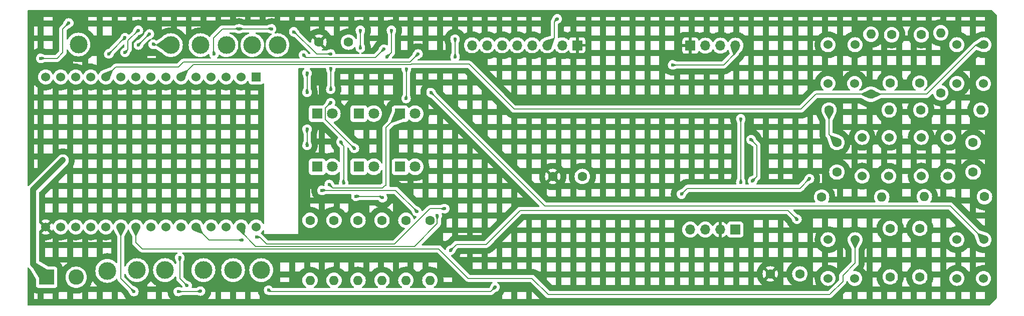
<source format=gbl>
%TF.GenerationSoftware,KiCad,Pcbnew,8.0.4*%
%TF.CreationDate,2024-08-25T09:15:07+02:00*%
%TF.ProjectId,EEK,45454b2e-6b69-4636-9164-5f7063625858,V1.2*%
%TF.SameCoordinates,Original*%
%TF.FileFunction,Copper,L2,Bot*%
%TF.FilePolarity,Positive*%
%FSLAX46Y46*%
G04 Gerber Fmt 4.6, Leading zero omitted, Abs format (unit mm)*
G04 Created by KiCad (PCBNEW 8.0.4) date 2024-08-25 09:15:07*
%MOMM*%
%LPD*%
G01*
G04 APERTURE LIST*
%TA.AperFunction,ComponentPad*%
%ADD10C,1.524000*%
%TD*%
%TA.AperFunction,ComponentPad*%
%ADD11C,1.600000*%
%TD*%
%TA.AperFunction,ComponentPad*%
%ADD12O,1.600000X1.600000*%
%TD*%
%TA.AperFunction,ComponentPad*%
%ADD13C,3.000000*%
%TD*%
%TA.AperFunction,ComponentPad*%
%ADD14R,1.800000X1.800000*%
%TD*%
%TA.AperFunction,ComponentPad*%
%ADD15C,1.800000*%
%TD*%
%TA.AperFunction,ComponentPad*%
%ADD16R,1.524000X1.524000*%
%TD*%
%TA.AperFunction,ComponentPad*%
%ADD17R,1.700000X1.700000*%
%TD*%
%TA.AperFunction,ComponentPad*%
%ADD18O,1.700000X1.700000*%
%TD*%
%TA.AperFunction,ComponentPad*%
%ADD19R,2.600000X2.600000*%
%TD*%
%TA.AperFunction,ComponentPad*%
%ADD20C,2.600000*%
%TD*%
%TA.AperFunction,ViaPad*%
%ADD21C,0.600000*%
%TD*%
%TA.AperFunction,Conductor*%
%ADD22C,0.200000*%
%TD*%
%TA.AperFunction,Conductor*%
%ADD23C,1.000000*%
%TD*%
G04 APERTURE END LIST*
D10*
%TO.P,U4,1*%
%TO.N,GND*%
X194264800Y-98880400D03*
%TO.P,U4,2*%
%TO.N,unconnected-(U4-Pad2)*%
X194264800Y-105433600D03*
%TO.P,U4,3*%
%TO.N,/CW*%
X198836800Y-98880400D03*
%TO.P,U4,4*%
%TO.N,unconnected-(U4-Pad4)*%
X198760600Y-105459000D03*
%TD*%
D11*
%TO.P,R1,1*%
%TO.N,Net-(D4-K)*%
X111250000Y-112920000D03*
D12*
%TO.P,R1,2*%
%TO.N,GND*%
X111250000Y-123080000D03*
%TD*%
D13*
%TO.P,TP6,1,1*%
%TO.N,Net-(U1-GPIO23_VSPI_MOSI)*%
X82750000Y-121354100D03*
%TD*%
D11*
%TO.P,R12,1*%
%TO.N,/Down*%
X204930000Y-108925000D03*
D12*
%TO.P,R12,2*%
%TO.N,GND*%
X194770000Y-108925000D03*
%TD*%
D13*
%TO.P,TP4,1,1*%
%TO.N,Net-(U1-GPIO34_ADC6)*%
X72500000Y-83250000D03*
%TD*%
D14*
%TO.P,D6,1,K*%
%TO.N,Net-(D6-K)*%
X106225000Y-103854100D03*
D15*
%TO.P,D6,2,A*%
%TO.N,/GBL*%
X108765000Y-103854100D03*
%TD*%
D13*
%TO.P,TP8,1,1*%
%TO.N,Net-(U1-GPIO3_TX0)*%
X73000000Y-121354100D03*
%TD*%
D11*
%TO.P,C2,1*%
%TO.N,GND*%
X194000000Y-89700000D03*
%TO.P,C2,2*%
%TO.N,/Up*%
X189000000Y-89700000D03*
%TD*%
%TO.P,R3,1*%
%TO.N,Net-(D6-K)*%
X103150000Y-112920000D03*
D12*
%TO.P,R3,2*%
%TO.N,GND*%
X103150000Y-123080000D03*
%TD*%
D11*
%TO.P,C5,1*%
%TO.N,GND*%
X189000000Y-114300000D03*
%TO.P,C5,2*%
%TO.N,/Kill*%
X194000000Y-114300000D03*
%TD*%
%TO.P,C9,1*%
%TO.N,/3.3V*%
X132000000Y-105500000D03*
%TO.P,C9,2*%
%TO.N,GND*%
X137000000Y-105500000D03*
%TD*%
%TO.P,C8,1*%
%TO.N,/3.3V*%
X92500000Y-82750000D03*
%TO.P,C8,2*%
%TO.N,GND*%
X97500000Y-82750000D03*
%TD*%
D14*
%TO.P,D5,1,K*%
%TO.N,Net-(D5-K)*%
X99225000Y-103854100D03*
D15*
%TO.P,D5,2,A*%
%TO.N,/YBR*%
X101765000Y-103854100D03*
%TD*%
D11*
%TO.P,R9,1*%
%TO.N,/CCw*%
X178670000Y-94250000D03*
D12*
%TO.P,R9,2*%
%TO.N,GND*%
X188830000Y-94250000D03*
%TD*%
D13*
%TO.P,TP7,1,1*%
%TO.N,Net-(U1-GPIO1_TX0)*%
X78000000Y-121354100D03*
%TD*%
D16*
%TO.P,U1,1,EN_RESET*%
%TO.N,Net-(U1-EN_RESET)*%
X81897500Y-88654100D03*
D10*
%TO.P,U1,2,GPIO36_ADC0*%
%TO.N,Net-(U1-GPIO36_ADC0)*%
X79357500Y-88654100D03*
%TO.P,U1,3,GPIO39_ADC3*%
%TO.N,Net-(U1-GPIO39_ADC3)*%
X76817500Y-88654100D03*
%TO.P,U1,4,GPIO34_ADC6*%
%TO.N,Net-(U1-GPIO34_ADC6)*%
X74277500Y-88654100D03*
%TO.P,U1,5,GPIO35_ADC7*%
%TO.N,/YBR*%
X71737500Y-88654100D03*
%TO.P,U1,6,TOUCH9_GPIO32_ADC4*%
%TO.N,/Up*%
X69197500Y-88654100D03*
%TO.P,U1,7,TOUCH8_GPIO33_ADC5*%
%TO.N,/GFL*%
X66657500Y-88654100D03*
%TO.P,U1,8,DAC1_GPIO25_ADC18*%
%TO.N,Net-(U1-DAC1_GPIO25_ADC18)*%
X64117500Y-88654100D03*
%TO.P,U1,9,DAC2_GPIO26_ADC19*%
%TO.N,/RBR*%
X61577500Y-88654100D03*
%TO.P,U1,10,TOUCH7_GPIO27_ADC17*%
%TO.N,/BFL*%
X59037500Y-88654100D03*
%TO.P,U1,11,TOUCH6_GPIO14_ADC16*%
%TO.N,/Down*%
X56497500Y-88654100D03*
%TO.P,U1,12,TOUCH5_GPIO12_ADC15*%
%TO.N,/RFL*%
X53957500Y-88654100D03*
%TO.P,U1,13,TOUCH4_GPIO13_ADC14*%
%TO.N,Net-(U1-TOUCH4_GPIO13_ADC14)*%
X51417500Y-88654100D03*
%TO.P,U1,14,GND*%
%TO.N,GND*%
X48877500Y-88654100D03*
%TO.P,U1,15,Vin*%
%TO.N,Net-(J1-Pin_1)*%
X46337500Y-88654100D03*
%TO.P,U1,16,VCC_3.3*%
%TO.N,/3.3V*%
X46337500Y-114054100D03*
%TO.P,U1,17,GND*%
%TO.N,GND*%
X48877500Y-114054100D03*
%TO.P,U1,18,ADC13_GPIO15_TOUCH3*%
%TO.N,/Takeoff*%
X51417500Y-114054100D03*
%TO.P,U1,19,ADC12_GPIO2*%
%TO.N,Net-(U1-ADC12_GPIO2)*%
X53957500Y-114054100D03*
%TO.P,U1,20,ADC10_GPIO4*%
%TO.N,/GBL*%
X56497500Y-114054100D03*
%TO.P,U1,21,GPIO16_RX2*%
%TO.N,/CCw*%
X59037500Y-114054100D03*
%TO.P,U1,22,GPIO17_TX2*%
%TO.N,/Kill*%
X61577500Y-114054100D03*
%TO.P,U1,23,GPIO5_VSPI_SS*%
%TO.N,Net-(U1-GPIO5_VSPI_SS)*%
X64117500Y-114054100D03*
%TO.P,U1,24,GPIO18_VSPI_SCK*%
%TO.N,Net-(U1-GPIO18_VSPI_SCK)*%
X66657500Y-114054100D03*
%TO.P,U1,25,GPIO19_VSPI_MISO*%
%TO.N,/CW*%
X69197500Y-114054100D03*
%TO.P,U1,26,GPIO21_I2C_SDA*%
%TO.N,/SDA*%
X71737500Y-114054100D03*
%TO.P,U1,27,GPIO3_TX0*%
%TO.N,Net-(U1-GPIO3_TX0)*%
X74277500Y-114054100D03*
%TO.P,U1,28,GPIO1_TX0*%
%TO.N,Net-(U1-GPIO1_TX0)*%
X76817500Y-114054100D03*
%TO.P,U1,29,GPIO22_I2C_SCL*%
%TO.N,/SCL*%
X79357500Y-114054100D03*
%TO.P,U1,30,GPIO23_VSPI_MOSI*%
%TO.N,Net-(U1-GPIO23_VSPI_MOSI)*%
X81897500Y-114054100D03*
%TD*%
D17*
%TO.P,U10,1,VDD*%
%TO.N,/3.3V*%
X155250000Y-83354100D03*
D18*
%TO.P,U10,2,GND*%
%TO.N,GND*%
X157790000Y-83354100D03*
%TO.P,U10,3,SCK*%
%TO.N,/SCL*%
X160330000Y-83354100D03*
%TO.P,U10,4,SDA*%
%TO.N,/SDA*%
X162870000Y-83354100D03*
%TD*%
D14*
%TO.P,D2,1,K*%
%TO.N,Net-(D2-K)*%
X99225000Y-94854100D03*
D15*
%TO.P,D2,2,A*%
%TO.N,/BFL*%
X101765000Y-94854100D03*
%TD*%
D13*
%TO.P,TP13,1,1*%
%TO.N,Net-(U1-TOUCH4_GPIO13_ADC14)*%
X51882500Y-83154100D03*
%TD*%
D14*
%TO.P,D1,1,K*%
%TO.N,Net-(D1-K)*%
X106225000Y-94875000D03*
D15*
%TO.P,D1,2,A*%
%TO.N,/GFL*%
X108765000Y-94875000D03*
%TD*%
D14*
%TO.P,D3,1,K*%
%TO.N,Net-(D3-K)*%
X92225000Y-94850000D03*
D15*
%TO.P,D3,2,A*%
%TO.N,/RFL*%
X94765000Y-94850000D03*
%TD*%
D13*
%TO.P,TP1,1,1*%
%TO.N,Net-(U1-EN_RESET)*%
X85500000Y-83250000D03*
%TD*%
%TO.P,TP10,1,1*%
%TO.N,Net-(U1-GPIO5_VSPI_SS)*%
X61750000Y-121354100D03*
%TD*%
D11*
%TO.P,C4,1*%
%TO.N,GND*%
X203000000Y-104750000D03*
%TO.P,C4,2*%
%TO.N,/CW*%
X203000000Y-99750000D03*
%TD*%
D10*
%TO.P,U2,1*%
%TO.N,GND*%
X200264800Y-83192700D03*
%TO.P,U2,2*%
%TO.N,unconnected-(U2-Pad2)*%
X200264800Y-89745900D03*
%TO.P,U2,3*%
%TO.N,/Up*%
X204836800Y-83192700D03*
%TO.P,U2,4*%
%TO.N,unconnected-(U2-Pad4)*%
X204760600Y-89771300D03*
%TD*%
D11*
%TO.P,C3,1*%
%TO.N,GND*%
X180000000Y-104750000D03*
%TO.P,C3,2*%
%TO.N,/CCw*%
X180000000Y-99750000D03*
%TD*%
D14*
%TO.P,D4,1,K*%
%TO.N,Net-(D4-K)*%
X92225000Y-103854100D03*
D15*
%TO.P,D4,2,A*%
%TO.N,/RBR*%
X94765000Y-103854100D03*
%TD*%
D11*
%TO.P,R7,1*%
%TO.N,/Takeoff*%
X197550000Y-91330000D03*
D12*
%TO.P,R7,2*%
%TO.N,GND*%
X197550000Y-81170000D03*
%TD*%
D11*
%TO.P,R8,1*%
%TO.N,/Up*%
X185750000Y-91580000D03*
D12*
%TO.P,R8,2*%
%TO.N,GND*%
X185750000Y-81420000D03*
%TD*%
D19*
%TO.P,J1,1,Pin_1*%
%TO.N,Net-(J1-Pin_1)*%
X46500000Y-122555000D03*
D20*
%TO.P,J1,2,Pin_2*%
%TO.N,GND*%
X51500000Y-122555000D03*
%TD*%
D10*
%TO.P,U6,1*%
%TO.N,GND*%
X200264800Y-116196800D03*
%TO.P,U6,2*%
%TO.N,unconnected-(U6-Pad2)*%
X200264800Y-122750000D03*
%TO.P,U6,3*%
%TO.N,/Down*%
X204836800Y-116196800D03*
%TO.P,U6,4*%
%TO.N,unconnected-(U6-Pad4)*%
X204760600Y-122775400D03*
%TD*%
D11*
%TO.P,C7,1*%
%TO.N,/3.3V*%
X168750000Y-122000000D03*
%TO.P,C7,2*%
%TO.N,GND*%
X173750000Y-122000000D03*
%TD*%
D10*
%TO.P,U3,1*%
%TO.N,GND*%
X184264800Y-98880400D03*
%TO.P,U3,2*%
%TO.N,unconnected-(U3-Pad2)*%
X184264800Y-105433600D03*
%TO.P,U3,3*%
%TO.N,/CCw*%
X188836800Y-98880400D03*
%TO.P,U3,4*%
%TO.N,unconnected-(U3-Pad4)*%
X188760600Y-105459000D03*
%TD*%
D13*
%TO.P,TP2,1,1*%
%TO.N,Net-(U1-GPIO36_ADC0)*%
X81250000Y-83250000D03*
%TD*%
D17*
%TO.P,U9,1,VCC*%
%TO.N,/3.3V*%
X136130000Y-83284118D03*
D18*
%TO.P,U9,2,GND*%
%TO.N,GND*%
X133590000Y-83284118D03*
%TO.P,U9,3,SCL*%
%TO.N,/SCL*%
X131050000Y-83284118D03*
%TO.P,U9,4,SDA*%
%TO.N,/SDA*%
X128510000Y-83284118D03*
%TO.P,U9,5,XDA*%
%TO.N,unconnected-(U9-XDA-Pad5)*%
X125970000Y-83284118D03*
%TO.P,U9,6,XCL*%
%TO.N,unconnected-(U9-XCL-Pad6)*%
X123430000Y-83284118D03*
%TO.P,U9,7,AD0*%
%TO.N,unconnected-(U9-AD0-Pad7)*%
X120890000Y-83284118D03*
%TO.P,U9,8,INT*%
%TO.N,unconnected-(U9-INT-Pad8)*%
X118350000Y-83284118D03*
%TD*%
D13*
%TO.P,TP5,1,1*%
%TO.N,Net-(U1-DAC1_GPIO25_ADC18)*%
X67500000Y-83250000D03*
%TD*%
D11*
%TO.P,C1,1*%
%TO.N,GND*%
X189250000Y-81500000D03*
%TO.P,C1,2*%
%TO.N,/Takeoff*%
X194250000Y-81500000D03*
%TD*%
%TO.P,R4,1*%
%TO.N,Net-(D3-K)*%
X99100000Y-112920000D03*
D12*
%TO.P,R4,2*%
%TO.N,GND*%
X99100000Y-123080000D03*
%TD*%
D11*
%TO.P,R10,1*%
%TO.N,/CW*%
X194170000Y-94250000D03*
D12*
%TO.P,R10,2*%
%TO.N,GND*%
X204330000Y-94250000D03*
%TD*%
D11*
%TO.P,R2,1*%
%TO.N,Net-(D5-K)*%
X107200000Y-112920000D03*
D12*
%TO.P,R2,2*%
%TO.N,GND*%
X107200000Y-123080000D03*
%TD*%
D13*
%TO.P,TP9,1,1*%
%TO.N,Net-(U1-GPIO18_VSPI_SCK)*%
X66500000Y-121354100D03*
%TD*%
D11*
%TO.P,C6,1*%
%TO.N,GND*%
X189000000Y-122500000D03*
%TO.P,C6,2*%
%TO.N,/Down*%
X194000000Y-122500000D03*
%TD*%
%TO.P,R5,1*%
%TO.N,Net-(D2-K)*%
X95050000Y-112920000D03*
D12*
%TO.P,R5,2*%
%TO.N,GND*%
X95050000Y-123080000D03*
%TD*%
D13*
%TO.P,TP12,1,1*%
%TO.N,Net-(U1-ADC12_GPIO2)*%
X56750000Y-121500000D03*
%TD*%
D11*
%TO.P,R11,1*%
%TO.N,/Kill*%
X177420000Y-109000000D03*
D12*
%TO.P,R11,2*%
%TO.N,GND*%
X187580000Y-109000000D03*
%TD*%
D10*
%TO.P,u7,1*%
%TO.N,GND*%
X178489800Y-83192700D03*
%TO.P,u7,2*%
%TO.N,unconnected-(u7-Pad2)*%
X178489800Y-89745900D03*
%TO.P,u7,3*%
%TO.N,/Takeoff*%
X183061800Y-83192700D03*
%TO.P,u7,4*%
%TO.N,unconnected-(u7-Pad4)*%
X182985600Y-89771300D03*
%TD*%
D11*
%TO.P,R6,1*%
%TO.N,Net-(D1-K)*%
X91000000Y-112920000D03*
D12*
%TO.P,R6,2*%
%TO.N,GND*%
X91000000Y-123080000D03*
%TD*%
D10*
%TO.P,U5,1*%
%TO.N,GND*%
X178500000Y-116196800D03*
%TO.P,U5,2*%
%TO.N,unconnected-(U5-Pad2)*%
X178500000Y-122750000D03*
%TO.P,U5,3*%
%TO.N,/Kill*%
X183072000Y-116196800D03*
%TO.P,U5,4*%
%TO.N,unconnected-(U5-Pad4)*%
X182995800Y-122775400D03*
%TD*%
D13*
%TO.P,TP3,1,1*%
%TO.N,Net-(U1-GPIO39_ADC3)*%
X76882500Y-83250000D03*
%TD*%
D17*
%TO.P,U8,1,VDD*%
%TO.N,GND*%
X162850000Y-114500000D03*
D18*
%TO.P,U8,2,GND*%
%TO.N,/3.3V*%
X160310000Y-114500000D03*
%TO.P,U8,3,SCK*%
%TO.N,/SCL*%
X157770000Y-114500000D03*
%TO.P,U8,4,SDA*%
%TO.N,/SDA*%
X155230000Y-114500000D03*
%TD*%
D21*
%TO.N,/GFL*%
X103500000Y-83925000D03*
X107275000Y-87275000D03*
X89900000Y-84925000D03*
X107225000Y-92300000D03*
%TO.N,/BFL*%
X62000000Y-80750000D03*
X59750000Y-84500000D03*
X99500000Y-80750000D03*
X99500000Y-83750000D03*
%TO.N,/RFL*%
X57000000Y-84750000D03*
X59750000Y-82000000D03*
%TO.N,/RBR*%
X90500000Y-100250000D03*
X63875000Y-81375000D03*
X62000000Y-83250000D03*
X90500000Y-91250000D03*
X90500000Y-88000000D03*
X90500000Y-97500000D03*
%TO.N,/YBR*%
X94500000Y-90750000D03*
X79000000Y-80500000D03*
X88250000Y-81000000D03*
X94500000Y-87250000D03*
X94500000Y-84750000D03*
X74777600Y-84759800D03*
X84500000Y-80500000D03*
X98500000Y-100750000D03*
X94500000Y-93000000D03*
%TO.N,/GBL*%
X104750000Y-80750000D03*
X50250000Y-79500000D03*
X45500000Y-85500000D03*
X104000000Y-85250000D03*
%TO.N,Net-(U1-DAC1_GPIO25_ADC18)*%
X64516000Y-83108800D03*
%TO.N,/CCw*%
X72500000Y-124900000D03*
X61250000Y-125000000D03*
X122250000Y-124250000D03*
X175375000Y-105875000D03*
X68750000Y-125000000D03*
X153750000Y-108500000D03*
X84000000Y-124750000D03*
%TO.N,/Down*%
X109250000Y-84750000D03*
X111447950Y-91302050D03*
%TO.N,/CW*%
X70250000Y-124000000D03*
X114750000Y-118000000D03*
X69000000Y-119250000D03*
X173250000Y-112750000D03*
%TO.N,Net-(D1-K)*%
X94250000Y-106850000D03*
%TO.N,Net-(D3-K)*%
X96675000Y-106650000D03*
X96225000Y-99650000D03*
%TO.N,Net-(D4-K)*%
X93000000Y-107854100D03*
X109047950Y-111452050D03*
%TO.N,Net-(D5-K)*%
X98750000Y-108854100D03*
X103250000Y-109104100D03*
%TO.N,/SCL*%
X115500000Y-82250000D03*
X115500000Y-85250000D03*
X132750000Y-78804100D03*
X112500000Y-112104100D03*
X165750000Y-106250000D03*
X165500000Y-99250000D03*
%TO.N,/SDA*%
X163750000Y-106500000D03*
X79500000Y-116250000D03*
X82000000Y-115750000D03*
X152250000Y-86604100D03*
X163750000Y-95750000D03*
X113750000Y-110954100D03*
%TO.N,Net-(J1-Pin_1)*%
X49250000Y-102750000D03*
%TD*%
D22*
%TO.N,/GFL*%
X102075000Y-85350000D02*
X103500000Y-83925000D01*
X90325000Y-85350000D02*
X102075000Y-85350000D01*
X107275000Y-92250000D02*
X107225000Y-92300000D01*
X89900000Y-84925000D02*
X90325000Y-85350000D01*
X107275000Y-87275000D02*
X107275000Y-92250000D01*
%TO.N,/BFL*%
X59750000Y-84500000D02*
X60261932Y-83988068D01*
X60261932Y-83988068D02*
X60261932Y-82488068D01*
X60261932Y-82488068D02*
X62000000Y-80750000D01*
X99500000Y-80750000D02*
X99500000Y-83750000D01*
%TO.N,/RFL*%
X57500000Y-84250000D02*
X59750000Y-82000000D01*
X57000000Y-84750000D02*
X57500000Y-84250000D01*
%TO.N,/RBR*%
X62000000Y-83250000D02*
X63875000Y-81375000D01*
X90500000Y-97500000D02*
X90500000Y-98000000D01*
X90500000Y-88000000D02*
X90500000Y-91250000D01*
X90500000Y-98000000D02*
X90500000Y-100250000D01*
%TO.N,/YBR*%
X79500000Y-80500000D02*
X84500000Y-80500000D01*
X76218000Y-80500000D02*
X74701400Y-82016600D01*
X88348529Y-81000000D02*
X92098529Y-84750000D01*
X98500000Y-100750000D02*
X93565000Y-95815000D01*
X93565000Y-93935000D02*
X94500000Y-93000000D01*
X93565000Y-95815000D02*
X93565000Y-93935000D01*
X94500000Y-87250000D02*
X94500000Y-90750000D01*
X74701400Y-84683600D02*
X74777600Y-84759800D01*
X79000000Y-80500000D02*
X76218000Y-80500000D01*
X88250000Y-81000000D02*
X88348529Y-81000000D01*
X74701400Y-82016600D02*
X74701400Y-84683600D01*
X79000000Y-80500000D02*
X79500000Y-80500000D01*
X92098529Y-84750000D02*
X94500000Y-84750000D01*
%TO.N,/GBL*%
X50250000Y-79500000D02*
X49250000Y-80500000D01*
X104750000Y-80750000D02*
X104750000Y-84500000D01*
X49250000Y-80500000D02*
X49250000Y-84500000D01*
X104750000Y-84500000D02*
X104000000Y-85250000D01*
X48250000Y-85500000D02*
X45500000Y-85500000D01*
X49250000Y-84500000D02*
X48250000Y-85500000D01*
%TO.N,Net-(U1-DAC1_GPIO25_ADC18)*%
X64657200Y-83250000D02*
X67500000Y-83250000D01*
X64516000Y-83108800D02*
X64657200Y-83250000D01*
%TO.N,/CCw*%
X178670000Y-94250000D02*
X178670000Y-98420000D01*
X59037500Y-122787500D02*
X59037500Y-114054100D01*
X61250000Y-125000000D02*
X59037500Y-122787500D01*
X121500000Y-125000000D02*
X122250000Y-124250000D01*
X84000000Y-124750000D02*
X84250000Y-125000000D01*
X173750000Y-107500000D02*
X154750000Y-107500000D01*
X72500000Y-124900000D02*
X72400000Y-125000000D01*
X72400000Y-125000000D02*
X68750000Y-125000000D01*
X154750000Y-107500000D02*
X153750000Y-108500000D01*
X84250000Y-125000000D02*
X121500000Y-125000000D01*
X178670000Y-98420000D02*
X180000000Y-99750000D01*
X175375000Y-105875000D02*
X173750000Y-107500000D01*
%TO.N,/Up*%
X173910700Y-94104100D02*
X176434800Y-91580000D01*
X71301600Y-86550000D02*
X108015685Y-86550000D01*
X108065685Y-86500000D02*
X117883158Y-86500000D01*
X125487258Y-94104100D02*
X173910700Y-94104100D01*
X195170000Y-91580000D02*
X203557300Y-83192700D01*
X117883158Y-86500000D02*
X125487258Y-94104100D01*
X69197500Y-88654100D02*
X71301600Y-86550000D01*
X108015685Y-86550000D02*
X108065685Y-86500000D01*
X203557300Y-83192700D02*
X204836800Y-83192700D01*
X185750000Y-91580000D02*
X195170000Y-91580000D01*
X176434800Y-91580000D02*
X185750000Y-91580000D01*
%TO.N,/Down*%
X56497500Y-88654100D02*
X58151600Y-87000000D01*
X111447950Y-91302050D02*
X130645900Y-110500000D01*
X130645900Y-110500000D02*
X199140000Y-110500000D01*
X107850000Y-86150000D02*
X109250000Y-84750000D01*
X68750000Y-87000000D02*
X69600000Y-86150000D01*
X199140000Y-110500000D02*
X204836800Y-116196800D01*
X69600000Y-86150000D02*
X107850000Y-86150000D01*
X58151600Y-87000000D02*
X68750000Y-87000000D01*
X111250000Y-91104100D02*
X111447950Y-91302050D01*
%TO.N,/CW*%
X171750000Y-111250000D02*
X173250000Y-112750000D01*
X114750000Y-118000000D02*
X115745900Y-117004100D01*
X115745900Y-117004100D02*
X120745900Y-117004100D01*
X120745900Y-117004100D02*
X126500000Y-111250000D01*
X126500000Y-111250000D02*
X171750000Y-111250000D01*
X69000000Y-122750000D02*
X70250000Y-124000000D01*
X69000000Y-119250000D02*
X69000000Y-122750000D01*
%TO.N,/Kill*%
X131250000Y-125500000D02*
X178750000Y-125500000D01*
X117750000Y-122750000D02*
X128500000Y-122750000D01*
X112750000Y-117750000D02*
X117750000Y-122750000D01*
X61577500Y-116681600D02*
X62645900Y-117750000D01*
X181000000Y-122250000D02*
X181000000Y-123250000D01*
X128500000Y-122750000D02*
X131250000Y-125500000D01*
X183072000Y-120178000D02*
X181000000Y-122250000D01*
X62645900Y-117750000D02*
X112750000Y-117750000D01*
X178750000Y-125500000D02*
X178875000Y-125375000D01*
X61577500Y-114054100D02*
X61577500Y-116681600D01*
X181000000Y-123250000D02*
X178875000Y-125375000D01*
X183072000Y-116196800D02*
X183072000Y-120178000D01*
%TO.N,Net-(D1-K)*%
X106225000Y-94875000D02*
X103850000Y-97250000D01*
X103625000Y-107025000D02*
X103195900Y-107454100D01*
X103800000Y-107025000D02*
X103625000Y-107025000D01*
X94854100Y-107454100D02*
X94250000Y-106850000D01*
X103850000Y-97375000D02*
X103850000Y-106975000D01*
X103850000Y-106975000D02*
X103800000Y-107025000D01*
X102675000Y-107454100D02*
X94854100Y-107454100D01*
X103850000Y-97250000D02*
X103850000Y-97375000D01*
X103195900Y-107454100D02*
X102675000Y-107454100D01*
%TO.N,Net-(D3-K)*%
X96225000Y-99650000D02*
X96225000Y-99925000D01*
X96675000Y-100375000D02*
X96675000Y-106650000D01*
X96225000Y-99925000D02*
X96675000Y-100375000D01*
%TO.N,Net-(D4-K)*%
X105450000Y-107854100D02*
X93000000Y-107854100D01*
X109047950Y-111452050D02*
X105450000Y-107854100D01*
%TO.N,Net-(D5-K)*%
X98750000Y-108854100D02*
X103000000Y-108854100D01*
X103000000Y-108854100D02*
X103250000Y-109104100D01*
%TO.N,/SCL*%
X166500000Y-100250000D02*
X166500000Y-105500000D01*
X79357500Y-114054100D02*
X79357500Y-114857500D01*
X132750000Y-78804100D02*
X132250000Y-79304100D01*
X132250000Y-82084118D02*
X131050000Y-83284118D01*
X81850000Y-117350000D02*
X108650000Y-117350000D01*
X115500000Y-82750000D02*
X115500000Y-85250000D01*
X108650000Y-117350000D02*
X112500000Y-113500000D01*
X79357500Y-114857500D02*
X81850000Y-117350000D01*
X165500000Y-99250000D02*
X166500000Y-100250000D01*
X132250000Y-79304100D02*
X132250000Y-82084118D01*
X112500000Y-113500000D02*
X112500000Y-112104100D01*
X115500000Y-82250000D02*
X115500000Y-82750000D01*
X166500000Y-105500000D02*
X165750000Y-106250000D01*
%TO.N,/SDA*%
X162870000Y-84604100D02*
X162870000Y-83354100D01*
X82500000Y-115750000D02*
X83700000Y-116950000D01*
X82000000Y-115750000D02*
X82500000Y-115750000D01*
X163750000Y-95750000D02*
X163750000Y-96250000D01*
X152250000Y-86604100D02*
X160870000Y-86604100D01*
X105300000Y-116950000D02*
X111295900Y-110954100D01*
X111295900Y-110954100D02*
X113750000Y-110954100D01*
X83700000Y-116950000D02*
X105300000Y-116950000D01*
X71737500Y-114054100D02*
X73933400Y-116250000D01*
X160870000Y-86604100D02*
X162870000Y-84604100D01*
X163750000Y-96250000D02*
X163750000Y-106500000D01*
X73933400Y-116250000D02*
X79500000Y-116250000D01*
D23*
%TO.N,Net-(J1-Pin_1)*%
X49250000Y-102750000D02*
X44250000Y-107750000D01*
X44250000Y-120305000D02*
X46500000Y-122555000D01*
X44250000Y-107750000D02*
X44250000Y-120305000D01*
%TD*%
%TA.AperFunction,Conductor*%
%TO.N,/3.3V*%
G36*
X206265677Y-77373785D02*
G01*
X206286319Y-77390419D01*
X206963181Y-78067281D01*
X206996666Y-78128604D01*
X206999500Y-78154962D01*
X206999500Y-126053238D01*
X206979815Y-126120277D01*
X206963181Y-126140919D01*
X205786319Y-127317781D01*
X205724996Y-127351266D01*
X205698638Y-127354100D01*
X43374000Y-127354100D01*
X43306961Y-127334415D01*
X43261206Y-127281611D01*
X43250000Y-127230100D01*
X43250000Y-126230100D01*
X44374000Y-126230100D01*
X45000000Y-126230100D01*
X45998000Y-126230100D01*
X47500000Y-126230100D01*
X47500000Y-125353499D01*
X45998000Y-125353499D01*
X45998000Y-126230100D01*
X45000000Y-126230100D01*
X45000000Y-125342895D01*
X44954825Y-125338038D01*
X44947157Y-125336971D01*
X44900971Y-125329064D01*
X44893381Y-125327519D01*
X44832670Y-125313174D01*
X44825191Y-125311158D01*
X44780328Y-125297550D01*
X44772988Y-125295071D01*
X44575498Y-125221413D01*
X44567318Y-125218025D01*
X44518581Y-125195767D01*
X44510667Y-125191805D01*
X44501999Y-125187072D01*
X48498000Y-125187072D01*
X48498000Y-126230100D01*
X50000000Y-126230100D01*
X50000000Y-125309445D01*
X50998000Y-125309445D01*
X50998000Y-126230100D01*
X52500000Y-126230100D01*
X53498000Y-126230100D01*
X55000000Y-126230100D01*
X55998000Y-126230100D01*
X57500000Y-126230100D01*
X58498000Y-126230100D01*
X59936638Y-126230100D01*
X63498000Y-126230100D01*
X65000000Y-126230100D01*
X65998000Y-126230100D01*
X67436638Y-126230100D01*
X73713362Y-126230100D01*
X75000000Y-126230100D01*
X75998000Y-126230100D01*
X77500000Y-126230100D01*
X78498000Y-126230100D01*
X80000000Y-126230100D01*
X80998000Y-126230100D01*
X82500000Y-126230100D01*
X82500000Y-125743198D01*
X82414282Y-125606781D01*
X82410748Y-125600790D01*
X82390392Y-125563959D01*
X82387199Y-125557779D01*
X82362895Y-125507312D01*
X82360055Y-125500965D01*
X82343947Y-125462079D01*
X82341465Y-125455578D01*
X82263384Y-125232434D01*
X82261272Y-125225807D01*
X82249619Y-125185358D01*
X82247881Y-125178621D01*
X82235418Y-125124011D01*
X82234062Y-125117191D01*
X82231498Y-125102100D01*
X80998000Y-125102100D01*
X80998000Y-126230100D01*
X80000000Y-126230100D01*
X80000000Y-125102100D01*
X78498000Y-125102100D01*
X78498000Y-126230100D01*
X77500000Y-126230100D01*
X77500000Y-125102100D01*
X75998000Y-125102100D01*
X75998000Y-126230100D01*
X75000000Y-126230100D01*
X75000000Y-125102100D01*
X74287108Y-125102100D01*
X74273958Y-125218820D01*
X74272986Y-125225707D01*
X74265938Y-125267191D01*
X74264582Y-125274011D01*
X74252119Y-125328621D01*
X74250381Y-125335358D01*
X74238728Y-125375807D01*
X74236616Y-125382434D01*
X74158535Y-125605578D01*
X74156053Y-125612079D01*
X74139945Y-125650965D01*
X74137105Y-125657312D01*
X74112801Y-125707779D01*
X74109608Y-125713959D01*
X74089252Y-125750790D01*
X74085719Y-125756780D01*
X73959944Y-125956948D01*
X73956078Y-125962733D01*
X73931720Y-125997061D01*
X73927538Y-126002618D01*
X73892614Y-126046410D01*
X73888127Y-126051724D01*
X73860087Y-126083100D01*
X73855309Y-126088153D01*
X73713362Y-126230100D01*
X67436638Y-126230100D01*
X67394691Y-126188153D01*
X67389913Y-126183100D01*
X67361873Y-126151724D01*
X67357386Y-126146410D01*
X67322462Y-126102618D01*
X67318280Y-126097061D01*
X67293922Y-126062733D01*
X67290056Y-126056948D01*
X67164281Y-125856780D01*
X67160748Y-125850790D01*
X67140392Y-125813959D01*
X67137199Y-125807779D01*
X67112895Y-125757312D01*
X67110055Y-125750965D01*
X67093947Y-125712079D01*
X67091465Y-125705578D01*
X67013384Y-125482434D01*
X67011272Y-125475807D01*
X66999619Y-125435358D01*
X66997881Y-125428621D01*
X66985418Y-125374011D01*
X66984062Y-125367191D01*
X66977014Y-125325707D01*
X66976042Y-125318820D01*
X66951625Y-125102100D01*
X65998000Y-125102100D01*
X65998000Y-126230100D01*
X65000000Y-126230100D01*
X65000000Y-125102100D01*
X63498000Y-125102100D01*
X63498000Y-126230100D01*
X59936638Y-126230100D01*
X59894691Y-126188153D01*
X59889913Y-126183100D01*
X59861873Y-126151724D01*
X59857386Y-126146410D01*
X59822462Y-126102618D01*
X59818280Y-126097061D01*
X59793922Y-126062733D01*
X59790056Y-126056948D01*
X59664275Y-125856770D01*
X59660740Y-125850777D01*
X59640373Y-125813924D01*
X59637179Y-125807741D01*
X59612883Y-125757283D01*
X59610047Y-125750944D01*
X59606015Y-125741211D01*
X59497716Y-125508336D01*
X59091480Y-125102100D01*
X58498000Y-125102100D01*
X58498000Y-126230100D01*
X57500000Y-126230100D01*
X57500000Y-125102100D01*
X55998000Y-125102100D01*
X55998000Y-126230100D01*
X55000000Y-126230100D01*
X55000000Y-125102100D01*
X53498000Y-125102100D01*
X53498000Y-126230100D01*
X52500000Y-126230100D01*
X52500000Y-125174067D01*
X52476045Y-125182449D01*
X52471642Y-125183898D01*
X52178104Y-125274443D01*
X52173647Y-125275727D01*
X52146552Y-125282987D01*
X52142053Y-125284103D01*
X52105655Y-125292411D01*
X52101114Y-125293358D01*
X52073547Y-125298574D01*
X52068975Y-125299351D01*
X51765206Y-125345137D01*
X51760605Y-125345743D01*
X51732712Y-125348885D01*
X51728092Y-125349318D01*
X51690864Y-125352106D01*
X51686239Y-125352365D01*
X51658222Y-125353413D01*
X51653587Y-125353500D01*
X51346413Y-125353500D01*
X51341778Y-125353413D01*
X51313761Y-125352365D01*
X51309136Y-125352106D01*
X51271908Y-125349318D01*
X51267288Y-125348885D01*
X51239395Y-125345743D01*
X51234794Y-125345137D01*
X50998000Y-125309445D01*
X50000000Y-125309445D01*
X50000000Y-125102100D01*
X48634581Y-125102100D01*
X48611875Y-125119098D01*
X48604604Y-125124146D01*
X48559537Y-125153110D01*
X48551923Y-125157628D01*
X48498000Y-125187072D01*
X44501999Y-125187072D01*
X44448077Y-125157628D01*
X44440463Y-125153110D01*
X44395396Y-125124146D01*
X44388125Y-125119098D01*
X44374000Y-125108523D01*
X44374000Y-126230100D01*
X43250000Y-126230100D01*
X43250000Y-121017782D01*
X43269685Y-120950743D01*
X43322489Y-120904988D01*
X43391647Y-120895044D01*
X43455203Y-120924069D01*
X43469855Y-120939120D01*
X43472856Y-120942777D01*
X43472860Y-120942781D01*
X43472861Y-120942782D01*
X43612218Y-121082139D01*
X43612219Y-121082139D01*
X43619286Y-121089206D01*
X43619285Y-121089206D01*
X43619289Y-121089209D01*
X43716488Y-121186408D01*
X43735136Y-121210292D01*
X44208961Y-122000000D01*
X44675274Y-122777189D01*
X44681829Y-122788113D01*
X44699500Y-122851910D01*
X44699500Y-123902870D01*
X44699501Y-123902876D01*
X44705908Y-123962483D01*
X44756202Y-124097328D01*
X44756206Y-124097335D01*
X44842452Y-124212544D01*
X44842455Y-124212547D01*
X44957664Y-124298793D01*
X44957671Y-124298797D01*
X45092517Y-124349091D01*
X45092516Y-124349091D01*
X45099444Y-124349835D01*
X45152127Y-124355500D01*
X47847872Y-124355499D01*
X47907483Y-124349091D01*
X48042331Y-124298796D01*
X48157546Y-124212546D01*
X48243796Y-124097331D01*
X48294091Y-123962483D01*
X48300500Y-123902873D01*
X48300499Y-122554995D01*
X49694451Y-122554995D01*
X49694451Y-122555004D01*
X49714616Y-122824101D01*
X49774664Y-123087188D01*
X49774666Y-123087195D01*
X49873256Y-123338396D01*
X49873258Y-123338400D01*
X49891609Y-123370185D01*
X50008185Y-123572102D01*
X50086736Y-123670601D01*
X50176442Y-123783089D01*
X50332933Y-123928290D01*
X50374259Y-123966635D01*
X50597226Y-124118651D01*
X50840359Y-124235738D01*
X51098228Y-124315280D01*
X51098229Y-124315280D01*
X51098232Y-124315281D01*
X51365063Y-124355499D01*
X51365068Y-124355499D01*
X51365071Y-124355500D01*
X51365072Y-124355500D01*
X51634928Y-124355500D01*
X51634929Y-124355500D01*
X51634936Y-124355499D01*
X51901767Y-124315281D01*
X51901768Y-124315280D01*
X51901772Y-124315280D01*
X52159641Y-124235738D01*
X52357498Y-124140455D01*
X52402767Y-124118655D01*
X52402767Y-124118654D01*
X52402775Y-124118651D01*
X52424117Y-124104100D01*
X53836300Y-124104100D01*
X55000000Y-124104100D01*
X55000000Y-123935555D01*
X54824268Y-123804005D01*
X54820776Y-123801293D01*
X54799934Y-123784499D01*
X54796537Y-123781660D01*
X54769605Y-123758325D01*
X54766308Y-123755363D01*
X54746701Y-123737108D01*
X54743516Y-123734035D01*
X54515965Y-123506484D01*
X54512892Y-123503299D01*
X54494637Y-123483692D01*
X54491675Y-123480395D01*
X54468340Y-123453463D01*
X54465501Y-123450066D01*
X54448707Y-123429224D01*
X54445995Y-123425732D01*
X54253162Y-123168137D01*
X54250575Y-123164550D01*
X54236101Y-123143705D01*
X54194156Y-123327481D01*
X54193039Y-123331984D01*
X54185772Y-123359103D01*
X54184486Y-123363566D01*
X54173479Y-123399240D01*
X54172032Y-123403638D01*
X54162773Y-123430097D01*
X54161160Y-123434443D01*
X54048934Y-123720388D01*
X54047160Y-123724670D01*
X54035942Y-123750383D01*
X54034007Y-123754602D01*
X54017809Y-123788236D01*
X54015721Y-123792373D01*
X54002614Y-123817173D01*
X54000370Y-123821232D01*
X53846778Y-124087262D01*
X53844385Y-124091233D01*
X53836300Y-124104100D01*
X52424117Y-124104100D01*
X52625741Y-123966635D01*
X52799438Y-123805468D01*
X52823557Y-123783089D01*
X52823557Y-123783087D01*
X52823561Y-123783085D01*
X52991815Y-123572102D01*
X53126743Y-123338398D01*
X53225334Y-123087195D01*
X53285383Y-122824103D01*
X53295424Y-122690112D01*
X53305549Y-122555004D01*
X53305549Y-122554995D01*
X53285383Y-122285898D01*
X53282511Y-122273313D01*
X53225334Y-122022805D01*
X53126743Y-121771602D01*
X52991815Y-121537898D01*
X52823561Y-121326915D01*
X52823560Y-121326914D01*
X52823557Y-121326910D01*
X52625741Y-121143365D01*
X52546309Y-121089209D01*
X52402775Y-120991349D01*
X52402769Y-120991346D01*
X52402768Y-120991345D01*
X52402767Y-120991344D01*
X52167208Y-120877906D01*
X52159643Y-120874263D01*
X52159645Y-120874263D01*
X51901773Y-120794720D01*
X51901767Y-120794718D01*
X51634936Y-120754500D01*
X51634929Y-120754500D01*
X51365071Y-120754500D01*
X51365063Y-120754500D01*
X51098232Y-120794718D01*
X51098226Y-120794720D01*
X50840358Y-120874262D01*
X50597230Y-120991346D01*
X50374258Y-121143365D01*
X50176442Y-121326910D01*
X50008185Y-121537898D01*
X49873258Y-121771599D01*
X49873256Y-121771603D01*
X49774666Y-122022804D01*
X49774664Y-122022811D01*
X49714616Y-122285898D01*
X49694451Y-122554995D01*
X48300499Y-122554995D01*
X48300499Y-121207128D01*
X48295047Y-121156408D01*
X48294091Y-121147516D01*
X48243797Y-121012671D01*
X48243793Y-121012664D01*
X48157547Y-120897455D01*
X48157544Y-120897452D01*
X48042335Y-120811206D01*
X48042328Y-120811202D01*
X47907482Y-120760908D01*
X47907483Y-120760908D01*
X47847883Y-120754501D01*
X47847881Y-120754500D01*
X47847873Y-120754500D01*
X47847865Y-120754500D01*
X46796908Y-120754500D01*
X46733112Y-120736829D01*
X45675230Y-120102100D01*
X48760414Y-120102100D01*
X48784173Y-120119886D01*
X48791064Y-120125439D01*
X48831549Y-120160519D01*
X48838028Y-120166551D01*
X48888449Y-120216972D01*
X48894481Y-120223451D01*
X48929561Y-120263936D01*
X48935114Y-120270827D01*
X49064098Y-120443126D01*
X49069146Y-120450396D01*
X49098110Y-120495463D01*
X49102628Y-120503077D01*
X49136805Y-120565667D01*
X49140767Y-120573581D01*
X49163025Y-120622318D01*
X49166413Y-120630498D01*
X49240069Y-120827982D01*
X49242548Y-120835321D01*
X49256153Y-120880172D01*
X49256168Y-120880229D01*
X49407799Y-120690092D01*
X49410753Y-120686527D01*
X49429026Y-120665291D01*
X49432113Y-120661836D01*
X49457503Y-120634467D01*
X49460723Y-120631123D01*
X49480586Y-120611258D01*
X49483931Y-120608036D01*
X49709128Y-120399085D01*
X49712584Y-120395997D01*
X49733839Y-120377705D01*
X49737409Y-120374747D01*
X49766596Y-120351470D01*
X49770277Y-120348645D01*
X49792857Y-120331980D01*
X49796639Y-120329296D01*
X50000000Y-120190647D01*
X50000000Y-120102100D01*
X48760414Y-120102100D01*
X45675230Y-120102100D01*
X45447702Y-119965583D01*
X45310702Y-119883383D01*
X45263344Y-119832012D01*
X45250500Y-119777054D01*
X45250500Y-119104100D01*
X46248500Y-119104100D01*
X47500000Y-119104100D01*
X48498000Y-119104100D01*
X50000000Y-119104100D01*
X50998000Y-119104100D01*
X52500000Y-119104100D01*
X53498000Y-119104100D01*
X54947024Y-119104100D01*
X55000000Y-119064442D01*
X55000000Y-118594959D01*
X55998000Y-118594959D01*
X56269855Y-118535821D01*
X56274202Y-118534956D01*
X56300581Y-118530198D01*
X56304954Y-118529490D01*
X56340228Y-118524421D01*
X56344613Y-118523870D01*
X56371210Y-118521011D01*
X56375617Y-118520617D01*
X56696575Y-118497662D01*
X56700994Y-118497425D01*
X56727755Y-118496469D01*
X56732182Y-118496390D01*
X56767818Y-118496390D01*
X56772245Y-118496469D01*
X56799006Y-118497425D01*
X56803425Y-118497662D01*
X57124383Y-118520617D01*
X57128790Y-118521011D01*
X57155387Y-118523870D01*
X57159772Y-118524421D01*
X57195046Y-118529490D01*
X57199419Y-118530198D01*
X57225798Y-118534956D01*
X57230145Y-118535821D01*
X57439000Y-118581254D01*
X57439000Y-117602100D01*
X55998000Y-117602100D01*
X55998000Y-118594959D01*
X55000000Y-118594959D01*
X55000000Y-117602100D01*
X53498000Y-117602100D01*
X53498000Y-119104100D01*
X52500000Y-119104100D01*
X52500000Y-117602100D01*
X50998000Y-117602100D01*
X50998000Y-119104100D01*
X50000000Y-119104100D01*
X50000000Y-117602100D01*
X48498000Y-117602100D01*
X48498000Y-119104100D01*
X47500000Y-119104100D01*
X47500000Y-117602100D01*
X46248500Y-117602100D01*
X46248500Y-119104100D01*
X45250500Y-119104100D01*
X45250500Y-116314946D01*
X46248500Y-116314946D01*
X46248500Y-116604100D01*
X47500000Y-116604100D01*
X47500000Y-116287453D01*
X48498000Y-116287453D01*
X48498000Y-116604100D01*
X50000000Y-116604100D01*
X50000000Y-116280294D01*
X50998000Y-116280294D01*
X50998000Y-116604100D01*
X52500000Y-116604100D01*
X52500000Y-116271220D01*
X53498000Y-116271220D01*
X53498000Y-116604100D01*
X55000000Y-116604100D01*
X55000000Y-116260502D01*
X55998000Y-116260502D01*
X55998000Y-116604100D01*
X57439000Y-116604100D01*
X57439000Y-116109257D01*
X57332993Y-116158689D01*
X57328042Y-116160867D01*
X57297822Y-116173385D01*
X57292785Y-116175344D01*
X57251855Y-116190244D01*
X57246729Y-116191985D01*
X57215495Y-116201834D01*
X57210298Y-116203349D01*
X56954830Y-116271802D01*
X56949573Y-116273088D01*
X56917613Y-116280173D01*
X56912306Y-116281229D01*
X56869410Y-116288792D01*
X56864064Y-116289614D01*
X56831619Y-116293885D01*
X56826242Y-116294474D01*
X56562785Y-116317523D01*
X56557388Y-116317877D01*
X56524689Y-116319305D01*
X56519279Y-116319423D01*
X56475721Y-116319423D01*
X56470311Y-116319305D01*
X56437612Y-116317877D01*
X56432215Y-116317523D01*
X56168758Y-116294474D01*
X56163381Y-116293885D01*
X56130936Y-116289614D01*
X56125590Y-116288792D01*
X56082694Y-116281229D01*
X56077387Y-116280173D01*
X56045427Y-116273088D01*
X56040170Y-116271802D01*
X55998000Y-116260502D01*
X55000000Y-116260502D01*
X55000000Y-116062160D01*
X54792993Y-116158689D01*
X54788042Y-116160867D01*
X54757822Y-116173385D01*
X54752785Y-116175344D01*
X54711855Y-116190244D01*
X54706729Y-116191985D01*
X54675495Y-116201834D01*
X54670298Y-116203349D01*
X54414830Y-116271802D01*
X54409573Y-116273088D01*
X54377613Y-116280173D01*
X54372306Y-116281229D01*
X54329410Y-116288792D01*
X54324064Y-116289614D01*
X54291619Y-116293885D01*
X54286242Y-116294474D01*
X54022785Y-116317523D01*
X54017388Y-116317877D01*
X53984689Y-116319305D01*
X53979279Y-116319423D01*
X53935721Y-116319423D01*
X53930311Y-116319305D01*
X53897612Y-116317877D01*
X53892215Y-116317523D01*
X53628758Y-116294474D01*
X53623381Y-116293885D01*
X53590936Y-116289614D01*
X53585590Y-116288792D01*
X53542694Y-116281229D01*
X53537387Y-116280173D01*
X53505427Y-116273088D01*
X53500170Y-116271802D01*
X53498000Y-116271220D01*
X52500000Y-116271220D01*
X52500000Y-116043243D01*
X52497517Y-116044536D01*
X52492668Y-116046927D01*
X52252993Y-116158689D01*
X52248042Y-116160867D01*
X52217822Y-116173385D01*
X52212785Y-116175344D01*
X52171855Y-116190244D01*
X52166729Y-116191985D01*
X52135495Y-116201834D01*
X52130298Y-116203349D01*
X51874830Y-116271802D01*
X51869573Y-116273088D01*
X51837613Y-116280173D01*
X51832306Y-116281229D01*
X51789410Y-116288792D01*
X51784064Y-116289614D01*
X51751619Y-116293885D01*
X51746242Y-116294474D01*
X51482785Y-116317523D01*
X51477388Y-116317877D01*
X51444689Y-116319305D01*
X51439279Y-116319423D01*
X51395721Y-116319423D01*
X51390311Y-116319305D01*
X51357612Y-116317877D01*
X51352215Y-116317523D01*
X51088758Y-116294474D01*
X51083381Y-116293885D01*
X51050936Y-116289614D01*
X51045590Y-116288792D01*
X51002694Y-116281229D01*
X50998000Y-116280294D01*
X50000000Y-116280294D01*
X50000000Y-116021793D01*
X49991282Y-116026827D01*
X49986539Y-116029429D01*
X49957517Y-116044536D01*
X49952668Y-116046927D01*
X49712993Y-116158689D01*
X49708042Y-116160867D01*
X49677822Y-116173385D01*
X49672785Y-116175344D01*
X49631855Y-116190244D01*
X49626729Y-116191985D01*
X49595495Y-116201834D01*
X49590298Y-116203349D01*
X49334830Y-116271802D01*
X49329573Y-116273088D01*
X49297613Y-116280173D01*
X49292306Y-116281229D01*
X49249410Y-116288792D01*
X49244064Y-116289614D01*
X49211619Y-116293885D01*
X49206242Y-116294474D01*
X48942785Y-116317523D01*
X48937388Y-116317877D01*
X48904689Y-116319305D01*
X48899279Y-116319423D01*
X48855721Y-116319423D01*
X48850311Y-116319305D01*
X48817612Y-116317877D01*
X48812215Y-116317523D01*
X48548758Y-116294474D01*
X48543381Y-116293885D01*
X48510936Y-116289614D01*
X48505590Y-116288792D01*
X48498000Y-116287453D01*
X47500000Y-116287453D01*
X47500000Y-115997589D01*
X47493381Y-116001806D01*
X47488756Y-116004612D01*
X47451032Y-116026391D01*
X47446290Y-116028993D01*
X47417267Y-116044101D01*
X47412415Y-116046493D01*
X47172820Y-116158217D01*
X47167873Y-116160394D01*
X47137653Y-116172913D01*
X47132611Y-116174874D01*
X47091681Y-116189773D01*
X47086557Y-116191513D01*
X47055323Y-116201362D01*
X47050126Y-116202877D01*
X46794742Y-116271307D01*
X46789486Y-116272593D01*
X46757527Y-116279678D01*
X46752219Y-116280734D01*
X46709323Y-116288297D01*
X46703977Y-116289119D01*
X46671534Y-116293390D01*
X46666157Y-116293979D01*
X46402786Y-116317021D01*
X46397389Y-116317375D01*
X46364689Y-116318803D01*
X46359279Y-116318921D01*
X46315721Y-116318921D01*
X46310311Y-116318803D01*
X46277611Y-116317375D01*
X46272214Y-116317021D01*
X46248500Y-116314946D01*
X45250500Y-116314946D01*
X45250500Y-114838908D01*
X45270185Y-114771869D01*
X45286819Y-114751227D01*
X45937500Y-114100546D01*
X45937500Y-114106761D01*
X45964759Y-114208494D01*
X46017420Y-114299706D01*
X46091894Y-114374180D01*
X46183106Y-114426841D01*
X46284839Y-114454100D01*
X46291053Y-114454100D01*
X45639310Y-115105840D01*
X45704090Y-115151199D01*
X45704092Y-115151200D01*
X45904215Y-115244519D01*
X45904229Y-115244524D01*
X46117513Y-115301673D01*
X46117523Y-115301675D01*
X46337499Y-115320921D01*
X46337501Y-115320921D01*
X46557476Y-115301675D01*
X46557486Y-115301673D01*
X46770770Y-115244524D01*
X46770784Y-115244519D01*
X46970907Y-115151200D01*
X46970917Y-115151194D01*
X47035688Y-115105841D01*
X46383948Y-114454100D01*
X46390161Y-114454100D01*
X46491894Y-114426841D01*
X46583106Y-114374180D01*
X46657580Y-114299706D01*
X46710241Y-114208494D01*
X46737500Y-114106761D01*
X46737500Y-114100547D01*
X47389241Y-114752288D01*
X47434594Y-114687517D01*
X47434595Y-114687516D01*
X47494840Y-114558319D01*
X47541012Y-114505880D01*
X47608206Y-114486727D01*
X47675087Y-114506942D01*
X47719605Y-114558318D01*
X47779966Y-114687762D01*
X47779968Y-114687766D01*
X47906670Y-114868715D01*
X47906675Y-114868721D01*
X48062878Y-115024924D01*
X48062884Y-115024929D01*
X48243833Y-115151631D01*
X48243835Y-115151632D01*
X48243838Y-115151634D01*
X48444050Y-115244994D01*
X48657432Y-115302170D01*
X48814623Y-115315922D01*
X48877498Y-115321423D01*
X48877500Y-115321423D01*
X48877502Y-115321423D01*
X48932517Y-115316609D01*
X49097568Y-115302170D01*
X49310950Y-115244994D01*
X49511162Y-115151634D01*
X49692120Y-115024926D01*
X49848326Y-114868720D01*
X49975034Y-114687762D01*
X50035118Y-114558911D01*
X50081290Y-114506471D01*
X50148483Y-114487319D01*
X50215365Y-114507535D01*
X50259882Y-114558911D01*
X50319964Y-114687758D01*
X50319968Y-114687766D01*
X50446670Y-114868715D01*
X50446675Y-114868721D01*
X50602878Y-115024924D01*
X50602884Y-115024929D01*
X50783833Y-115151631D01*
X50783835Y-115151632D01*
X50783838Y-115151634D01*
X50984050Y-115244994D01*
X51197432Y-115302170D01*
X51354623Y-115315922D01*
X51417498Y-115321423D01*
X51417500Y-115321423D01*
X51417502Y-115321423D01*
X51472517Y-115316609D01*
X51637568Y-115302170D01*
X51850950Y-115244994D01*
X52051162Y-115151634D01*
X52232120Y-115024926D01*
X52388326Y-114868720D01*
X52515034Y-114687762D01*
X52575118Y-114558911D01*
X52621290Y-114506471D01*
X52688483Y-114487319D01*
X52755365Y-114507535D01*
X52799882Y-114558911D01*
X52859964Y-114687758D01*
X52859968Y-114687766D01*
X52986670Y-114868715D01*
X52986675Y-114868721D01*
X53142878Y-115024924D01*
X53142884Y-115024929D01*
X53323833Y-115151631D01*
X53323835Y-115151632D01*
X53323838Y-115151634D01*
X53524050Y-115244994D01*
X53737432Y-115302170D01*
X53894623Y-115315922D01*
X53957498Y-115321423D01*
X53957500Y-115321423D01*
X53957502Y-115321423D01*
X54012517Y-115316609D01*
X54177568Y-115302170D01*
X54390950Y-115244994D01*
X54591162Y-115151634D01*
X54772120Y-115024926D01*
X54928326Y-114868720D01*
X55055034Y-114687762D01*
X55115118Y-114558911D01*
X55161290Y-114506471D01*
X55228483Y-114487319D01*
X55295365Y-114507535D01*
X55339882Y-114558911D01*
X55399964Y-114687758D01*
X55399968Y-114687766D01*
X55526670Y-114868715D01*
X55526675Y-114868721D01*
X55682878Y-115024924D01*
X55682884Y-115024929D01*
X55863833Y-115151631D01*
X55863835Y-115151632D01*
X55863838Y-115151634D01*
X56064050Y-115244994D01*
X56277432Y-115302170D01*
X56434623Y-115315922D01*
X56497498Y-115321423D01*
X56497500Y-115321423D01*
X56497502Y-115321423D01*
X56552517Y-115316609D01*
X56717568Y-115302170D01*
X56930950Y-115244994D01*
X57131162Y-115151634D01*
X57312120Y-115024926D01*
X57468326Y-114868720D01*
X57595034Y-114687762D01*
X57653691Y-114561969D01*
X57699860Y-114509534D01*
X57767054Y-114490382D01*
X57833935Y-114510597D01*
X57879270Y-114563762D01*
X57884048Y-114576203D01*
X57885058Y-114579327D01*
X57885063Y-114579340D01*
X57885065Y-114579344D01*
X58422352Y-115675627D01*
X58424346Y-115679694D01*
X58437000Y-115734265D01*
X58437000Y-120058503D01*
X58417315Y-120125542D01*
X58364511Y-120171297D01*
X58295353Y-120181241D01*
X58231797Y-120152216D01*
X58225319Y-120146184D01*
X58063405Y-119984270D01*
X58063387Y-119984254D01*
X57834317Y-119812775D01*
X57834309Y-119812770D01*
X57583166Y-119675635D01*
X57583167Y-119675635D01*
X57475915Y-119635632D01*
X57315046Y-119575631D01*
X57315043Y-119575630D01*
X57315037Y-119575628D01*
X57035433Y-119514804D01*
X56750001Y-119494390D01*
X56749999Y-119494390D01*
X56464566Y-119514804D01*
X56184962Y-119575628D01*
X55916833Y-119675635D01*
X55665690Y-119812770D01*
X55665682Y-119812775D01*
X55436612Y-119984254D01*
X55436594Y-119984270D01*
X55234270Y-120186594D01*
X55234254Y-120186612D01*
X55062775Y-120415682D01*
X55062770Y-120415690D01*
X54925635Y-120666833D01*
X54825628Y-120934962D01*
X54764804Y-121214566D01*
X54744390Y-121499998D01*
X54744390Y-121500001D01*
X54764804Y-121785433D01*
X54825628Y-122065037D01*
X54825630Y-122065043D01*
X54825631Y-122065046D01*
X54925633Y-122333161D01*
X54925635Y-122333166D01*
X55062770Y-122584309D01*
X55062775Y-122584317D01*
X55234254Y-122813387D01*
X55234270Y-122813405D01*
X55436594Y-123015729D01*
X55436612Y-123015745D01*
X55665682Y-123187224D01*
X55665690Y-123187229D01*
X55916833Y-123324364D01*
X55916832Y-123324364D01*
X55916836Y-123324365D01*
X55916839Y-123324367D01*
X56184954Y-123424369D01*
X56184960Y-123424370D01*
X56184962Y-123424371D01*
X56464566Y-123485195D01*
X56464568Y-123485195D01*
X56464572Y-123485196D01*
X56717688Y-123503299D01*
X56749999Y-123505610D01*
X56750000Y-123505610D01*
X56750001Y-123505610D01*
X56782312Y-123503299D01*
X57035428Y-123485196D01*
X57051109Y-123481785D01*
X57315037Y-123424371D01*
X57315037Y-123424370D01*
X57315046Y-123424369D01*
X57583161Y-123324367D01*
X57834315Y-123187226D01*
X58063395Y-123015739D01*
X58237705Y-122841429D01*
X58299028Y-122807944D01*
X58368719Y-122812928D01*
X58424653Y-122854799D01*
X58445160Y-122897014D01*
X58458417Y-122946488D01*
X58477294Y-123016941D01*
X58477923Y-123019285D01*
X58500947Y-123059163D01*
X58543507Y-123132880D01*
X58556979Y-123156214D01*
X58556981Y-123156217D01*
X58675849Y-123275085D01*
X58675855Y-123275090D01*
X60312710Y-124911946D01*
X60337465Y-124947338D01*
X60509765Y-125317834D01*
X60516124Y-125330126D01*
X60523026Y-125346137D01*
X60524209Y-125349518D01*
X60524212Y-125349524D01*
X60590850Y-125455578D01*
X60620184Y-125502262D01*
X60747738Y-125629816D01*
X60791498Y-125657312D01*
X60881650Y-125713959D01*
X60900478Y-125725789D01*
X60990483Y-125757283D01*
X61070745Y-125785368D01*
X61070750Y-125785369D01*
X61249996Y-125805565D01*
X61250000Y-125805565D01*
X61250004Y-125805565D01*
X61429249Y-125785369D01*
X61429252Y-125785368D01*
X61429255Y-125785368D01*
X61599522Y-125725789D01*
X61752262Y-125629816D01*
X61879816Y-125502262D01*
X61975789Y-125349522D01*
X62035368Y-125179255D01*
X62035369Y-125179249D01*
X62055565Y-125000003D01*
X62055565Y-124999996D01*
X62035369Y-124820750D01*
X62035368Y-124820745D01*
X61975788Y-124650476D01*
X61936582Y-124588080D01*
X61879816Y-124497738D01*
X61752262Y-124370184D01*
X61706114Y-124341187D01*
X61599524Y-124274212D01*
X61599523Y-124274211D01*
X61599522Y-124274211D01*
X61593125Y-124271972D01*
X61571911Y-124261532D01*
X61571701Y-124261912D01*
X61567830Y-124259763D01*
X61197339Y-124087466D01*
X61161947Y-124062711D01*
X60890388Y-123791152D01*
X63498000Y-123791152D01*
X63498000Y-124104100D01*
X65000000Y-124104100D01*
X65000000Y-123951435D01*
X64921747Y-123908706D01*
X64917898Y-123906514D01*
X64894853Y-123892840D01*
X64891083Y-123890511D01*
X64861107Y-123871244D01*
X64857430Y-123868787D01*
X64835450Y-123853525D01*
X64831863Y-123850938D01*
X64574268Y-123658105D01*
X64570776Y-123655393D01*
X64549934Y-123638599D01*
X64546537Y-123635760D01*
X64519605Y-123612425D01*
X64516308Y-123609463D01*
X64496701Y-123591208D01*
X64493516Y-123588135D01*
X64265965Y-123360584D01*
X64262892Y-123357399D01*
X64244637Y-123337792D01*
X64241675Y-123334495D01*
X64218340Y-123307563D01*
X64215501Y-123304166D01*
X64198707Y-123283324D01*
X64195995Y-123279832D01*
X64125000Y-123184993D01*
X64054005Y-123279832D01*
X64051293Y-123283324D01*
X64034499Y-123304166D01*
X64031660Y-123307563D01*
X64008325Y-123334495D01*
X64005363Y-123337792D01*
X63987108Y-123357399D01*
X63984035Y-123360584D01*
X63756484Y-123588135D01*
X63753299Y-123591208D01*
X63733692Y-123609463D01*
X63730395Y-123612425D01*
X63703463Y-123635760D01*
X63700066Y-123638599D01*
X63679224Y-123655393D01*
X63675732Y-123658105D01*
X63498000Y-123791152D01*
X60890388Y-123791152D01*
X59674319Y-122575083D01*
X59640834Y-122513760D01*
X59638000Y-122487402D01*
X59638000Y-122103372D01*
X59657685Y-122036333D01*
X59710489Y-121990578D01*
X59779647Y-121980634D01*
X59843203Y-122009659D01*
X59878180Y-122060037D01*
X59894344Y-122103372D01*
X59925633Y-122187262D01*
X59925635Y-122187266D01*
X60062770Y-122438409D01*
X60062775Y-122438417D01*
X60234254Y-122667487D01*
X60234270Y-122667505D01*
X60436594Y-122869829D01*
X60436612Y-122869845D01*
X60665682Y-123041324D01*
X60665690Y-123041329D01*
X60916833Y-123178464D01*
X60916832Y-123178464D01*
X60916836Y-123178465D01*
X60916839Y-123178467D01*
X61184954Y-123278469D01*
X61184960Y-123278470D01*
X61184962Y-123278471D01*
X61464566Y-123339295D01*
X61464568Y-123339295D01*
X61464572Y-123339296D01*
X61717688Y-123357399D01*
X61749999Y-123359710D01*
X61750000Y-123359710D01*
X61750001Y-123359710D01*
X61782312Y-123357399D01*
X62035428Y-123339296D01*
X62039566Y-123338396D01*
X62315037Y-123278471D01*
X62315037Y-123278470D01*
X62315046Y-123278469D01*
X62583161Y-123178467D01*
X62834315Y-123041326D01*
X63063395Y-122869839D01*
X63265739Y-122667495D01*
X63437226Y-122438415D01*
X63574367Y-122187261D01*
X63674369Y-121919146D01*
X63690005Y-121847267D01*
X63735195Y-121639533D01*
X63735195Y-121639532D01*
X63735196Y-121639528D01*
X63755610Y-121354100D01*
X63755139Y-121347521D01*
X63749828Y-121273258D01*
X63735196Y-121068672D01*
X63732893Y-121058087D01*
X63674371Y-120789062D01*
X63674370Y-120789060D01*
X63674369Y-120789054D01*
X63574367Y-120520939D01*
X63571292Y-120515308D01*
X63437229Y-120269790D01*
X63437224Y-120269782D01*
X63265745Y-120040712D01*
X63265729Y-120040694D01*
X63063405Y-119838370D01*
X63063387Y-119838354D01*
X62834317Y-119666875D01*
X62834309Y-119666870D01*
X62583166Y-119529735D01*
X62583167Y-119529735D01*
X62475915Y-119489732D01*
X62315046Y-119429731D01*
X62315043Y-119429730D01*
X62315037Y-119429728D01*
X62035433Y-119368904D01*
X61750001Y-119348490D01*
X61749999Y-119348490D01*
X61464566Y-119368904D01*
X61184962Y-119429728D01*
X60916833Y-119529735D01*
X60665690Y-119666870D01*
X60665682Y-119666875D01*
X60436612Y-119838354D01*
X60436594Y-119838370D01*
X60234270Y-120040694D01*
X60234254Y-120040712D01*
X60062775Y-120269782D01*
X60062770Y-120269790D01*
X59925635Y-120520933D01*
X59916021Y-120546709D01*
X59879208Y-120645411D01*
X59878182Y-120648161D01*
X59836310Y-120704094D01*
X59770846Y-120728511D01*
X59702573Y-120713659D01*
X59653168Y-120664254D01*
X59638000Y-120604827D01*
X59638000Y-115734265D01*
X59650654Y-115679694D01*
X60189934Y-114579344D01*
X60195695Y-114567112D01*
X60242068Y-114514852D01*
X60309334Y-114495959D01*
X60376137Y-114516431D01*
X60421267Y-114569771D01*
X60423359Y-114575250D01*
X60423403Y-114575233D01*
X60425059Y-114579327D01*
X60425065Y-114579344D01*
X60962352Y-115675627D01*
X60964346Y-115679694D01*
X60977000Y-115734265D01*
X60977000Y-116594930D01*
X60976999Y-116594948D01*
X60976999Y-116760654D01*
X60976998Y-116760654D01*
X60976999Y-116760657D01*
X61017923Y-116913385D01*
X61017924Y-116913387D01*
X61017923Y-116913387D01*
X61024654Y-116925044D01*
X61024655Y-116925045D01*
X61096977Y-117050312D01*
X61096981Y-117050317D01*
X61215849Y-117169185D01*
X61215854Y-117169189D01*
X62277184Y-118230520D01*
X62277186Y-118230521D01*
X62277190Y-118230524D01*
X62399934Y-118301389D01*
X62414116Y-118309577D01*
X62566843Y-118350501D01*
X62566845Y-118350501D01*
X62732554Y-118350501D01*
X62732570Y-118350500D01*
X68496524Y-118350500D01*
X68563563Y-118370185D01*
X68609318Y-118422989D01*
X68619262Y-118492147D01*
X68590237Y-118555703D01*
X68562496Y-118579494D01*
X68497737Y-118620184D01*
X68370184Y-118747737D01*
X68274211Y-118900476D01*
X68214631Y-119070745D01*
X68214630Y-119070750D01*
X68194435Y-119249996D01*
X68194435Y-119250003D01*
X68214631Y-119429252D01*
X68242268Y-119508236D01*
X68246570Y-119523663D01*
X68251833Y-119548685D01*
X68355288Y-119832012D01*
X68390798Y-119929264D01*
X68391978Y-119932494D01*
X68399500Y-119975025D01*
X68399500Y-120180789D01*
X68379815Y-120247828D01*
X68327011Y-120293583D01*
X68257853Y-120303527D01*
X68194297Y-120274502D01*
X68176233Y-120255099D01*
X68015745Y-120040712D01*
X68015729Y-120040694D01*
X67813405Y-119838370D01*
X67813387Y-119838354D01*
X67584317Y-119666875D01*
X67584309Y-119666870D01*
X67333166Y-119529735D01*
X67333167Y-119529735D01*
X67225915Y-119489732D01*
X67065046Y-119429731D01*
X67065043Y-119429730D01*
X67065037Y-119429728D01*
X66785433Y-119368904D01*
X66500001Y-119348490D01*
X66499999Y-119348490D01*
X66214566Y-119368904D01*
X65934962Y-119429728D01*
X65666833Y-119529735D01*
X65415690Y-119666870D01*
X65415682Y-119666875D01*
X65186612Y-119838354D01*
X65186594Y-119838370D01*
X64984270Y-120040694D01*
X64984254Y-120040712D01*
X64812775Y-120269782D01*
X64812770Y-120269790D01*
X64675635Y-120520933D01*
X64575628Y-120789062D01*
X64514804Y-121068666D01*
X64494390Y-121354098D01*
X64494390Y-121354101D01*
X64514804Y-121639533D01*
X64575628Y-121919137D01*
X64575630Y-121919143D01*
X64575631Y-121919146D01*
X64675633Y-122187261D01*
X64675635Y-122187266D01*
X64812770Y-122438409D01*
X64812775Y-122438417D01*
X64984254Y-122667487D01*
X64984270Y-122667505D01*
X65186594Y-122869829D01*
X65186612Y-122869845D01*
X65415682Y-123041324D01*
X65415690Y-123041329D01*
X65666833Y-123178464D01*
X65666832Y-123178464D01*
X65666836Y-123178465D01*
X65666839Y-123178467D01*
X65934954Y-123278469D01*
X65934960Y-123278470D01*
X65934962Y-123278471D01*
X66214566Y-123339295D01*
X66214568Y-123339295D01*
X66214572Y-123339296D01*
X66467688Y-123357399D01*
X66499999Y-123359710D01*
X66500000Y-123359710D01*
X66500001Y-123359710D01*
X66532312Y-123357399D01*
X66785428Y-123339296D01*
X66789566Y-123338396D01*
X67065037Y-123278471D01*
X67065037Y-123278470D01*
X67065046Y-123278469D01*
X67333161Y-123178467D01*
X67584315Y-123041326D01*
X67813395Y-122869839D01*
X68015739Y-122667495D01*
X68120605Y-122527410D01*
X68176233Y-122453100D01*
X68232166Y-122411228D01*
X68301858Y-122406244D01*
X68363181Y-122439729D01*
X68396666Y-122501052D01*
X68399500Y-122527410D01*
X68399500Y-122663330D01*
X68399499Y-122663348D01*
X68399499Y-122829054D01*
X68399498Y-122829054D01*
X68437283Y-122970070D01*
X68440423Y-122981785D01*
X68467634Y-123028915D01*
X68508157Y-123099103D01*
X68519479Y-123118714D01*
X68519481Y-123118717D01*
X68638349Y-123237585D01*
X68638355Y-123237590D01*
X69312710Y-123911945D01*
X69337465Y-123947338D01*
X69440867Y-124169684D01*
X69451288Y-124238772D01*
X69422702Y-124302526D01*
X69364186Y-124340705D01*
X69294318Y-124341187D01*
X69285900Y-124338450D01*
X69048687Y-124251834D01*
X69035810Y-124247738D01*
X69008111Y-124238927D01*
X69008104Y-124238926D01*
X69008095Y-124238924D01*
X69006718Y-124238754D01*
X68980992Y-124232735D01*
X68929252Y-124214631D01*
X68750004Y-124194435D01*
X68749996Y-124194435D01*
X68570750Y-124214630D01*
X68570745Y-124214631D01*
X68400476Y-124274211D01*
X68247737Y-124370184D01*
X68120184Y-124497737D01*
X68024211Y-124650476D01*
X67964631Y-124820745D01*
X67964630Y-124820750D01*
X67944435Y-124999996D01*
X67944435Y-125000003D01*
X67964630Y-125179249D01*
X67964631Y-125179254D01*
X68024211Y-125349523D01*
X68106524Y-125480522D01*
X68120184Y-125502262D01*
X68247738Y-125629816D01*
X68291498Y-125657312D01*
X68381650Y-125713959D01*
X68400478Y-125725789D01*
X68490483Y-125757283D01*
X68570745Y-125785368D01*
X68570750Y-125785369D01*
X68749996Y-125805565D01*
X68750000Y-125805565D01*
X68750004Y-125805565D01*
X68929249Y-125785369D01*
X68929250Y-125785368D01*
X68929255Y-125785368D01*
X69008251Y-125757725D01*
X69023651Y-125753431D01*
X69048687Y-125748166D01*
X69432495Y-125608022D01*
X69475026Y-125600500D01*
X71837025Y-125600500D01*
X71858088Y-125602301D01*
X72291931Y-125677087D01*
X72311812Y-125682242D01*
X72320745Y-125685368D01*
X72372631Y-125691213D01*
X72379789Y-125692234D01*
X72400481Y-125695801D01*
X72416974Y-125697937D01*
X72442433Y-125701236D01*
X72444382Y-125701406D01*
X72454323Y-125701322D01*
X72469227Y-125702097D01*
X72500000Y-125705565D01*
X72500000Y-125705564D01*
X72500001Y-125705565D01*
X72500003Y-125705565D01*
X72679249Y-125685369D01*
X72679252Y-125685368D01*
X72679255Y-125685368D01*
X72849522Y-125625789D01*
X73002262Y-125529816D01*
X73129816Y-125402262D01*
X73225789Y-125249522D01*
X73285368Y-125079255D01*
X73285369Y-125079249D01*
X73305565Y-124900003D01*
X73305565Y-124899996D01*
X73285369Y-124720750D01*
X73285368Y-124720745D01*
X73225789Y-124550478D01*
X73129816Y-124397738D01*
X73002262Y-124270184D01*
X72989097Y-124261912D01*
X72849523Y-124174211D01*
X72679254Y-124114631D01*
X72679249Y-124114630D01*
X72500004Y-124094435D01*
X72499996Y-124094435D01*
X72320746Y-124114631D01*
X72320745Y-124114631D01*
X72250407Y-124139243D01*
X72246718Y-124140455D01*
X72244215Y-124141410D01*
X72150477Y-124174211D01*
X72128753Y-124187861D01*
X72118498Y-124193644D01*
X72114922Y-124195442D01*
X71942748Y-124298000D01*
X71801674Y-124382032D01*
X71738218Y-124399500D01*
X71133063Y-124399500D01*
X71066024Y-124379815D01*
X71020269Y-124327011D01*
X71010325Y-124257853D01*
X71016022Y-124234545D01*
X71035366Y-124179262D01*
X71035369Y-124179249D01*
X71055565Y-124000003D01*
X71055565Y-123999996D01*
X71035369Y-123820750D01*
X71035368Y-123820745D01*
X71021795Y-123781957D01*
X70975789Y-123650478D01*
X70973161Y-123646296D01*
X70896450Y-123524211D01*
X70879816Y-123497738D01*
X70783578Y-123401500D01*
X85998000Y-123401500D01*
X87500000Y-123401500D01*
X87500000Y-122602100D01*
X85998000Y-122602100D01*
X85998000Y-123401500D01*
X70783578Y-123401500D01*
X70752262Y-123370184D01*
X70703104Y-123339296D01*
X70599524Y-123274212D01*
X70599523Y-123274211D01*
X70599522Y-123274211D01*
X70593125Y-123271972D01*
X70571911Y-123261532D01*
X70571701Y-123261912D01*
X70567830Y-123259763D01*
X70197337Y-123087465D01*
X70161945Y-123062710D01*
X69636819Y-122537584D01*
X69603334Y-122476261D01*
X69600500Y-122449903D01*
X69600500Y-121354098D01*
X70994390Y-121354098D01*
X70994390Y-121354101D01*
X71014804Y-121639533D01*
X71075628Y-121919137D01*
X71075630Y-121919143D01*
X71075631Y-121919146D01*
X71175633Y-122187261D01*
X71175635Y-122187266D01*
X71312770Y-122438409D01*
X71312775Y-122438417D01*
X71484254Y-122667487D01*
X71484270Y-122667505D01*
X71686594Y-122869829D01*
X71686612Y-122869845D01*
X71915682Y-123041324D01*
X71915690Y-123041329D01*
X72166833Y-123178464D01*
X72166832Y-123178464D01*
X72166836Y-123178465D01*
X72166839Y-123178467D01*
X72434954Y-123278469D01*
X72434960Y-123278470D01*
X72434962Y-123278471D01*
X72714566Y-123339295D01*
X72714568Y-123339295D01*
X72714572Y-123339296D01*
X72967688Y-123357399D01*
X72999999Y-123359710D01*
X73000000Y-123359710D01*
X73000001Y-123359710D01*
X73032312Y-123357399D01*
X73285428Y-123339296D01*
X73289566Y-123338396D01*
X73565037Y-123278471D01*
X73565037Y-123278470D01*
X73565046Y-123278469D01*
X73833161Y-123178467D01*
X74084315Y-123041326D01*
X74313395Y-122869839D01*
X74515739Y-122667495D01*
X74687226Y-122438415D01*
X74824367Y-122187261D01*
X74924369Y-121919146D01*
X74940005Y-121847267D01*
X74985195Y-121639533D01*
X74985195Y-121639532D01*
X74985196Y-121639528D01*
X75005610Y-121354100D01*
X75005610Y-121354098D01*
X75994390Y-121354098D01*
X75994390Y-121354101D01*
X76014804Y-121639533D01*
X76075628Y-121919137D01*
X76075630Y-121919143D01*
X76075631Y-121919146D01*
X76175633Y-122187261D01*
X76175635Y-122187266D01*
X76312770Y-122438409D01*
X76312775Y-122438417D01*
X76484254Y-122667487D01*
X76484270Y-122667505D01*
X76686594Y-122869829D01*
X76686612Y-122869845D01*
X76915682Y-123041324D01*
X76915690Y-123041329D01*
X77166833Y-123178464D01*
X77166832Y-123178464D01*
X77166836Y-123178465D01*
X77166839Y-123178467D01*
X77434954Y-123278469D01*
X77434960Y-123278470D01*
X77434962Y-123278471D01*
X77714566Y-123339295D01*
X77714568Y-123339295D01*
X77714572Y-123339296D01*
X77967688Y-123357399D01*
X77999999Y-123359710D01*
X78000000Y-123359710D01*
X78000001Y-123359710D01*
X78032312Y-123357399D01*
X78285428Y-123339296D01*
X78289566Y-123338396D01*
X78565037Y-123278471D01*
X78565037Y-123278470D01*
X78565046Y-123278469D01*
X78833161Y-123178467D01*
X79084315Y-123041326D01*
X79313395Y-122869839D01*
X79515739Y-122667495D01*
X79687226Y-122438415D01*
X79824367Y-122187261D01*
X79924369Y-121919146D01*
X79940005Y-121847267D01*
X79985195Y-121639533D01*
X79985195Y-121639532D01*
X79985196Y-121639528D01*
X80005610Y-121354100D01*
X80005610Y-121354098D01*
X80744390Y-121354098D01*
X80744390Y-121354101D01*
X80764804Y-121639533D01*
X80825628Y-121919137D01*
X80825630Y-121919143D01*
X80825631Y-121919146D01*
X80925633Y-122187261D01*
X80925635Y-122187266D01*
X81062770Y-122438409D01*
X81062775Y-122438417D01*
X81234254Y-122667487D01*
X81234270Y-122667505D01*
X81436594Y-122869829D01*
X81436612Y-122869845D01*
X81665682Y-123041324D01*
X81665690Y-123041329D01*
X81916833Y-123178464D01*
X81916832Y-123178464D01*
X81916836Y-123178465D01*
X81916839Y-123178467D01*
X82184954Y-123278469D01*
X82184960Y-123278470D01*
X82184962Y-123278471D01*
X82464566Y-123339295D01*
X82464568Y-123339295D01*
X82464572Y-123339296D01*
X82717688Y-123357399D01*
X82749999Y-123359710D01*
X82750000Y-123359710D01*
X82750001Y-123359710D01*
X82782312Y-123357399D01*
X83035428Y-123339296D01*
X83039566Y-123338396D01*
X83315037Y-123278471D01*
X83315037Y-123278470D01*
X83315046Y-123278469D01*
X83583161Y-123178467D01*
X83834315Y-123041326D01*
X84063395Y-122869839D01*
X84265739Y-122667495D01*
X84437226Y-122438415D01*
X84574367Y-122187261D01*
X84674369Y-121919146D01*
X84690005Y-121847267D01*
X84735195Y-121639533D01*
X84735195Y-121639532D01*
X84735196Y-121639528D01*
X84737730Y-121604100D01*
X85998000Y-121604100D01*
X87500000Y-121604100D01*
X88498000Y-121604100D01*
X89231462Y-121604100D01*
X89249429Y-121582687D01*
X89252997Y-121578619D01*
X89275115Y-121554481D01*
X89278857Y-121550572D01*
X89448000Y-121381429D01*
X93498000Y-121381429D01*
X93520572Y-121358857D01*
X93524481Y-121355115D01*
X93548619Y-121332997D01*
X93552687Y-121329429D01*
X93586056Y-121301430D01*
X93590277Y-121298043D01*
X93616239Y-121278123D01*
X93620599Y-121274926D01*
X93842679Y-121119426D01*
X93847175Y-121116422D01*
X93874772Y-121098840D01*
X93879399Y-121096032D01*
X93917120Y-121074254D01*
X93921861Y-121071653D01*
X93950897Y-121056537D01*
X93955751Y-121054143D01*
X94102001Y-120985945D01*
X95998000Y-120985945D01*
X96144249Y-121054143D01*
X96149103Y-121056537D01*
X96178139Y-121071653D01*
X96182880Y-121074254D01*
X96220601Y-121096032D01*
X96225228Y-121098840D01*
X96252825Y-121116422D01*
X96257321Y-121119426D01*
X96479401Y-121274926D01*
X96483761Y-121278123D01*
X96509723Y-121298043D01*
X96513944Y-121301430D01*
X96547313Y-121329429D01*
X96551381Y-121332997D01*
X96575519Y-121355115D01*
X96579428Y-121358857D01*
X96771143Y-121550572D01*
X96774885Y-121554481D01*
X96797003Y-121578619D01*
X96800571Y-121582687D01*
X96818538Y-121604100D01*
X97331462Y-121604100D01*
X100998000Y-121604100D01*
X101381462Y-121604100D01*
X101399429Y-121582687D01*
X101402997Y-121578619D01*
X101425115Y-121554481D01*
X101428857Y-121550572D01*
X101620572Y-121358857D01*
X101624481Y-121355115D01*
X101648619Y-121332997D01*
X101652687Y-121329429D01*
X101686056Y-121301430D01*
X101690277Y-121298043D01*
X101716239Y-121278123D01*
X101720599Y-121274926D01*
X101942679Y-121119426D01*
X101947175Y-121116422D01*
X101974772Y-121098840D01*
X101979399Y-121096032D01*
X102017120Y-121074254D01*
X102021861Y-121071653D01*
X102050897Y-121056537D01*
X102055751Y-121054143D01*
X102301459Y-120939567D01*
X102306408Y-120937389D01*
X102336629Y-120924870D01*
X102341667Y-120922911D01*
X102382599Y-120908010D01*
X102387727Y-120906269D01*
X102418962Y-120896420D01*
X102424158Y-120894905D01*
X102500000Y-120874583D01*
X102500000Y-120803605D01*
X103498000Y-120803605D01*
X103523188Y-120806921D01*
X103528535Y-120807744D01*
X103571430Y-120815307D01*
X103576737Y-120816362D01*
X103608696Y-120823447D01*
X103613951Y-120824733D01*
X103875841Y-120894905D01*
X103881038Y-120896420D01*
X103912273Y-120906269D01*
X103917401Y-120908010D01*
X103958333Y-120922911D01*
X103963371Y-120924870D01*
X103993592Y-120937389D01*
X103998541Y-120939567D01*
X104244249Y-121054143D01*
X104249103Y-121056537D01*
X104278139Y-121071653D01*
X104282880Y-121074254D01*
X104320601Y-121096032D01*
X104325228Y-121098840D01*
X104352825Y-121116422D01*
X104357321Y-121119426D01*
X104579401Y-121274926D01*
X104583761Y-121278123D01*
X104609723Y-121298043D01*
X104613944Y-121301430D01*
X104647313Y-121329429D01*
X104651381Y-121332997D01*
X104675519Y-121355115D01*
X104679428Y-121358857D01*
X104871143Y-121550572D01*
X104874885Y-121554481D01*
X104897003Y-121578619D01*
X104900571Y-121582687D01*
X104918538Y-121604100D01*
X105000000Y-121604100D01*
X105000000Y-121182918D01*
X108498000Y-121182918D01*
X108629401Y-121274926D01*
X108633761Y-121278123D01*
X108659723Y-121298043D01*
X108663944Y-121301430D01*
X108697313Y-121329429D01*
X108701381Y-121332997D01*
X108725519Y-121355115D01*
X108729428Y-121358857D01*
X108921143Y-121550572D01*
X108924885Y-121554481D01*
X108947003Y-121578619D01*
X108950571Y-121582687D01*
X108968538Y-121604100D01*
X109481462Y-121604100D01*
X109499429Y-121582687D01*
X109502997Y-121578619D01*
X109525115Y-121554481D01*
X109528857Y-121550572D01*
X109720572Y-121358857D01*
X109724481Y-121355115D01*
X109748619Y-121332997D01*
X109752687Y-121329429D01*
X109786056Y-121301430D01*
X109790277Y-121298043D01*
X109816239Y-121278123D01*
X109820599Y-121274926D01*
X110000000Y-121149309D01*
X110000000Y-120794767D01*
X110998000Y-120794767D01*
X111184714Y-120778432D01*
X111190111Y-120778078D01*
X111222811Y-120776650D01*
X111228221Y-120776532D01*
X111271779Y-120776532D01*
X111277189Y-120776650D01*
X111309889Y-120778078D01*
X111315286Y-120778432D01*
X111585367Y-120802061D01*
X111590744Y-120802650D01*
X111623188Y-120806921D01*
X111628535Y-120807744D01*
X111671430Y-120815307D01*
X111676737Y-120816362D01*
X111708696Y-120823447D01*
X111713951Y-120824733D01*
X111975841Y-120894905D01*
X111981038Y-120896420D01*
X112012273Y-120906269D01*
X112017401Y-120908010D01*
X112058333Y-120922911D01*
X112063371Y-120924870D01*
X112093592Y-120937389D01*
X112098541Y-120939567D01*
X112344249Y-121054143D01*
X112349103Y-121056537D01*
X112378139Y-121071653D01*
X112382880Y-121074254D01*
X112420601Y-121096032D01*
X112425228Y-121098840D01*
X112452825Y-121116422D01*
X112457321Y-121119426D01*
X112500000Y-121149309D01*
X112500000Y-120102100D01*
X110998000Y-120102100D01*
X110998000Y-120794767D01*
X110000000Y-120794767D01*
X110000000Y-120102100D01*
X108498000Y-120102100D01*
X108498000Y-121182918D01*
X105000000Y-121182918D01*
X105000000Y-121115896D01*
X105998000Y-121115896D01*
X106024772Y-121098840D01*
X106029399Y-121096032D01*
X106067120Y-121074254D01*
X106071861Y-121071653D01*
X106100897Y-121056537D01*
X106105751Y-121054143D01*
X106351459Y-120939567D01*
X106356408Y-120937389D01*
X106386629Y-120924870D01*
X106391667Y-120922911D01*
X106432599Y-120908010D01*
X106437727Y-120906269D01*
X106468962Y-120896420D01*
X106474159Y-120894905D01*
X106736049Y-120824733D01*
X106741304Y-120823447D01*
X106773263Y-120816362D01*
X106778570Y-120815307D01*
X106821465Y-120807744D01*
X106826812Y-120806921D01*
X106859256Y-120802650D01*
X106864633Y-120802061D01*
X107134714Y-120778432D01*
X107140111Y-120778078D01*
X107172811Y-120776650D01*
X107178221Y-120776532D01*
X107221779Y-120776532D01*
X107227189Y-120776650D01*
X107259889Y-120778078D01*
X107265286Y-120778432D01*
X107500000Y-120798966D01*
X107500000Y-120102100D01*
X105998000Y-120102100D01*
X105998000Y-121115896D01*
X105000000Y-121115896D01*
X105000000Y-120102100D01*
X103498000Y-120102100D01*
X103498000Y-120803605D01*
X102500000Y-120803605D01*
X102500000Y-120102100D01*
X100998000Y-120102100D01*
X100998000Y-121604100D01*
X97331462Y-121604100D01*
X97349429Y-121582687D01*
X97352997Y-121578619D01*
X97375115Y-121554481D01*
X97378857Y-121550572D01*
X97500000Y-121429429D01*
X97500000Y-120861722D01*
X98498000Y-120861722D01*
X98636049Y-120824733D01*
X98641304Y-120823447D01*
X98673263Y-120816362D01*
X98678570Y-120815307D01*
X98721465Y-120807744D01*
X98726812Y-120806921D01*
X98759256Y-120802650D01*
X98764633Y-120802061D01*
X99034714Y-120778432D01*
X99040111Y-120778078D01*
X99072811Y-120776650D01*
X99078221Y-120776532D01*
X99121779Y-120776532D01*
X99127189Y-120776650D01*
X99159889Y-120778078D01*
X99165286Y-120778432D01*
X99435367Y-120802061D01*
X99440744Y-120802650D01*
X99473188Y-120806921D01*
X99478535Y-120807744D01*
X99521430Y-120815307D01*
X99526737Y-120816362D01*
X99558696Y-120823447D01*
X99563951Y-120824733D01*
X99825841Y-120894905D01*
X99831038Y-120896420D01*
X99862273Y-120906269D01*
X99867401Y-120908010D01*
X99908333Y-120922911D01*
X99913371Y-120924870D01*
X99943592Y-120937389D01*
X99948541Y-120939567D01*
X100000000Y-120963562D01*
X100000000Y-120102100D01*
X98498000Y-120102100D01*
X98498000Y-120861722D01*
X97500000Y-120861722D01*
X97500000Y-120102100D01*
X95998000Y-120102100D01*
X95998000Y-120985945D01*
X94102001Y-120985945D01*
X94201459Y-120939567D01*
X94206408Y-120937389D01*
X94236629Y-120924870D01*
X94241667Y-120922911D01*
X94282599Y-120908010D01*
X94287727Y-120906269D01*
X94318962Y-120896420D01*
X94324159Y-120894905D01*
X94586049Y-120824733D01*
X94591304Y-120823447D01*
X94623263Y-120816362D01*
X94628570Y-120815307D01*
X94671465Y-120807744D01*
X94676812Y-120806921D01*
X94709256Y-120802650D01*
X94714633Y-120802061D01*
X94984714Y-120778432D01*
X94990111Y-120778078D01*
X95000000Y-120777646D01*
X95000000Y-120102100D01*
X93498000Y-120102100D01*
X93498000Y-121381429D01*
X89448000Y-121381429D01*
X89470572Y-121358857D01*
X89474481Y-121355115D01*
X89498619Y-121332997D01*
X89502687Y-121329429D01*
X89536056Y-121301430D01*
X89540277Y-121298043D01*
X89566239Y-121278123D01*
X89570599Y-121274926D01*
X89792679Y-121119426D01*
X89797175Y-121116422D01*
X89824772Y-121098840D01*
X89829399Y-121096032D01*
X89867120Y-121074254D01*
X89871861Y-121071653D01*
X89900897Y-121056537D01*
X89905751Y-121054143D01*
X90000000Y-121010193D01*
X90000000Y-120776532D01*
X90998000Y-120776532D01*
X91021779Y-120776532D01*
X91027189Y-120776650D01*
X91059889Y-120778078D01*
X91065286Y-120778432D01*
X91335367Y-120802061D01*
X91340744Y-120802650D01*
X91373188Y-120806921D01*
X91378535Y-120807744D01*
X91421430Y-120815307D01*
X91426737Y-120816362D01*
X91458696Y-120823447D01*
X91463951Y-120824733D01*
X91725841Y-120894905D01*
X91731038Y-120896420D01*
X91762273Y-120906269D01*
X91767401Y-120908010D01*
X91808333Y-120922911D01*
X91813371Y-120924870D01*
X91843592Y-120937389D01*
X91848541Y-120939567D01*
X92094249Y-121054143D01*
X92099103Y-121056537D01*
X92128139Y-121071653D01*
X92132880Y-121074254D01*
X92170601Y-121096032D01*
X92175228Y-121098840D01*
X92202825Y-121116422D01*
X92207321Y-121119426D01*
X92429401Y-121274926D01*
X92433761Y-121278123D01*
X92459723Y-121298043D01*
X92463944Y-121301430D01*
X92497313Y-121329429D01*
X92500000Y-121331785D01*
X92500000Y-120102100D01*
X90998000Y-120102100D01*
X90998000Y-120776532D01*
X90000000Y-120776532D01*
X90000000Y-120102100D01*
X88498000Y-120102100D01*
X88498000Y-121604100D01*
X87500000Y-121604100D01*
X87500000Y-120102100D01*
X85998000Y-120102100D01*
X85998000Y-121604100D01*
X84737730Y-121604100D01*
X84755610Y-121354100D01*
X84755139Y-121347521D01*
X84749828Y-121273258D01*
X84735196Y-121068672D01*
X84732893Y-121058087D01*
X84674371Y-120789062D01*
X84674370Y-120789060D01*
X84674369Y-120789054D01*
X84574367Y-120520939D01*
X84571292Y-120515308D01*
X84437229Y-120269790D01*
X84437224Y-120269782D01*
X84265745Y-120040712D01*
X84265729Y-120040694D01*
X84063405Y-119838370D01*
X84063387Y-119838354D01*
X83834317Y-119666875D01*
X83834309Y-119666870D01*
X83583166Y-119529735D01*
X83583167Y-119529735D01*
X83475915Y-119489732D01*
X83315046Y-119429731D01*
X83315043Y-119429730D01*
X83315037Y-119429728D01*
X83035433Y-119368904D01*
X82750001Y-119348490D01*
X82749999Y-119348490D01*
X82464566Y-119368904D01*
X82184962Y-119429728D01*
X81916833Y-119529735D01*
X81665690Y-119666870D01*
X81665682Y-119666875D01*
X81436612Y-119838354D01*
X81436594Y-119838370D01*
X81234270Y-120040694D01*
X81234254Y-120040712D01*
X81062775Y-120269782D01*
X81062770Y-120269790D01*
X80925635Y-120520933D01*
X80825628Y-120789062D01*
X80764804Y-121068666D01*
X80744390Y-121354098D01*
X80005610Y-121354098D01*
X80005139Y-121347521D01*
X79999828Y-121273258D01*
X79985196Y-121068672D01*
X79982893Y-121058087D01*
X79924371Y-120789062D01*
X79924370Y-120789060D01*
X79924369Y-120789054D01*
X79824367Y-120520939D01*
X79821292Y-120515308D01*
X79687229Y-120269790D01*
X79687224Y-120269782D01*
X79515745Y-120040712D01*
X79515729Y-120040694D01*
X79313405Y-119838370D01*
X79313387Y-119838354D01*
X79084317Y-119666875D01*
X79084309Y-119666870D01*
X78833166Y-119529735D01*
X78833167Y-119529735D01*
X78725915Y-119489732D01*
X78565046Y-119429731D01*
X78565043Y-119429730D01*
X78565037Y-119429728D01*
X78285433Y-119368904D01*
X78000001Y-119348490D01*
X77999999Y-119348490D01*
X77714566Y-119368904D01*
X77434962Y-119429728D01*
X77166833Y-119529735D01*
X76915690Y-119666870D01*
X76915682Y-119666875D01*
X76686612Y-119838354D01*
X76686594Y-119838370D01*
X76484270Y-120040694D01*
X76484254Y-120040712D01*
X76312775Y-120269782D01*
X76312770Y-120269790D01*
X76175635Y-120520933D01*
X76075628Y-120789062D01*
X76014804Y-121068666D01*
X75994390Y-121354098D01*
X75005610Y-121354098D01*
X75005139Y-121347521D01*
X74999828Y-121273258D01*
X74985196Y-121068672D01*
X74982893Y-121058087D01*
X74924371Y-120789062D01*
X74924370Y-120789060D01*
X74924369Y-120789054D01*
X74824367Y-120520939D01*
X74821292Y-120515308D01*
X74687229Y-120269790D01*
X74687224Y-120269782D01*
X74515745Y-120040712D01*
X74515729Y-120040694D01*
X74313405Y-119838370D01*
X74313387Y-119838354D01*
X74084317Y-119666875D01*
X74084309Y-119666870D01*
X73833166Y-119529735D01*
X73833167Y-119529735D01*
X73725915Y-119489732D01*
X73565046Y-119429731D01*
X73565043Y-119429730D01*
X73565037Y-119429728D01*
X73285433Y-119368904D01*
X73000001Y-119348490D01*
X72999999Y-119348490D01*
X72714566Y-119368904D01*
X72434962Y-119429728D01*
X72166833Y-119529735D01*
X71915690Y-119666870D01*
X71915682Y-119666875D01*
X71686612Y-119838354D01*
X71686594Y-119838370D01*
X71484270Y-120040694D01*
X71484254Y-120040712D01*
X71312775Y-120269782D01*
X71312770Y-120269790D01*
X71175635Y-120520933D01*
X71075628Y-120789062D01*
X71014804Y-121068666D01*
X70994390Y-121354098D01*
X69600500Y-121354098D01*
X69600500Y-119975025D01*
X69608022Y-119932494D01*
X69748166Y-119548686D01*
X69761071Y-119508117D01*
X69761241Y-119506739D01*
X69767262Y-119480994D01*
X69785368Y-119429255D01*
X69805565Y-119250000D01*
X69789126Y-119104100D01*
X69785369Y-119070750D01*
X69785368Y-119070745D01*
X69757413Y-118990854D01*
X69725789Y-118900478D01*
X69629816Y-118747738D01*
X69502262Y-118620184D01*
X69437503Y-118579493D01*
X69391213Y-118527159D01*
X69380565Y-118458106D01*
X69408940Y-118394257D01*
X69467330Y-118355885D01*
X69503476Y-118350500D01*
X112449903Y-118350500D01*
X112516942Y-118370185D01*
X112537584Y-118386819D01*
X117265139Y-123114374D01*
X117265149Y-123114385D01*
X117269479Y-123118715D01*
X117269480Y-123118716D01*
X117381284Y-123230520D01*
X117381286Y-123230521D01*
X117431937Y-123259764D01*
X117431938Y-123259764D01*
X117453083Y-123271973D01*
X117518209Y-123309574D01*
X117518210Y-123309575D01*
X117518212Y-123309575D01*
X117518215Y-123309577D01*
X117670943Y-123350501D01*
X117670946Y-123350501D01*
X117836653Y-123350501D01*
X117836669Y-123350500D01*
X121746524Y-123350500D01*
X121813563Y-123370185D01*
X121859318Y-123422989D01*
X121869262Y-123492147D01*
X121840237Y-123555703D01*
X121812496Y-123579494D01*
X121747737Y-123620184D01*
X121620184Y-123747737D01*
X121594737Y-123788236D01*
X121524211Y-123900478D01*
X121524210Y-123900479D01*
X121524209Y-123900482D01*
X121521972Y-123906874D01*
X121511539Y-123928080D01*
X121511916Y-123928290D01*
X121509766Y-123932163D01*
X121337463Y-124302662D01*
X121312712Y-124338051D01*
X121301673Y-124349091D01*
X121290410Y-124360355D01*
X121287587Y-124363178D01*
X121226265Y-124396665D01*
X121199902Y-124399500D01*
X112026189Y-124399500D01*
X111959150Y-124379815D01*
X111913395Y-124327011D01*
X111903451Y-124257853D01*
X111932476Y-124194297D01*
X111955066Y-124173925D01*
X111961123Y-124169684D01*
X112089139Y-124080047D01*
X112250047Y-123919139D01*
X112380568Y-123732734D01*
X112476739Y-123526496D01*
X112535635Y-123306692D01*
X112555468Y-123080000D01*
X112552084Y-123041326D01*
X112537374Y-122873188D01*
X112535635Y-122853308D01*
X112535260Y-122851910D01*
X112476741Y-122633511D01*
X112476738Y-122633502D01*
X112471050Y-122621304D01*
X112462095Y-122602100D01*
X113501529Y-122602100D01*
X113505267Y-122616049D01*
X113506553Y-122621304D01*
X113513638Y-122653263D01*
X113514693Y-122658570D01*
X113522256Y-122701465D01*
X113523079Y-122706812D01*
X113527350Y-122739256D01*
X113527939Y-122744633D01*
X113551568Y-123014714D01*
X113551922Y-123020111D01*
X113553350Y-123052811D01*
X113553468Y-123058221D01*
X113553468Y-123101779D01*
X113553350Y-123107189D01*
X113551922Y-123139889D01*
X113551568Y-123145286D01*
X113529152Y-123401500D01*
X115000000Y-123401500D01*
X115000000Y-122602100D01*
X113501529Y-122602100D01*
X112462095Y-122602100D01*
X112380568Y-122427266D01*
X112258351Y-122252721D01*
X112250045Y-122240858D01*
X112089141Y-122079954D01*
X111902734Y-121949432D01*
X111902732Y-121949431D01*
X111696497Y-121853261D01*
X111696488Y-121853258D01*
X111476697Y-121794366D01*
X111476693Y-121794365D01*
X111476692Y-121794365D01*
X111476691Y-121794364D01*
X111476686Y-121794364D01*
X111250002Y-121774532D01*
X111249998Y-121774532D01*
X111023313Y-121794364D01*
X111023302Y-121794366D01*
X110803511Y-121853258D01*
X110803502Y-121853261D01*
X110597267Y-121949431D01*
X110597265Y-121949432D01*
X110410858Y-122079954D01*
X110249954Y-122240858D01*
X110119432Y-122427265D01*
X110119431Y-122427267D01*
X110023261Y-122633502D01*
X110023258Y-122633511D01*
X109964367Y-122853300D01*
X109964364Y-122853313D01*
X109944532Y-123079998D01*
X109944532Y-123080001D01*
X109964364Y-123306686D01*
X109964366Y-123306697D01*
X110023258Y-123526488D01*
X110023261Y-123526497D01*
X110119431Y-123732732D01*
X110119432Y-123732734D01*
X110249954Y-123919141D01*
X110410858Y-124080045D01*
X110544934Y-124173925D01*
X110588559Y-124228501D01*
X110595753Y-124298000D01*
X110564231Y-124360355D01*
X110504001Y-124395769D01*
X110473811Y-124399500D01*
X107976189Y-124399500D01*
X107909150Y-124379815D01*
X107863395Y-124327011D01*
X107853451Y-124257853D01*
X107882476Y-124194297D01*
X107905066Y-124173925D01*
X107911123Y-124169684D01*
X108039139Y-124080047D01*
X108200047Y-123919139D01*
X108330568Y-123732734D01*
X108426739Y-123526496D01*
X108485635Y-123306692D01*
X108505468Y-123080000D01*
X108502084Y-123041326D01*
X108487374Y-122873188D01*
X108485635Y-122853308D01*
X108485260Y-122851910D01*
X108426741Y-122633511D01*
X108426738Y-122633502D01*
X108421050Y-122621304D01*
X108330568Y-122427266D01*
X108208351Y-122252721D01*
X108200045Y-122240858D01*
X108039141Y-122079954D01*
X107852734Y-121949432D01*
X107852732Y-121949431D01*
X107646497Y-121853261D01*
X107646488Y-121853258D01*
X107426697Y-121794366D01*
X107426693Y-121794365D01*
X107426692Y-121794365D01*
X107426691Y-121794364D01*
X107426686Y-121794364D01*
X107200002Y-121774532D01*
X107199998Y-121774532D01*
X106973313Y-121794364D01*
X106973302Y-121794366D01*
X106753511Y-121853258D01*
X106753502Y-121853261D01*
X106547267Y-121949431D01*
X106547265Y-121949432D01*
X106360858Y-122079954D01*
X106199954Y-122240858D01*
X106069432Y-122427265D01*
X106069431Y-122427267D01*
X105973261Y-122633502D01*
X105973258Y-122633511D01*
X105914367Y-122853300D01*
X105914364Y-122853313D01*
X105894532Y-123079998D01*
X105894532Y-123080001D01*
X105914364Y-123306686D01*
X105914366Y-123306697D01*
X105973258Y-123526488D01*
X105973261Y-123526497D01*
X106069431Y-123732732D01*
X106069432Y-123732734D01*
X106199954Y-123919141D01*
X106360858Y-124080045D01*
X106494934Y-124173925D01*
X106538559Y-124228501D01*
X106545753Y-124298000D01*
X106514231Y-124360355D01*
X106454001Y-124395769D01*
X106423811Y-124399500D01*
X103926189Y-124399500D01*
X103859150Y-124379815D01*
X103813395Y-124327011D01*
X103803451Y-124257853D01*
X103832476Y-124194297D01*
X103855066Y-124173925D01*
X103861123Y-124169684D01*
X103989139Y-124080047D01*
X104150047Y-123919139D01*
X104280568Y-123732734D01*
X104376739Y-123526496D01*
X104435635Y-123306692D01*
X104455468Y-123080000D01*
X104452084Y-123041326D01*
X104437374Y-122873188D01*
X104435635Y-122853308D01*
X104435260Y-122851910D01*
X104376741Y-122633511D01*
X104376738Y-122633502D01*
X104371050Y-122621304D01*
X104280568Y-122427266D01*
X104158351Y-122252721D01*
X104150045Y-122240858D01*
X103989141Y-122079954D01*
X103802734Y-121949432D01*
X103802732Y-121949431D01*
X103596497Y-121853261D01*
X103596488Y-121853258D01*
X103376697Y-121794366D01*
X103376693Y-121794365D01*
X103376692Y-121794365D01*
X103376691Y-121794364D01*
X103376686Y-121794364D01*
X103150002Y-121774532D01*
X103149998Y-121774532D01*
X102923313Y-121794364D01*
X102923302Y-121794366D01*
X102703511Y-121853258D01*
X102703502Y-121853261D01*
X102497267Y-121949431D01*
X102497265Y-121949432D01*
X102310858Y-122079954D01*
X102149954Y-122240858D01*
X102019432Y-122427265D01*
X102019431Y-122427267D01*
X101923261Y-122633502D01*
X101923258Y-122633511D01*
X101864367Y-122853300D01*
X101864364Y-122853313D01*
X101844532Y-123079998D01*
X101844532Y-123080001D01*
X101864364Y-123306686D01*
X101864366Y-123306697D01*
X101923258Y-123526488D01*
X101923261Y-123526497D01*
X102019431Y-123732732D01*
X102019432Y-123732734D01*
X102149954Y-123919141D01*
X102310858Y-124080045D01*
X102444934Y-124173925D01*
X102488559Y-124228501D01*
X102495753Y-124298000D01*
X102464231Y-124360355D01*
X102404001Y-124395769D01*
X102373811Y-124399500D01*
X99876189Y-124399500D01*
X99809150Y-124379815D01*
X99763395Y-124327011D01*
X99753451Y-124257853D01*
X99782476Y-124194297D01*
X99805066Y-124173925D01*
X99811123Y-124169684D01*
X99939139Y-124080047D01*
X100100047Y-123919139D01*
X100230568Y-123732734D01*
X100326739Y-123526496D01*
X100385635Y-123306692D01*
X100405468Y-123080000D01*
X100402084Y-123041326D01*
X100387374Y-122873188D01*
X100385635Y-122853308D01*
X100385260Y-122851910D01*
X100326741Y-122633511D01*
X100326738Y-122633502D01*
X100321050Y-122621304D01*
X100230568Y-122427266D01*
X100108351Y-122252721D01*
X100100045Y-122240858D01*
X99939141Y-122079954D01*
X99752734Y-121949432D01*
X99752732Y-121949431D01*
X99546497Y-121853261D01*
X99546488Y-121853258D01*
X99326697Y-121794366D01*
X99326693Y-121794365D01*
X99326692Y-121794365D01*
X99326691Y-121794364D01*
X99326686Y-121794364D01*
X99100002Y-121774532D01*
X99099998Y-121774532D01*
X98873313Y-121794364D01*
X98873302Y-121794366D01*
X98653511Y-121853258D01*
X98653502Y-121853261D01*
X98447267Y-121949431D01*
X98447265Y-121949432D01*
X98260858Y-122079954D01*
X98099954Y-122240858D01*
X97969432Y-122427265D01*
X97969431Y-122427267D01*
X97873261Y-122633502D01*
X97873258Y-122633511D01*
X97814367Y-122853300D01*
X97814364Y-122853313D01*
X97794532Y-123079998D01*
X97794532Y-123080001D01*
X97814364Y-123306686D01*
X97814366Y-123306697D01*
X97873258Y-123526488D01*
X97873261Y-123526497D01*
X97969431Y-123732732D01*
X97969432Y-123732734D01*
X98099954Y-123919141D01*
X98260858Y-124080045D01*
X98394934Y-124173925D01*
X98438559Y-124228501D01*
X98445753Y-124298000D01*
X98414231Y-124360355D01*
X98354001Y-124395769D01*
X98323811Y-124399500D01*
X95826189Y-124399500D01*
X95759150Y-124379815D01*
X95713395Y-124327011D01*
X95703451Y-124257853D01*
X95732476Y-124194297D01*
X95755066Y-124173925D01*
X95761123Y-124169684D01*
X95889139Y-124080047D01*
X96050047Y-123919139D01*
X96180568Y-123732734D01*
X96276739Y-123526496D01*
X96335635Y-123306692D01*
X96355468Y-123080000D01*
X96352084Y-123041326D01*
X96337374Y-122873188D01*
X96335635Y-122853308D01*
X96335260Y-122851910D01*
X96276741Y-122633511D01*
X96276738Y-122633502D01*
X96271050Y-122621304D01*
X96180568Y-122427266D01*
X96058351Y-122252721D01*
X96050045Y-122240858D01*
X95889141Y-122079954D01*
X95702734Y-121949432D01*
X95702732Y-121949431D01*
X95496497Y-121853261D01*
X95496488Y-121853258D01*
X95276697Y-121794366D01*
X95276693Y-121794365D01*
X95276692Y-121794365D01*
X95276691Y-121794364D01*
X95276686Y-121794364D01*
X95050002Y-121774532D01*
X95049998Y-121774532D01*
X94823313Y-121794364D01*
X94823302Y-121794366D01*
X94603511Y-121853258D01*
X94603502Y-121853261D01*
X94397267Y-121949431D01*
X94397265Y-121949432D01*
X94210858Y-122079954D01*
X94049954Y-122240858D01*
X93919432Y-122427265D01*
X93919431Y-122427267D01*
X93823261Y-122633502D01*
X93823258Y-122633511D01*
X93764367Y-122853300D01*
X93764364Y-122853313D01*
X93744532Y-123079998D01*
X93744532Y-123080001D01*
X93764364Y-123306686D01*
X93764366Y-123306697D01*
X93823258Y-123526488D01*
X93823261Y-123526497D01*
X93919431Y-123732732D01*
X93919432Y-123732734D01*
X94049954Y-123919141D01*
X94210858Y-124080045D01*
X94344934Y-124173925D01*
X94388559Y-124228501D01*
X94395753Y-124298000D01*
X94364231Y-124360355D01*
X94304001Y-124395769D01*
X94273811Y-124399500D01*
X91776189Y-124399500D01*
X91709150Y-124379815D01*
X91663395Y-124327011D01*
X91653451Y-124257853D01*
X91682476Y-124194297D01*
X91705066Y-124173925D01*
X91711123Y-124169684D01*
X91839139Y-124080047D01*
X92000047Y-123919139D01*
X92130568Y-123732734D01*
X92226739Y-123526496D01*
X92285635Y-123306692D01*
X92305468Y-123080000D01*
X92302084Y-123041326D01*
X92287374Y-122873188D01*
X92285635Y-122853308D01*
X92285260Y-122851910D01*
X92226741Y-122633511D01*
X92226738Y-122633502D01*
X92221050Y-122621304D01*
X92130568Y-122427266D01*
X92008351Y-122252721D01*
X92000045Y-122240858D01*
X91839141Y-122079954D01*
X91652734Y-121949432D01*
X91652732Y-121949431D01*
X91446497Y-121853261D01*
X91446488Y-121853258D01*
X91226697Y-121794366D01*
X91226693Y-121794365D01*
X91226692Y-121794365D01*
X91226691Y-121794364D01*
X91226686Y-121794364D01*
X91000002Y-121774532D01*
X90999998Y-121774532D01*
X90773313Y-121794364D01*
X90773302Y-121794366D01*
X90553511Y-121853258D01*
X90553502Y-121853261D01*
X90347267Y-121949431D01*
X90347265Y-121949432D01*
X90160858Y-122079954D01*
X89999954Y-122240858D01*
X89869432Y-122427265D01*
X89869431Y-122427267D01*
X89773261Y-122633502D01*
X89773258Y-122633511D01*
X89714367Y-122853300D01*
X89714364Y-122853313D01*
X89694532Y-123079998D01*
X89694532Y-123080001D01*
X89714364Y-123306686D01*
X89714366Y-123306697D01*
X89773258Y-123526488D01*
X89773261Y-123526497D01*
X89869431Y-123732732D01*
X89869432Y-123732734D01*
X89999954Y-123919141D01*
X90160858Y-124080045D01*
X90294934Y-124173925D01*
X90338559Y-124228501D01*
X90345753Y-124298000D01*
X90314231Y-124360355D01*
X90254001Y-124395769D01*
X90223811Y-124399500D01*
X84806477Y-124399500D01*
X84739438Y-124379815D01*
X84708946Y-124352074D01*
X84644993Y-124270618D01*
X84637528Y-124260012D01*
X84629815Y-124247736D01*
X84620444Y-124238365D01*
X84612885Y-124230090D01*
X84605799Y-124221591D01*
X84598866Y-124213275D01*
X84597961Y-124212252D01*
X84537449Y-124154326D01*
X84537450Y-124154326D01*
X84534396Y-124151403D01*
X84527153Y-124145075D01*
X84502262Y-124120184D01*
X84349523Y-124024211D01*
X84179254Y-123964631D01*
X84179249Y-123964630D01*
X84000004Y-123944435D01*
X83999996Y-123944435D01*
X83820750Y-123964630D01*
X83820745Y-123964631D01*
X83650476Y-124024211D01*
X83497737Y-124120184D01*
X83370184Y-124247737D01*
X83274211Y-124400476D01*
X83214631Y-124570745D01*
X83214630Y-124570750D01*
X83194435Y-124749996D01*
X83194435Y-124750003D01*
X83214630Y-124929249D01*
X83214631Y-124929254D01*
X83274211Y-125099523D01*
X83327228Y-125183898D01*
X83370184Y-125252262D01*
X83497738Y-125379816D01*
X83588080Y-125436582D01*
X83628658Y-125462079D01*
X83650478Y-125475789D01*
X83804878Y-125529816D01*
X83820745Y-125535368D01*
X83820750Y-125535369D01*
X83929799Y-125547655D01*
X83945774Y-125550523D01*
X83959836Y-125554012D01*
X84010126Y-125559076D01*
X84029773Y-125562673D01*
X84130019Y-125589534D01*
X84170942Y-125600500D01*
X84170943Y-125600500D01*
X84415185Y-125600500D01*
X84427605Y-125601124D01*
X84428521Y-125601216D01*
X84432919Y-125601659D01*
X84458160Y-125603564D01*
X84459332Y-125603623D01*
X84538793Y-125601364D01*
X84538793Y-125601363D01*
X84542867Y-125601248D01*
X84553606Y-125600500D01*
X121413331Y-125600500D01*
X121413347Y-125600501D01*
X121420943Y-125600501D01*
X121579054Y-125600501D01*
X121579057Y-125600501D01*
X121731785Y-125559577D01*
X121756233Y-125545462D01*
X123498000Y-125545462D01*
X123498000Y-126230100D01*
X125000000Y-126230100D01*
X125998000Y-126230100D01*
X127500000Y-126230100D01*
X128498000Y-126230100D01*
X129719481Y-126230100D01*
X128591481Y-125102100D01*
X128498000Y-125102100D01*
X128498000Y-126230100D01*
X127500000Y-126230100D01*
X127500000Y-125102100D01*
X125998000Y-125102100D01*
X125998000Y-126230100D01*
X125000000Y-126230100D01*
X125000000Y-125102100D01*
X123838479Y-125102100D01*
X123835719Y-125106780D01*
X123709944Y-125306948D01*
X123706078Y-125312733D01*
X123681720Y-125347061D01*
X123677538Y-125352618D01*
X123642614Y-125396410D01*
X123638127Y-125401724D01*
X123610087Y-125433100D01*
X123605309Y-125438153D01*
X123498000Y-125545462D01*
X121756233Y-125545462D01*
X121801430Y-125519367D01*
X121868716Y-125480520D01*
X121980520Y-125368716D01*
X121980520Y-125368714D01*
X121990724Y-125358511D01*
X121990728Y-125358506D01*
X122161950Y-125187283D01*
X122197337Y-125162532D01*
X122567830Y-124990236D01*
X122580117Y-124983878D01*
X122596135Y-124976973D01*
X122599522Y-124975789D01*
X122752262Y-124879816D01*
X122879816Y-124752262D01*
X122975789Y-124599522D01*
X123035368Y-124429255D01*
X123035369Y-124429249D01*
X123055565Y-124250003D01*
X123055565Y-124249996D01*
X123035369Y-124070750D01*
X123035368Y-124070745D01*
X123025563Y-124042723D01*
X122975789Y-123900478D01*
X122969526Y-123890511D01*
X122931515Y-123830017D01*
X122879816Y-123747738D01*
X122752262Y-123620184D01*
X122687503Y-123579493D01*
X122641213Y-123527159D01*
X122630565Y-123458106D01*
X122658940Y-123394257D01*
X122717330Y-123355885D01*
X122753476Y-123350500D01*
X128199903Y-123350500D01*
X128266942Y-123370185D01*
X128287584Y-123386819D01*
X130765139Y-125864374D01*
X130765149Y-125864385D01*
X130769479Y-125868715D01*
X130769480Y-125868716D01*
X130881284Y-125980520D01*
X130909935Y-125997061D01*
X130968095Y-126030639D01*
X130968097Y-126030641D01*
X131018213Y-126059576D01*
X131018215Y-126059577D01*
X131170942Y-126100500D01*
X131170943Y-126100500D01*
X178663331Y-126100500D01*
X178663347Y-126100501D01*
X178670943Y-126100501D01*
X178829054Y-126100501D01*
X178829057Y-126100501D01*
X178981785Y-126059577D01*
X179031904Y-126030639D01*
X179118716Y-125980520D01*
X179230520Y-125868716D01*
X179230520Y-125868715D01*
X179247960Y-125851275D01*
X179247962Y-125851272D01*
X179365722Y-125733514D01*
X179365729Y-125733504D01*
X179586617Y-125512616D01*
X180998000Y-125512616D01*
X180998000Y-126230100D01*
X182500000Y-126230100D01*
X183498000Y-126230100D01*
X185000000Y-126230100D01*
X185998000Y-126230100D01*
X187500000Y-126230100D01*
X188498000Y-126230100D01*
X190000000Y-126230100D01*
X190998000Y-126230100D01*
X192500000Y-126230100D01*
X193498000Y-126230100D01*
X195000000Y-126230100D01*
X195998000Y-126230100D01*
X197500000Y-126230100D01*
X198498000Y-126230100D01*
X200000000Y-126230100D01*
X200998000Y-126230100D01*
X202500000Y-126230100D01*
X203498000Y-126230100D01*
X205000000Y-126230100D01*
X205000000Y-125102100D01*
X203498000Y-125102100D01*
X203498000Y-126230100D01*
X202500000Y-126230100D01*
X202500000Y-125102100D01*
X200998000Y-125102100D01*
X200998000Y-126230100D01*
X200000000Y-126230100D01*
X200000000Y-125102100D01*
X198498000Y-125102100D01*
X198498000Y-126230100D01*
X197500000Y-126230100D01*
X197500000Y-125102100D01*
X195998000Y-125102100D01*
X195998000Y-126230100D01*
X195000000Y-126230100D01*
X195000000Y-125102100D01*
X193498000Y-125102100D01*
X193498000Y-126230100D01*
X192500000Y-126230100D01*
X192500000Y-125102100D01*
X190998000Y-125102100D01*
X190998000Y-126230100D01*
X190000000Y-126230100D01*
X190000000Y-125102100D01*
X188498000Y-125102100D01*
X188498000Y-126230100D01*
X187500000Y-126230100D01*
X187500000Y-125102100D01*
X185998000Y-125102100D01*
X185998000Y-126230100D01*
X185000000Y-126230100D01*
X185000000Y-125102100D01*
X183498000Y-125102100D01*
X183498000Y-126230100D01*
X182500000Y-126230100D01*
X182500000Y-125102100D01*
X181408516Y-125102100D01*
X180998000Y-125512616D01*
X179586617Y-125512616D01*
X180995134Y-124104100D01*
X185998000Y-124104100D01*
X187353529Y-124104100D01*
X187278857Y-124029428D01*
X187275115Y-124025519D01*
X187252997Y-124001381D01*
X187249429Y-123997313D01*
X187221430Y-123963944D01*
X187218043Y-123959723D01*
X187198123Y-123933761D01*
X187194926Y-123929401D01*
X187039426Y-123707321D01*
X187036422Y-123702825D01*
X187018840Y-123675228D01*
X187016032Y-123670601D01*
X186994254Y-123632880D01*
X186991653Y-123628139D01*
X186976537Y-123599103D01*
X186974143Y-123594249D01*
X186859567Y-123348541D01*
X186857389Y-123343592D01*
X186844870Y-123313371D01*
X186842911Y-123308333D01*
X186828010Y-123267401D01*
X186826269Y-123262273D01*
X186816420Y-123231038D01*
X186814905Y-123225841D01*
X186744733Y-122963951D01*
X186743447Y-122958696D01*
X186736362Y-122926737D01*
X186735307Y-122921430D01*
X186727744Y-122878535D01*
X186726921Y-122873188D01*
X186722650Y-122840744D01*
X186722061Y-122835367D01*
X186701653Y-122602100D01*
X185998000Y-122602100D01*
X185998000Y-124104100D01*
X180995134Y-124104100D01*
X181358506Y-123740728D01*
X181358511Y-123740724D01*
X181368714Y-123730520D01*
X181368716Y-123730520D01*
X181480520Y-123618716D01*
X181545821Y-123505610D01*
X181559577Y-123481785D01*
X181600501Y-123329057D01*
X181600501Y-123329054D01*
X181601562Y-123320997D01*
X181603037Y-123321191D01*
X181620186Y-123262790D01*
X181672990Y-123217035D01*
X181742148Y-123207091D01*
X181805704Y-123236116D01*
X181836882Y-123277424D01*
X181851874Y-123309574D01*
X181898264Y-123409058D01*
X181898268Y-123409066D01*
X182024970Y-123590015D01*
X182024975Y-123590021D01*
X182181178Y-123746224D01*
X182181184Y-123746229D01*
X182362133Y-123872931D01*
X182362135Y-123872932D01*
X182362138Y-123872934D01*
X182562350Y-123966294D01*
X182775732Y-124023470D01*
X182932923Y-124037222D01*
X182995798Y-124042723D01*
X182995800Y-124042723D01*
X182995802Y-124042723D01*
X183050817Y-124037909D01*
X183215868Y-124023470D01*
X183429250Y-123966294D01*
X183629462Y-123872934D01*
X183810420Y-123746226D01*
X183966626Y-123590020D01*
X184093334Y-123409062D01*
X184186694Y-123208850D01*
X184243870Y-122995468D01*
X184262011Y-122788113D01*
X184263123Y-122775402D01*
X184263123Y-122775397D01*
X184252369Y-122652478D01*
X184243870Y-122555332D01*
X184229043Y-122499998D01*
X187694532Y-122499998D01*
X187694532Y-122500001D01*
X187714364Y-122726686D01*
X187714366Y-122726697D01*
X187773258Y-122946488D01*
X187773261Y-122946497D01*
X187869431Y-123152732D01*
X187869432Y-123152734D01*
X187999954Y-123339141D01*
X188160858Y-123500045D01*
X188168806Y-123505610D01*
X188347266Y-123630568D01*
X188553504Y-123726739D01*
X188553509Y-123726740D01*
X188553511Y-123726741D01*
X188580733Y-123734035D01*
X188773308Y-123785635D01*
X188935230Y-123799801D01*
X188999998Y-123805468D01*
X189000000Y-123805468D01*
X189000002Y-123805468D01*
X189056673Y-123800509D01*
X189226692Y-123785635D01*
X189446496Y-123726739D01*
X189619005Y-123646296D01*
X190998000Y-123646296D01*
X190998000Y-124104100D01*
X192353529Y-124104100D01*
X192278857Y-124029428D01*
X192275115Y-124025519D01*
X192252997Y-124001381D01*
X192249429Y-123997313D01*
X192221430Y-123963944D01*
X192218043Y-123959723D01*
X192198123Y-123933761D01*
X192194926Y-123929401D01*
X192039426Y-123707321D01*
X192036422Y-123702825D01*
X192018840Y-123675228D01*
X192016032Y-123670601D01*
X191994254Y-123632880D01*
X191991653Y-123628139D01*
X191976537Y-123599103D01*
X191974143Y-123594249D01*
X191859567Y-123348541D01*
X191857389Y-123343592D01*
X191844870Y-123313371D01*
X191842911Y-123308333D01*
X191828010Y-123267401D01*
X191826269Y-123262273D01*
X191816420Y-123231038D01*
X191814905Y-123225841D01*
X191744733Y-122963951D01*
X191743447Y-122958696D01*
X191736362Y-122926737D01*
X191735307Y-122921430D01*
X191727744Y-122878535D01*
X191726921Y-122873188D01*
X191722650Y-122840744D01*
X191722061Y-122835367D01*
X191701653Y-122602100D01*
X191298347Y-122602100D01*
X191277939Y-122835367D01*
X191277350Y-122840744D01*
X191273079Y-122873188D01*
X191272256Y-122878535D01*
X191264693Y-122921430D01*
X191263638Y-122926737D01*
X191256553Y-122958696D01*
X191255267Y-122963951D01*
X191185095Y-123225841D01*
X191183580Y-123231038D01*
X191173731Y-123262273D01*
X191171990Y-123267401D01*
X191157089Y-123308333D01*
X191155130Y-123313371D01*
X191142611Y-123343592D01*
X191140433Y-123348541D01*
X191025857Y-123594249D01*
X191023463Y-123599103D01*
X191008347Y-123628139D01*
X191005746Y-123632880D01*
X190998000Y-123646296D01*
X189619005Y-123646296D01*
X189652734Y-123630568D01*
X189839139Y-123500047D01*
X190000047Y-123339139D01*
X190130568Y-123152734D01*
X190226739Y-122946496D01*
X190285635Y-122726692D01*
X190305468Y-122500000D01*
X190305468Y-122499998D01*
X192694532Y-122499998D01*
X192694532Y-122500001D01*
X192714364Y-122726686D01*
X192714366Y-122726697D01*
X192773258Y-122946488D01*
X192773261Y-122946497D01*
X192869431Y-123152732D01*
X192869432Y-123152734D01*
X192999954Y-123339141D01*
X193160858Y-123500045D01*
X193168806Y-123505610D01*
X193347266Y-123630568D01*
X193553504Y-123726739D01*
X193553509Y-123726740D01*
X193553511Y-123726741D01*
X193580733Y-123734035D01*
X193773308Y-123785635D01*
X193935230Y-123799801D01*
X193999998Y-123805468D01*
X194000000Y-123805468D01*
X194000002Y-123805468D01*
X194056673Y-123800509D01*
X194226692Y-123785635D01*
X194446496Y-123726739D01*
X194619005Y-123646296D01*
X195998000Y-123646296D01*
X195998000Y-124104100D01*
X197500000Y-124104100D01*
X197500000Y-122749997D01*
X198997477Y-122749997D01*
X198997477Y-122750002D01*
X199016729Y-122970062D01*
X199016730Y-122970070D01*
X199073904Y-123183445D01*
X199073905Y-123183447D01*
X199073906Y-123183450D01*
X199155019Y-123357399D01*
X199167266Y-123383662D01*
X199167268Y-123383666D01*
X199293970Y-123564615D01*
X199293975Y-123564621D01*
X199450178Y-123720824D01*
X199450184Y-123720829D01*
X199631133Y-123847531D01*
X199631135Y-123847532D01*
X199631138Y-123847534D01*
X199831350Y-123940894D01*
X200044732Y-123998070D01*
X200201923Y-124011822D01*
X200264798Y-124017323D01*
X200264800Y-124017323D01*
X200264802Y-124017323D01*
X200319817Y-124012509D01*
X200484868Y-123998070D01*
X200698250Y-123940894D01*
X200898462Y-123847534D01*
X201079420Y-123720826D01*
X201235626Y-123564620D01*
X201362334Y-123383662D01*
X201455694Y-123183450D01*
X201512870Y-122970068D01*
X201529901Y-122775397D01*
X203493277Y-122775397D01*
X203493277Y-122775402D01*
X203512529Y-122995462D01*
X203512530Y-122995470D01*
X203569704Y-123208845D01*
X203569705Y-123208847D01*
X203569706Y-123208850D01*
X203651222Y-123383662D01*
X203663066Y-123409062D01*
X203663068Y-123409066D01*
X203789770Y-123590015D01*
X203789775Y-123590021D01*
X203945978Y-123746224D01*
X203945984Y-123746229D01*
X204126933Y-123872931D01*
X204126935Y-123872932D01*
X204126938Y-123872934D01*
X204327150Y-123966294D01*
X204540532Y-124023470D01*
X204697723Y-124037222D01*
X204760598Y-124042723D01*
X204760600Y-124042723D01*
X204760602Y-124042723D01*
X204815617Y-124037909D01*
X204980668Y-124023470D01*
X205194050Y-123966294D01*
X205394262Y-123872934D01*
X205575220Y-123746226D01*
X205731426Y-123590020D01*
X205858134Y-123409062D01*
X205951494Y-123208850D01*
X206008670Y-122995468D01*
X206026811Y-122788113D01*
X206027923Y-122775402D01*
X206027923Y-122775397D01*
X206017169Y-122652478D01*
X206008670Y-122555332D01*
X205951494Y-122341950D01*
X205858134Y-122141739D01*
X205765651Y-122009659D01*
X205731427Y-121960781D01*
X205689783Y-121919137D01*
X205575220Y-121804574D01*
X205575216Y-121804571D01*
X205575215Y-121804570D01*
X205394266Y-121677868D01*
X205394262Y-121677866D01*
X205394260Y-121677865D01*
X205194050Y-121584506D01*
X205194047Y-121584505D01*
X205194045Y-121584504D01*
X204980670Y-121527330D01*
X204980662Y-121527329D01*
X204760602Y-121508077D01*
X204760598Y-121508077D01*
X204540537Y-121527329D01*
X204540529Y-121527330D01*
X204327154Y-121584504D01*
X204327148Y-121584507D01*
X204126940Y-121677865D01*
X204126938Y-121677866D01*
X203945977Y-121804575D01*
X203789775Y-121960777D01*
X203663066Y-122141738D01*
X203663065Y-122141740D01*
X203569707Y-122341948D01*
X203569704Y-122341954D01*
X203512530Y-122555329D01*
X203512529Y-122555337D01*
X203493277Y-122775397D01*
X201529901Y-122775397D01*
X201532123Y-122750000D01*
X201531653Y-122744633D01*
X201523660Y-122653263D01*
X201512870Y-122529932D01*
X201455694Y-122316550D01*
X201362334Y-122116339D01*
X201253409Y-121960777D01*
X201235627Y-121935381D01*
X201181528Y-121881282D01*
X201079420Y-121779174D01*
X201079416Y-121779171D01*
X201079415Y-121779170D01*
X200898466Y-121652468D01*
X200898462Y-121652466D01*
X200844405Y-121627259D01*
X200698250Y-121559106D01*
X200698247Y-121559105D01*
X200698245Y-121559104D01*
X200484870Y-121501930D01*
X200484862Y-121501929D01*
X200264802Y-121482677D01*
X200264798Y-121482677D01*
X200044737Y-121501929D01*
X200044729Y-121501930D01*
X199831354Y-121559104D01*
X199831348Y-121559107D01*
X199631140Y-121652465D01*
X199631138Y-121652466D01*
X199450177Y-121779175D01*
X199293975Y-121935377D01*
X199167266Y-122116338D01*
X199167265Y-122116340D01*
X199073907Y-122316548D01*
X199073904Y-122316554D01*
X199016730Y-122529929D01*
X199016729Y-122529937D01*
X198997477Y-122749997D01*
X197500000Y-122749997D01*
X197500000Y-122602100D01*
X196298347Y-122602100D01*
X196277939Y-122835367D01*
X196277350Y-122840744D01*
X196273079Y-122873188D01*
X196272256Y-122878535D01*
X196264693Y-122921430D01*
X196263638Y-122926737D01*
X196256553Y-122958696D01*
X196255267Y-122963951D01*
X196185095Y-123225841D01*
X196183580Y-123231038D01*
X196173731Y-123262273D01*
X196171990Y-123267401D01*
X196157089Y-123308333D01*
X196155130Y-123313371D01*
X196142611Y-123343592D01*
X196140433Y-123348541D01*
X196025857Y-123594249D01*
X196023463Y-123599103D01*
X196008347Y-123628139D01*
X196005746Y-123632880D01*
X195998000Y-123646296D01*
X194619005Y-123646296D01*
X194652734Y-123630568D01*
X194839139Y-123500047D01*
X195000047Y-123339139D01*
X195130568Y-123152734D01*
X195226739Y-122946496D01*
X195285635Y-122726692D01*
X195305468Y-122500000D01*
X195285635Y-122273308D01*
X195226739Y-122053504D01*
X195130568Y-121847266D01*
X195000047Y-121660861D01*
X195000045Y-121660858D01*
X194839141Y-121499954D01*
X194652734Y-121369432D01*
X194652732Y-121369431D01*
X194619004Y-121353703D01*
X195998000Y-121353703D01*
X196005746Y-121367120D01*
X196008347Y-121371861D01*
X196023463Y-121400897D01*
X196025857Y-121405751D01*
X196118349Y-121604100D01*
X197500000Y-121604100D01*
X197500000Y-121333125D01*
X198498000Y-121333125D01*
X198512067Y-121314793D01*
X198515451Y-121310577D01*
X198543449Y-121277208D01*
X198547018Y-121273138D01*
X198569136Y-121249000D01*
X198572878Y-121245091D01*
X198759891Y-121058078D01*
X198763800Y-121054336D01*
X198787938Y-121032218D01*
X198792008Y-121028649D01*
X198825377Y-121000651D01*
X198829593Y-120997267D01*
X198855555Y-120977346D01*
X198859918Y-120974147D01*
X199076552Y-120822460D01*
X199081048Y-120819456D01*
X199108645Y-120801874D01*
X199113270Y-120799067D01*
X199150991Y-120777288D01*
X199155738Y-120774684D01*
X199184775Y-120759569D01*
X199189625Y-120757177D01*
X199429306Y-120645411D01*
X199434257Y-120643233D01*
X199464477Y-120630715D01*
X199469515Y-120628755D01*
X199510446Y-120613855D01*
X199515571Y-120612115D01*
X199531602Y-120607060D01*
X200998000Y-120607060D01*
X201014029Y-120612115D01*
X201019155Y-120613856D01*
X201060085Y-120628756D01*
X201065122Y-120630715D01*
X201095342Y-120643233D01*
X201100293Y-120645411D01*
X201339968Y-120757173D01*
X201344817Y-120759564D01*
X201373839Y-120774671D01*
X201378582Y-120777273D01*
X201416305Y-120799051D01*
X201420931Y-120801858D01*
X201448546Y-120819450D01*
X201453046Y-120822457D01*
X201669696Y-120974156D01*
X201674064Y-120977359D01*
X201700044Y-120997296D01*
X201704262Y-121000681D01*
X201737629Y-121028681D01*
X201741697Y-121032249D01*
X201765813Y-121054349D01*
X201769717Y-121058087D01*
X201956721Y-121245090D01*
X201960463Y-121248999D01*
X201982581Y-121273137D01*
X201986150Y-121277206D01*
X202014149Y-121310576D01*
X202017533Y-121314793D01*
X202037454Y-121340755D01*
X202040653Y-121345118D01*
X202192340Y-121561752D01*
X202195344Y-121566248D01*
X202212926Y-121593845D01*
X202215733Y-121598470D01*
X202218984Y-121604100D01*
X202500000Y-121604100D01*
X202500000Y-120899921D01*
X203498000Y-120899921D01*
X203572352Y-120847860D01*
X203576848Y-120844856D01*
X203604445Y-120827274D01*
X203609070Y-120824467D01*
X203646791Y-120802688D01*
X203651538Y-120800084D01*
X203680575Y-120784969D01*
X203685425Y-120782577D01*
X203925106Y-120670811D01*
X203930057Y-120668633D01*
X203960277Y-120656115D01*
X203965315Y-120654155D01*
X204006246Y-120639255D01*
X204011371Y-120637515D01*
X204042605Y-120627666D01*
X204047802Y-120626151D01*
X204303270Y-120557698D01*
X204308527Y-120556412D01*
X204340487Y-120549327D01*
X204345794Y-120548271D01*
X204388690Y-120540708D01*
X204394036Y-120539886D01*
X204426481Y-120535615D01*
X204431858Y-120535026D01*
X204695315Y-120511977D01*
X204700712Y-120511623D01*
X204733411Y-120510195D01*
X204738821Y-120510077D01*
X204782379Y-120510077D01*
X204787789Y-120510195D01*
X204820488Y-120511623D01*
X204825885Y-120511977D01*
X205000000Y-120527209D01*
X205000000Y-120102100D01*
X203498000Y-120102100D01*
X203498000Y-120899921D01*
X202500000Y-120899921D01*
X202500000Y-120102100D01*
X200998000Y-120102100D01*
X200998000Y-120607060D01*
X199531602Y-120607060D01*
X199546805Y-120602266D01*
X199552002Y-120600751D01*
X199807470Y-120532298D01*
X199812727Y-120531012D01*
X199844687Y-120523927D01*
X199849994Y-120522871D01*
X199892890Y-120515308D01*
X199898236Y-120514486D01*
X199930681Y-120510215D01*
X199936058Y-120509626D01*
X200000000Y-120504031D01*
X200000000Y-120102100D01*
X198498000Y-120102100D01*
X198498000Y-121333125D01*
X197500000Y-121333125D01*
X197500000Y-120102100D01*
X195998000Y-120102100D01*
X195998000Y-121353703D01*
X194619004Y-121353703D01*
X194446497Y-121273261D01*
X194446488Y-121273258D01*
X194226697Y-121214366D01*
X194226693Y-121214365D01*
X194226692Y-121214365D01*
X194226691Y-121214364D01*
X194226686Y-121214364D01*
X194000002Y-121194532D01*
X193999998Y-121194532D01*
X193773313Y-121214364D01*
X193773302Y-121214366D01*
X193553511Y-121273258D01*
X193553502Y-121273261D01*
X193347267Y-121369431D01*
X193347265Y-121369432D01*
X193160858Y-121499954D01*
X192999954Y-121660858D01*
X192869432Y-121847265D01*
X192869431Y-121847267D01*
X192773261Y-122053502D01*
X192773258Y-122053511D01*
X192714366Y-122273302D01*
X192714364Y-122273313D01*
X192694532Y-122499998D01*
X190305468Y-122499998D01*
X190285635Y-122273308D01*
X190226739Y-122053504D01*
X190130568Y-121847266D01*
X190000047Y-121660861D01*
X190000045Y-121660858D01*
X189839141Y-121499954D01*
X189652734Y-121369432D01*
X189652732Y-121369431D01*
X189619004Y-121353703D01*
X190998000Y-121353703D01*
X191005746Y-121367120D01*
X191008347Y-121371861D01*
X191023463Y-121400897D01*
X191025857Y-121405751D01*
X191118349Y-121604100D01*
X191881651Y-121604100D01*
X191974143Y-121405751D01*
X191976537Y-121400897D01*
X191991653Y-121371861D01*
X191994254Y-121367120D01*
X192016032Y-121329399D01*
X192018840Y-121324772D01*
X192036422Y-121297175D01*
X192039426Y-121292679D01*
X192194926Y-121070599D01*
X192198123Y-121066239D01*
X192218043Y-121040277D01*
X192221430Y-121036056D01*
X192249429Y-121002687D01*
X192252997Y-120998619D01*
X192275115Y-120974481D01*
X192278857Y-120970572D01*
X192470572Y-120778857D01*
X192474481Y-120775115D01*
X192498619Y-120752997D01*
X192500000Y-120751785D01*
X192500000Y-120102100D01*
X190998000Y-120102100D01*
X190998000Y-121353703D01*
X189619004Y-121353703D01*
X189446497Y-121273261D01*
X189446488Y-121273258D01*
X189226697Y-121214366D01*
X189226693Y-121214365D01*
X189226692Y-121214365D01*
X189226691Y-121214364D01*
X189226686Y-121214364D01*
X189000002Y-121194532D01*
X188999998Y-121194532D01*
X188773313Y-121214364D01*
X188773302Y-121214366D01*
X188553511Y-121273258D01*
X188553502Y-121273261D01*
X188347267Y-121369431D01*
X188347265Y-121369432D01*
X188160858Y-121499954D01*
X187999954Y-121660858D01*
X187869432Y-121847265D01*
X187869431Y-121847267D01*
X187773261Y-122053502D01*
X187773258Y-122053511D01*
X187714366Y-122273302D01*
X187714364Y-122273313D01*
X187694532Y-122499998D01*
X184229043Y-122499998D01*
X184186694Y-122341950D01*
X184093334Y-122141739D01*
X184000851Y-122009659D01*
X183966627Y-121960781D01*
X183924983Y-121919137D01*
X183810420Y-121804574D01*
X183810416Y-121804571D01*
X183810415Y-121804570D01*
X183629466Y-121677868D01*
X183629462Y-121677866D01*
X183629460Y-121677865D01*
X183429250Y-121584506D01*
X183429247Y-121584505D01*
X183429245Y-121584504D01*
X183215870Y-121527330D01*
X183215862Y-121527329D01*
X182995802Y-121508077D01*
X182995796Y-121508077D01*
X182891750Y-121517179D01*
X182823250Y-121503412D01*
X182773068Y-121454796D01*
X182757135Y-121386767D01*
X182780511Y-121320924D01*
X182793253Y-121305980D01*
X183077038Y-121022196D01*
X184430392Y-121022196D01*
X184431044Y-121022696D01*
X184435262Y-121026081D01*
X184468629Y-121054081D01*
X184472697Y-121057649D01*
X184496813Y-121079749D01*
X184500717Y-121083487D01*
X184687721Y-121270490D01*
X184691463Y-121274399D01*
X184713581Y-121298537D01*
X184717150Y-121302606D01*
X184745149Y-121335976D01*
X184748533Y-121340193D01*
X184768454Y-121366155D01*
X184771653Y-121370518D01*
X184923340Y-121587152D01*
X184926344Y-121591648D01*
X184934277Y-121604100D01*
X185000000Y-121604100D01*
X185998000Y-121604100D01*
X186881651Y-121604100D01*
X186974143Y-121405751D01*
X186976537Y-121400897D01*
X186991653Y-121371861D01*
X186994254Y-121367120D01*
X187016032Y-121329399D01*
X187018840Y-121324772D01*
X187036422Y-121297175D01*
X187039426Y-121292679D01*
X187194926Y-121070599D01*
X187198123Y-121066239D01*
X187218043Y-121040277D01*
X187221430Y-121036056D01*
X187249429Y-121002687D01*
X187252997Y-120998619D01*
X187275115Y-120974481D01*
X187278857Y-120970572D01*
X187470572Y-120778857D01*
X187474481Y-120775115D01*
X187498619Y-120752997D01*
X187500000Y-120751785D01*
X187500000Y-120102100D01*
X185998000Y-120102100D01*
X185998000Y-121604100D01*
X185000000Y-121604100D01*
X185000000Y-120102100D01*
X184670501Y-120102100D01*
X184670501Y-120289741D01*
X184670236Y-120297851D01*
X184667024Y-120346857D01*
X184666228Y-120354935D01*
X184657695Y-120419737D01*
X184656373Y-120427743D01*
X184646793Y-120475900D01*
X184644951Y-120483800D01*
X184587112Y-120699653D01*
X184584757Y-120707415D01*
X184568976Y-120753907D01*
X184566118Y-120761502D01*
X184541108Y-120821884D01*
X184537758Y-120829277D01*
X184516038Y-120873321D01*
X184512214Y-120880476D01*
X184430392Y-121022196D01*
X183077038Y-121022196D01*
X183552520Y-120546716D01*
X183631577Y-120409784D01*
X183672501Y-120257057D01*
X183672501Y-120098942D01*
X183672501Y-120091347D01*
X183672500Y-120091329D01*
X183672500Y-118079620D01*
X184670500Y-118079620D01*
X184670500Y-119104100D01*
X185000000Y-119104100D01*
X185998000Y-119104100D01*
X187500000Y-119104100D01*
X188498000Y-119104100D01*
X190000000Y-119104100D01*
X190998000Y-119104100D01*
X192500000Y-119104100D01*
X193498000Y-119104100D01*
X195000000Y-119104100D01*
X195998000Y-119104100D01*
X197500000Y-119104100D01*
X198498000Y-119104100D01*
X200000000Y-119104100D01*
X200000000Y-118442767D01*
X199936059Y-118437174D01*
X199930681Y-118436585D01*
X199898236Y-118432314D01*
X199892890Y-118431492D01*
X199849994Y-118423929D01*
X199844687Y-118422873D01*
X199812727Y-118415788D01*
X199807470Y-118414502D01*
X199552002Y-118346049D01*
X199546805Y-118344534D01*
X199531599Y-118339739D01*
X200998000Y-118339739D01*
X200998000Y-119104100D01*
X202500000Y-119104100D01*
X203498000Y-119104100D01*
X205000000Y-119104100D01*
X205000000Y-118451656D01*
X204902086Y-118460223D01*
X204896688Y-118460577D01*
X204863989Y-118462005D01*
X204858579Y-118462123D01*
X204815021Y-118462123D01*
X204809611Y-118462005D01*
X204776912Y-118460577D01*
X204771515Y-118460223D01*
X204508058Y-118437174D01*
X204502681Y-118436585D01*
X204470236Y-118432314D01*
X204464890Y-118431492D01*
X204421994Y-118423929D01*
X204416687Y-118422873D01*
X204384727Y-118415788D01*
X204379470Y-118414502D01*
X204124002Y-118346049D01*
X204118805Y-118344534D01*
X204087571Y-118334685D01*
X204082445Y-118332944D01*
X204041515Y-118318044D01*
X204036478Y-118316085D01*
X204006258Y-118303567D01*
X204001307Y-118301389D01*
X203761632Y-118189627D01*
X203756783Y-118187236D01*
X203727761Y-118172129D01*
X203723018Y-118169527D01*
X203685295Y-118147749D01*
X203680669Y-118144942D01*
X203653054Y-118127350D01*
X203648554Y-118124343D01*
X203498000Y-118018924D01*
X203498000Y-119104100D01*
X202500000Y-119104100D01*
X202500000Y-117602100D01*
X202040348Y-117602100D01*
X202037441Y-117606064D01*
X202017504Y-117632044D01*
X202014118Y-117636263D01*
X201986117Y-117669630D01*
X201982554Y-117673693D01*
X201960454Y-117697811D01*
X201956712Y-117701719D01*
X201769719Y-117888712D01*
X201765811Y-117892454D01*
X201741693Y-117914554D01*
X201737630Y-117918117D01*
X201704263Y-117946118D01*
X201700044Y-117949504D01*
X201674064Y-117969441D01*
X201669696Y-117972644D01*
X201453046Y-118124343D01*
X201448546Y-118127350D01*
X201420931Y-118144942D01*
X201416305Y-118147749D01*
X201378582Y-118169527D01*
X201373839Y-118172129D01*
X201344817Y-118187236D01*
X201339968Y-118189627D01*
X201100293Y-118301389D01*
X201095342Y-118303567D01*
X201065122Y-118316085D01*
X201060085Y-118318044D01*
X201019155Y-118332944D01*
X201014029Y-118334685D01*
X200998000Y-118339739D01*
X199531599Y-118339739D01*
X199515571Y-118334685D01*
X199510445Y-118332944D01*
X199469515Y-118318044D01*
X199464478Y-118316085D01*
X199434258Y-118303567D01*
X199429307Y-118301389D01*
X199189632Y-118189627D01*
X199184783Y-118187236D01*
X199155761Y-118172129D01*
X199151018Y-118169527D01*
X199113295Y-118147749D01*
X199108669Y-118144942D01*
X199081054Y-118127350D01*
X199076554Y-118124343D01*
X198859904Y-117972644D01*
X198855536Y-117969441D01*
X198829556Y-117949504D01*
X198825337Y-117946118D01*
X198791970Y-117918117D01*
X198787907Y-117914554D01*
X198763789Y-117892454D01*
X198759881Y-117888712D01*
X198572888Y-117701719D01*
X198569146Y-117697811D01*
X198547046Y-117673693D01*
X198543483Y-117669630D01*
X198515482Y-117636263D01*
X198512096Y-117632044D01*
X198498000Y-117613675D01*
X198498000Y-119104100D01*
X197500000Y-119104100D01*
X197500000Y-117602100D01*
X195998000Y-117602100D01*
X195998000Y-119104100D01*
X195000000Y-119104100D01*
X195000000Y-117602100D01*
X193498000Y-117602100D01*
X193498000Y-119104100D01*
X192500000Y-119104100D01*
X192500000Y-117602100D01*
X190998000Y-117602100D01*
X190998000Y-119104100D01*
X190000000Y-119104100D01*
X190000000Y-117602100D01*
X188498000Y-117602100D01*
X188498000Y-119104100D01*
X187500000Y-119104100D01*
X187500000Y-117602100D01*
X185998000Y-117602100D01*
X185998000Y-119104100D01*
X185000000Y-119104100D01*
X185000000Y-117602100D01*
X184904533Y-117602100D01*
X184670500Y-118079620D01*
X183672500Y-118079620D01*
X183672500Y-117876965D01*
X183685154Y-117822394D01*
X184224434Y-116722044D01*
X184231114Y-116707862D01*
X184231412Y-116707203D01*
X184246944Y-116665398D01*
X184250779Y-116656228D01*
X184262894Y-116630250D01*
X184269901Y-116604100D01*
X185998000Y-116604100D01*
X187500000Y-116604100D01*
X187500000Y-116048214D01*
X187498619Y-116047003D01*
X187474481Y-116024885D01*
X187470572Y-116021143D01*
X187278857Y-115829428D01*
X187275115Y-115825519D01*
X187252997Y-115801381D01*
X187249429Y-115797313D01*
X187221430Y-115763944D01*
X187218043Y-115759723D01*
X187198123Y-115733761D01*
X187194926Y-115729401D01*
X187039426Y-115507321D01*
X187036422Y-115502825D01*
X187018840Y-115475228D01*
X187016032Y-115470601D01*
X186994254Y-115432880D01*
X186991653Y-115428139D01*
X186976537Y-115399103D01*
X186974143Y-115394249D01*
X186859567Y-115148541D01*
X186857389Y-115143592D01*
X186844870Y-115113371D01*
X186842911Y-115108333D01*
X186840642Y-115102100D01*
X185998000Y-115102100D01*
X185998000Y-116604100D01*
X184269901Y-116604100D01*
X184320070Y-116416868D01*
X184339323Y-116196800D01*
X184338860Y-116191513D01*
X184324642Y-116028993D01*
X184320070Y-115976732D01*
X184262894Y-115763350D01*
X184169534Y-115563139D01*
X184087720Y-115446296D01*
X184042827Y-115382181D01*
X183971007Y-115310361D01*
X183886620Y-115225974D01*
X183886616Y-115225971D01*
X183886615Y-115225970D01*
X183705666Y-115099268D01*
X183705662Y-115099266D01*
X183627730Y-115062926D01*
X183505450Y-115005906D01*
X183505447Y-115005905D01*
X183505445Y-115005904D01*
X183292070Y-114948730D01*
X183292062Y-114948729D01*
X183072002Y-114929477D01*
X183071998Y-114929477D01*
X182851937Y-114948729D01*
X182851929Y-114948730D01*
X182638554Y-115005904D01*
X182638550Y-115005906D01*
X182624527Y-115012445D01*
X182438340Y-115099265D01*
X182438338Y-115099266D01*
X182257377Y-115225975D01*
X182101175Y-115382177D01*
X181974466Y-115563138D01*
X181974465Y-115563140D01*
X181881107Y-115763348D01*
X181881104Y-115763354D01*
X181823930Y-115976729D01*
X181823929Y-115976737D01*
X181804677Y-116196797D01*
X181804677Y-116196802D01*
X181823929Y-116416862D01*
X181823930Y-116416870D01*
X181881104Y-116630245D01*
X181881105Y-116630247D01*
X181881106Y-116630250D01*
X181883500Y-116635384D01*
X181906481Y-116684668D01*
X181912076Y-116698899D01*
X181919559Y-116722029D01*
X181919563Y-116722039D01*
X181919565Y-116722044D01*
X182458038Y-117820747D01*
X182458846Y-117822394D01*
X182471500Y-117876965D01*
X182471500Y-119877902D01*
X182451815Y-119944941D01*
X182435181Y-119965583D01*
X180519481Y-121881282D01*
X180519479Y-121881284D01*
X180499673Y-121915590D01*
X180491301Y-121930092D01*
X180440423Y-122018215D01*
X180399499Y-122170943D01*
X180399499Y-122170945D01*
X180399499Y-122339046D01*
X180399500Y-122339059D01*
X180399500Y-122949902D01*
X180379815Y-123016941D01*
X180363181Y-123037583D01*
X178537583Y-124863181D01*
X178476260Y-124896666D01*
X178449902Y-124899500D01*
X131550097Y-124899500D01*
X131483058Y-124879815D01*
X131462416Y-124863181D01*
X129586616Y-122987381D01*
X130998000Y-122987381D01*
X131912119Y-123901500D01*
X132500000Y-123901500D01*
X133498000Y-123901500D01*
X135000000Y-123901500D01*
X135998000Y-123901500D01*
X137500000Y-123901500D01*
X138498000Y-123901500D01*
X140000000Y-123901500D01*
X140998000Y-123901500D01*
X142500000Y-123901500D01*
X143498000Y-123901500D01*
X145000000Y-123901500D01*
X145998000Y-123901500D01*
X147500000Y-123901500D01*
X148498000Y-123901500D01*
X150000000Y-123901500D01*
X150998000Y-123901500D01*
X152500000Y-123901500D01*
X153498000Y-123901500D01*
X155000000Y-123901500D01*
X155998000Y-123901500D01*
X157500000Y-123901500D01*
X158498000Y-123901500D01*
X160000000Y-123901500D01*
X160998000Y-123901500D01*
X162500000Y-123901500D01*
X163498000Y-123901500D01*
X165000000Y-123901500D01*
X165998000Y-123901500D01*
X167459184Y-123901500D01*
X170998000Y-123901500D01*
X172458311Y-123901500D01*
X175998000Y-123901500D01*
X176549048Y-123901500D01*
X176527273Y-123863782D01*
X176524671Y-123859039D01*
X176509564Y-123830017D01*
X176507173Y-123825168D01*
X176395411Y-123585493D01*
X176393233Y-123580542D01*
X176380715Y-123550322D01*
X176378756Y-123545285D01*
X176363856Y-123504355D01*
X176362115Y-123499229D01*
X176352266Y-123467995D01*
X176350751Y-123462798D01*
X176282298Y-123207330D01*
X176281012Y-123202073D01*
X176273927Y-123170113D01*
X176272871Y-123164806D01*
X176265308Y-123121910D01*
X176264486Y-123116564D01*
X176260215Y-123084119D01*
X176259626Y-123078742D01*
X176236577Y-122815285D01*
X176236223Y-122809888D01*
X176234795Y-122777189D01*
X176234677Y-122771779D01*
X176234677Y-122749997D01*
X177232677Y-122749997D01*
X177232677Y-122750002D01*
X177251929Y-122970062D01*
X177251930Y-122970070D01*
X177309104Y-123183445D01*
X177309105Y-123183447D01*
X177309106Y-123183450D01*
X177390219Y-123357399D01*
X177402466Y-123383662D01*
X177402468Y-123383666D01*
X177529170Y-123564615D01*
X177529175Y-123564621D01*
X177685378Y-123720824D01*
X177685384Y-123720829D01*
X177866333Y-123847531D01*
X177866335Y-123847532D01*
X177866338Y-123847534D01*
X178066550Y-123940894D01*
X178279932Y-123998070D01*
X178437123Y-124011822D01*
X178499998Y-124017323D01*
X178500000Y-124017323D01*
X178500002Y-124017323D01*
X178555017Y-124012509D01*
X178720068Y-123998070D01*
X178933450Y-123940894D01*
X179133662Y-123847534D01*
X179314620Y-123720826D01*
X179470826Y-123564620D01*
X179597534Y-123383662D01*
X179690894Y-123183450D01*
X179748070Y-122970068D01*
X179767323Y-122750000D01*
X179766853Y-122744633D01*
X179758860Y-122653263D01*
X179748070Y-122529932D01*
X179690894Y-122316550D01*
X179597534Y-122116339D01*
X179488609Y-121960777D01*
X179470827Y-121935381D01*
X179416728Y-121881282D01*
X179314620Y-121779174D01*
X179314616Y-121779171D01*
X179314615Y-121779170D01*
X179133666Y-121652468D01*
X179133662Y-121652466D01*
X179079605Y-121627259D01*
X178933450Y-121559106D01*
X178933447Y-121559105D01*
X178933445Y-121559104D01*
X178720070Y-121501930D01*
X178720062Y-121501929D01*
X178500002Y-121482677D01*
X178499998Y-121482677D01*
X178279937Y-121501929D01*
X178279929Y-121501930D01*
X178066554Y-121559104D01*
X178066548Y-121559107D01*
X177866340Y-121652465D01*
X177866338Y-121652466D01*
X177685377Y-121779175D01*
X177529175Y-121935377D01*
X177402466Y-122116338D01*
X177402465Y-122116340D01*
X177309107Y-122316548D01*
X177309104Y-122316554D01*
X177251930Y-122529929D01*
X177251929Y-122529937D01*
X177232677Y-122749997D01*
X176234677Y-122749997D01*
X176234677Y-122728221D01*
X176234795Y-122722811D01*
X176236223Y-122690112D01*
X176236577Y-122684715D01*
X176243805Y-122602100D01*
X175998000Y-122602100D01*
X175998000Y-123901500D01*
X172458311Y-123901500D01*
X172320599Y-123805074D01*
X172316239Y-123801877D01*
X172290277Y-123781957D01*
X172286056Y-123778570D01*
X172252687Y-123750571D01*
X172248619Y-123747003D01*
X172224481Y-123724885D01*
X172220572Y-123721143D01*
X172028857Y-123529428D01*
X172025115Y-123525519D01*
X172002997Y-123501381D01*
X171999429Y-123497313D01*
X171971430Y-123463944D01*
X171968043Y-123459723D01*
X171948123Y-123433761D01*
X171944926Y-123429401D01*
X171789426Y-123207321D01*
X171786422Y-123202825D01*
X171768840Y-123175228D01*
X171766032Y-123170601D01*
X171744254Y-123132880D01*
X171741653Y-123128139D01*
X171726537Y-123099103D01*
X171724143Y-123094249D01*
X171609567Y-122848541D01*
X171607389Y-122843592D01*
X171594870Y-122813371D01*
X171592911Y-122808333D01*
X171578010Y-122767401D01*
X171576269Y-122762273D01*
X171566420Y-122731038D01*
X171564905Y-122725841D01*
X171531749Y-122602100D01*
X170998000Y-122602100D01*
X170998000Y-123901500D01*
X167459184Y-123901500D01*
X167268527Y-123767999D01*
X167232264Y-123728424D01*
X167155147Y-123594852D01*
X167021572Y-123517733D01*
X166981997Y-123481470D01*
X166789863Y-123207077D01*
X166786858Y-123202579D01*
X166769274Y-123174978D01*
X166766468Y-123170355D01*
X166744688Y-123132633D01*
X166742084Y-123127886D01*
X166726968Y-123098848D01*
X166724576Y-123093996D01*
X166610038Y-122848367D01*
X166607861Y-122843420D01*
X166595342Y-122813200D01*
X166593381Y-122808158D01*
X166578482Y-122767228D01*
X166576742Y-122762104D01*
X166566893Y-122730870D01*
X166565378Y-122725672D01*
X166532267Y-122602100D01*
X165998000Y-122602100D01*
X165998000Y-123901500D01*
X165000000Y-123901500D01*
X165000000Y-122602100D01*
X163498000Y-122602100D01*
X163498000Y-123901500D01*
X162500000Y-123901500D01*
X162500000Y-122602100D01*
X160998000Y-122602100D01*
X160998000Y-123901500D01*
X160000000Y-123901500D01*
X160000000Y-122602100D01*
X158498000Y-122602100D01*
X158498000Y-123901500D01*
X157500000Y-123901500D01*
X157500000Y-122602100D01*
X155998000Y-122602100D01*
X155998000Y-123901500D01*
X155000000Y-123901500D01*
X155000000Y-122602100D01*
X153498000Y-122602100D01*
X153498000Y-123901500D01*
X152500000Y-123901500D01*
X152500000Y-122602100D01*
X150998000Y-122602100D01*
X150998000Y-123901500D01*
X150000000Y-123901500D01*
X150000000Y-122602100D01*
X148498000Y-122602100D01*
X148498000Y-123901500D01*
X147500000Y-123901500D01*
X147500000Y-122602100D01*
X145998000Y-122602100D01*
X145998000Y-123901500D01*
X145000000Y-123901500D01*
X145000000Y-122602100D01*
X143498000Y-122602100D01*
X143498000Y-123901500D01*
X142500000Y-123901500D01*
X142500000Y-122602100D01*
X140998000Y-122602100D01*
X140998000Y-123901500D01*
X140000000Y-123901500D01*
X140000000Y-122602100D01*
X138498000Y-122602100D01*
X138498000Y-123901500D01*
X137500000Y-123901500D01*
X137500000Y-122602100D01*
X135998000Y-122602100D01*
X135998000Y-123901500D01*
X135000000Y-123901500D01*
X135000000Y-122602100D01*
X133498000Y-122602100D01*
X133498000Y-123901500D01*
X132500000Y-123901500D01*
X132500000Y-122602100D01*
X130998000Y-122602100D01*
X130998000Y-122987381D01*
X129586616Y-122987381D01*
X128987590Y-122388355D01*
X128987588Y-122388352D01*
X128868717Y-122269481D01*
X128868716Y-122269480D01*
X128771715Y-122213477D01*
X128771714Y-122213476D01*
X128731783Y-122190422D01*
X128659093Y-122170945D01*
X128579057Y-122149499D01*
X128420943Y-122149499D01*
X128413347Y-122149499D01*
X128413331Y-122149500D01*
X118050097Y-122149500D01*
X117983058Y-122129815D01*
X117962416Y-122113181D01*
X117849232Y-121999997D01*
X167445034Y-121999997D01*
X167445034Y-122000002D01*
X167464858Y-122226599D01*
X167464860Y-122226610D01*
X167523730Y-122446317D01*
X167523735Y-122446331D01*
X167619863Y-122652478D01*
X167670974Y-122725472D01*
X168350000Y-122046446D01*
X168350000Y-122052661D01*
X168377259Y-122154394D01*
X168429920Y-122245606D01*
X168504394Y-122320080D01*
X168595606Y-122372741D01*
X168697339Y-122400000D01*
X168703553Y-122400000D01*
X168024526Y-123079025D01*
X168097513Y-123130132D01*
X168097521Y-123130136D01*
X168303668Y-123226264D01*
X168303682Y-123226269D01*
X168523389Y-123285139D01*
X168523400Y-123285141D01*
X168749998Y-123304966D01*
X168750002Y-123304966D01*
X168976599Y-123285141D01*
X168976610Y-123285139D01*
X169196317Y-123226269D01*
X169196331Y-123226264D01*
X169402478Y-123130136D01*
X169475471Y-123079024D01*
X168796447Y-122400000D01*
X168802661Y-122400000D01*
X168904394Y-122372741D01*
X168995606Y-122320080D01*
X169070080Y-122245606D01*
X169122741Y-122154394D01*
X169150000Y-122052661D01*
X169150000Y-122046447D01*
X169829024Y-122725471D01*
X169880136Y-122652478D01*
X169976264Y-122446331D01*
X169976269Y-122446317D01*
X170035139Y-122226610D01*
X170035141Y-122226599D01*
X170054966Y-122000002D01*
X170054966Y-121999998D01*
X172444532Y-121999998D01*
X172444532Y-122000001D01*
X172464364Y-122226686D01*
X172464366Y-122226697D01*
X172523258Y-122446488D01*
X172523261Y-122446497D01*
X172619431Y-122652732D01*
X172619432Y-122652734D01*
X172749954Y-122839141D01*
X172910858Y-123000045D01*
X172931808Y-123014714D01*
X173097266Y-123130568D01*
X173303504Y-123226739D01*
X173303509Y-123226740D01*
X173303511Y-123226741D01*
X173343982Y-123237585D01*
X173523308Y-123285635D01*
X173685230Y-123299801D01*
X173749998Y-123305468D01*
X173750000Y-123305468D01*
X173750002Y-123305468D01*
X173806673Y-123300509D01*
X173976692Y-123285635D01*
X174196496Y-123226739D01*
X174402734Y-123130568D01*
X174589139Y-123000047D01*
X174750047Y-122839139D01*
X174880568Y-122652734D01*
X174976739Y-122446496D01*
X175035635Y-122226692D01*
X175055468Y-122000000D01*
X175035635Y-121773308D01*
X174983455Y-121578570D01*
X174976741Y-121553511D01*
X174976738Y-121553502D01*
X174968639Y-121536134D01*
X174955952Y-121508927D01*
X175998000Y-121508927D01*
X176005267Y-121536049D01*
X176006553Y-121541304D01*
X176013638Y-121573263D01*
X176014693Y-121578570D01*
X176019194Y-121604100D01*
X176545816Y-121604100D01*
X176549067Y-121598470D01*
X176551874Y-121593845D01*
X176569456Y-121566248D01*
X176572460Y-121561752D01*
X176724147Y-121345118D01*
X176727346Y-121340755D01*
X176747267Y-121314793D01*
X176750651Y-121310577D01*
X176778649Y-121277208D01*
X176782218Y-121273138D01*
X176804336Y-121249000D01*
X176808078Y-121245091D01*
X176995091Y-121058078D01*
X176999000Y-121054336D01*
X177023138Y-121032218D01*
X177027208Y-121028649D01*
X177060577Y-121000651D01*
X177064793Y-120997267D01*
X177090755Y-120977346D01*
X177095118Y-120974147D01*
X177311752Y-120822460D01*
X177316248Y-120819456D01*
X177343845Y-120801874D01*
X177348470Y-120799067D01*
X177386191Y-120777288D01*
X177390938Y-120774684D01*
X177419975Y-120759569D01*
X177424825Y-120757177D01*
X177500000Y-120722121D01*
X177500000Y-120484677D01*
X178498000Y-120484677D01*
X178521779Y-120484677D01*
X178527189Y-120484795D01*
X178559888Y-120486223D01*
X178565285Y-120486577D01*
X178828742Y-120509626D01*
X178834119Y-120510215D01*
X178866564Y-120514486D01*
X178871910Y-120515308D01*
X178914806Y-120522871D01*
X178920113Y-120523927D01*
X178952073Y-120531012D01*
X178957330Y-120532298D01*
X179212798Y-120600751D01*
X179217995Y-120602266D01*
X179249229Y-120612115D01*
X179254355Y-120613856D01*
X179295285Y-120628756D01*
X179300322Y-120630715D01*
X179330542Y-120643233D01*
X179335493Y-120645411D01*
X179575168Y-120757173D01*
X179580017Y-120759564D01*
X179609039Y-120774671D01*
X179613782Y-120777273D01*
X179651505Y-120799051D01*
X179656131Y-120801858D01*
X179683746Y-120819450D01*
X179688246Y-120822457D01*
X179904896Y-120974156D01*
X179909264Y-120977359D01*
X179935244Y-120997296D01*
X179939462Y-121000681D01*
X179966233Y-121023145D01*
X180000000Y-120989379D01*
X180000000Y-120102100D01*
X178498000Y-120102100D01*
X178498000Y-120484677D01*
X177500000Y-120484677D01*
X177500000Y-120102100D01*
X175998000Y-120102100D01*
X175998000Y-121508927D01*
X174955952Y-121508927D01*
X174880568Y-121347266D01*
X174775494Y-121197203D01*
X174750045Y-121160858D01*
X174589141Y-120999954D01*
X174402734Y-120869432D01*
X174402732Y-120869431D01*
X174196497Y-120773261D01*
X174196488Y-120773258D01*
X173976697Y-120714366D01*
X173976693Y-120714365D01*
X173976692Y-120714365D01*
X173976691Y-120714364D01*
X173976686Y-120714364D01*
X173750002Y-120694532D01*
X173749998Y-120694532D01*
X173523313Y-120714364D01*
X173523302Y-120714366D01*
X173303511Y-120773258D01*
X173303502Y-120773261D01*
X173097267Y-120869431D01*
X173097265Y-120869432D01*
X172910858Y-120999954D01*
X172749954Y-121160858D01*
X172619432Y-121347265D01*
X172619431Y-121347267D01*
X172523261Y-121553502D01*
X172523258Y-121553511D01*
X172464366Y-121773302D01*
X172464364Y-121773313D01*
X172444532Y-121999998D01*
X170054966Y-121999998D01*
X170054966Y-121999997D01*
X170035141Y-121773400D01*
X170035139Y-121773389D01*
X169976269Y-121553682D01*
X169976264Y-121553668D01*
X169956301Y-121510857D01*
X170998000Y-121510857D01*
X171004773Y-121536135D01*
X171006059Y-121541390D01*
X171013144Y-121573349D01*
X171014200Y-121578657D01*
X171018686Y-121604100D01*
X171480806Y-121604100D01*
X171485307Y-121578570D01*
X171486362Y-121573263D01*
X171493447Y-121541304D01*
X171494733Y-121536049D01*
X171564905Y-121274159D01*
X171566420Y-121268962D01*
X171576269Y-121237727D01*
X171578010Y-121232599D01*
X171592911Y-121191667D01*
X171594870Y-121186629D01*
X171607389Y-121156408D01*
X171609567Y-121151459D01*
X171724143Y-120905751D01*
X171726537Y-120900897D01*
X171741653Y-120871861D01*
X171744254Y-120867120D01*
X171766032Y-120829399D01*
X171768840Y-120824772D01*
X171786422Y-120797175D01*
X171789426Y-120792679D01*
X171944926Y-120570599D01*
X171948123Y-120566239D01*
X171968043Y-120540277D01*
X171971430Y-120536056D01*
X171999429Y-120502687D01*
X172002997Y-120498619D01*
X172025115Y-120474481D01*
X172028857Y-120470572D01*
X172220572Y-120278857D01*
X172224481Y-120275115D01*
X172248619Y-120252997D01*
X172252687Y-120249429D01*
X172286056Y-120221430D01*
X172290277Y-120218043D01*
X172316239Y-120198123D01*
X172320599Y-120194926D01*
X172453170Y-120102100D01*
X170998000Y-120102100D01*
X170998000Y-121510857D01*
X169956301Y-121510857D01*
X169880136Y-121347521D01*
X169880132Y-121347513D01*
X169829025Y-121274526D01*
X169150000Y-121953551D01*
X169150000Y-121947339D01*
X169122741Y-121845606D01*
X169070080Y-121754394D01*
X168995606Y-121679920D01*
X168904394Y-121627259D01*
X168802661Y-121600000D01*
X168796448Y-121600000D01*
X169475472Y-120920974D01*
X169402478Y-120869863D01*
X169196331Y-120773735D01*
X169196317Y-120773730D01*
X168976610Y-120714860D01*
X168976599Y-120714858D01*
X168750002Y-120695034D01*
X168749998Y-120695034D01*
X168523400Y-120714858D01*
X168523389Y-120714860D01*
X168303682Y-120773730D01*
X168303673Y-120773734D01*
X168097516Y-120869866D01*
X168097512Y-120869868D01*
X168024526Y-120920973D01*
X168024526Y-120920974D01*
X168703553Y-121600000D01*
X168697339Y-121600000D01*
X168595606Y-121627259D01*
X168504394Y-121679920D01*
X168429920Y-121754394D01*
X168377259Y-121845606D01*
X168350000Y-121947339D01*
X168350000Y-121953552D01*
X167670974Y-121274526D01*
X167670973Y-121274526D01*
X167619868Y-121347512D01*
X167619866Y-121347516D01*
X167523734Y-121553673D01*
X167523730Y-121553682D01*
X167464860Y-121773389D01*
X167464858Y-121773400D01*
X167445034Y-121999997D01*
X117849232Y-121999997D01*
X117000735Y-121151500D01*
X118498000Y-121151500D01*
X120000000Y-121151500D01*
X120998000Y-121151500D01*
X122500000Y-121151500D01*
X123498000Y-121151500D01*
X125000000Y-121151500D01*
X125998000Y-121151500D01*
X127500000Y-121151500D01*
X127500000Y-121151499D01*
X128498000Y-121151499D01*
X128611742Y-121151499D01*
X128619854Y-121151765D01*
X128668864Y-121154978D01*
X128676941Y-121155773D01*
X128741741Y-121164306D01*
X128749743Y-121165628D01*
X128797895Y-121175206D01*
X128805798Y-121177048D01*
X129021663Y-121234890D01*
X129029430Y-121237246D01*
X129075943Y-121253036D01*
X129083540Y-121255896D01*
X129143921Y-121280910D01*
X129151307Y-121284257D01*
X129195330Y-121305967D01*
X129202485Y-121309791D01*
X129712254Y-121604100D01*
X130000000Y-121604100D01*
X130998000Y-121604100D01*
X132500000Y-121604100D01*
X133498000Y-121604100D01*
X135000000Y-121604100D01*
X135998000Y-121604100D01*
X137500000Y-121604100D01*
X138498000Y-121604100D01*
X140000000Y-121604100D01*
X140998000Y-121604100D01*
X142500000Y-121604100D01*
X143498000Y-121604100D01*
X145000000Y-121604100D01*
X145998000Y-121604100D01*
X147500000Y-121604100D01*
X148498000Y-121604100D01*
X150000000Y-121604100D01*
X150998000Y-121604100D01*
X152500000Y-121604100D01*
X153498000Y-121604100D01*
X155000000Y-121604100D01*
X155998000Y-121604100D01*
X157500000Y-121604100D01*
X158498000Y-121604100D01*
X160000000Y-121604100D01*
X160998000Y-121604100D01*
X162500000Y-121604100D01*
X163498000Y-121604100D01*
X165000000Y-121604100D01*
X165998000Y-121604100D01*
X166481314Y-121604100D01*
X166485800Y-121578657D01*
X166486856Y-121573349D01*
X166493941Y-121541390D01*
X166495227Y-121536134D01*
X166565378Y-121274327D01*
X166566893Y-121269130D01*
X166576742Y-121237896D01*
X166578482Y-121232771D01*
X166593382Y-121191840D01*
X166595342Y-121186802D01*
X166607860Y-121156582D01*
X166610038Y-121151631D01*
X166724573Y-120906011D01*
X166726964Y-120901162D01*
X166742071Y-120872140D01*
X166744673Y-120867397D01*
X166766451Y-120829674D01*
X166769257Y-120825050D01*
X166786847Y-120797437D01*
X166789855Y-120792935D01*
X166981992Y-120518533D01*
X167021566Y-120482269D01*
X167155145Y-120405145D01*
X167232269Y-120271566D01*
X167268533Y-120231992D01*
X167454039Y-120102100D01*
X165998000Y-120102100D01*
X165998000Y-121604100D01*
X165000000Y-121604100D01*
X165000000Y-120102100D01*
X163498000Y-120102100D01*
X163498000Y-121604100D01*
X162500000Y-121604100D01*
X162500000Y-120102100D01*
X160998000Y-120102100D01*
X160998000Y-121604100D01*
X160000000Y-121604100D01*
X160000000Y-120102100D01*
X158498000Y-120102100D01*
X158498000Y-121604100D01*
X157500000Y-121604100D01*
X157500000Y-120102100D01*
X155998000Y-120102100D01*
X155998000Y-121604100D01*
X155000000Y-121604100D01*
X155000000Y-120102100D01*
X153498000Y-120102100D01*
X153498000Y-121604100D01*
X152500000Y-121604100D01*
X152500000Y-120102100D01*
X150998000Y-120102100D01*
X150998000Y-121604100D01*
X150000000Y-121604100D01*
X150000000Y-120102100D01*
X148498000Y-120102100D01*
X148498000Y-121604100D01*
X147500000Y-121604100D01*
X147500000Y-120102100D01*
X145998000Y-120102100D01*
X145998000Y-121604100D01*
X145000000Y-121604100D01*
X145000000Y-120102100D01*
X143498000Y-120102100D01*
X143498000Y-121604100D01*
X142500000Y-121604100D01*
X142500000Y-120102100D01*
X140998000Y-120102100D01*
X140998000Y-121604100D01*
X140000000Y-121604100D01*
X140000000Y-120102100D01*
X138498000Y-120102100D01*
X138498000Y-121604100D01*
X137500000Y-121604100D01*
X137500000Y-120102100D01*
X135998000Y-120102100D01*
X135998000Y-121604100D01*
X135000000Y-121604100D01*
X135000000Y-120102100D01*
X133498000Y-120102100D01*
X133498000Y-121604100D01*
X132500000Y-121604100D01*
X132500000Y-120102100D01*
X130998000Y-120102100D01*
X130998000Y-121604100D01*
X130000000Y-121604100D01*
X130000000Y-120102100D01*
X128498000Y-120102100D01*
X128498000Y-121151499D01*
X127500000Y-121151499D01*
X127500000Y-120102100D01*
X125998000Y-120102100D01*
X125998000Y-121151500D01*
X125000000Y-121151500D01*
X125000000Y-120102100D01*
X123498000Y-120102100D01*
X123498000Y-121151500D01*
X122500000Y-121151500D01*
X122500000Y-120102100D01*
X120998000Y-120102100D01*
X120998000Y-121151500D01*
X120000000Y-121151500D01*
X120000000Y-120102100D01*
X118498000Y-120102100D01*
X118498000Y-121151500D01*
X117000735Y-121151500D01*
X114846512Y-118997277D01*
X114843005Y-118990854D01*
X116251473Y-118990854D01*
X116364719Y-119104100D01*
X117500000Y-119104100D01*
X118498000Y-119104100D01*
X120000000Y-119104100D01*
X120000000Y-118602600D01*
X118498000Y-118602600D01*
X118498000Y-119104100D01*
X117500000Y-119104100D01*
X117500000Y-118602600D01*
X116458444Y-118602600D01*
X116394002Y-118741166D01*
X116389967Y-118750914D01*
X116387120Y-118757276D01*
X116362810Y-118807759D01*
X116359617Y-118813940D01*
X116339256Y-118850781D01*
X116335722Y-118856773D01*
X116251473Y-118990854D01*
X114843005Y-118990854D01*
X114813027Y-118935954D01*
X114818011Y-118866262D01*
X114859883Y-118810329D01*
X114920312Y-118786375D01*
X114929255Y-118785368D01*
X115099522Y-118725789D01*
X115252262Y-118629816D01*
X115294075Y-118588003D01*
X120998000Y-118588003D01*
X120998000Y-119104100D01*
X122500000Y-119104100D01*
X123498000Y-119104100D01*
X125000000Y-119104100D01*
X125998000Y-119104100D01*
X127500000Y-119104100D01*
X128498000Y-119104100D01*
X130000000Y-119104100D01*
X130998000Y-119104100D01*
X132500000Y-119104100D01*
X133498000Y-119104100D01*
X135000000Y-119104100D01*
X135998000Y-119104100D01*
X137500000Y-119104100D01*
X138498000Y-119104100D01*
X140000000Y-119104100D01*
X140998000Y-119104100D01*
X142500000Y-119104100D01*
X143498000Y-119104100D01*
X145000000Y-119104100D01*
X145998000Y-119104100D01*
X147500000Y-119104100D01*
X148498000Y-119104100D01*
X150000000Y-119104100D01*
X150998000Y-119104100D01*
X152500000Y-119104100D01*
X153498000Y-119104100D01*
X155000000Y-119104100D01*
X155998000Y-119104100D01*
X157500000Y-119104100D01*
X158498000Y-119104100D01*
X160000000Y-119104100D01*
X160998000Y-119104100D01*
X162500000Y-119104100D01*
X163498000Y-119104100D01*
X165000000Y-119104100D01*
X165998000Y-119104100D01*
X167500000Y-119104100D01*
X168498000Y-119104100D01*
X170000000Y-119104100D01*
X170998000Y-119104100D01*
X172500000Y-119104100D01*
X173498000Y-119104100D01*
X175000000Y-119104100D01*
X175998000Y-119104100D01*
X177500000Y-119104100D01*
X177500000Y-118462123D01*
X178498000Y-118462123D01*
X178498000Y-119104100D01*
X180000000Y-119104100D01*
X180998000Y-119104100D01*
X181473500Y-119104100D01*
X181473500Y-118079621D01*
X181239466Y-117602100D01*
X180998000Y-117602100D01*
X180998000Y-119104100D01*
X180000000Y-119104100D01*
X180000000Y-117893380D01*
X179976893Y-117914554D01*
X179972830Y-117918117D01*
X179939463Y-117946118D01*
X179935244Y-117949504D01*
X179909264Y-117969441D01*
X179904896Y-117972644D01*
X179688246Y-118124343D01*
X179683746Y-118127350D01*
X179656131Y-118144942D01*
X179651505Y-118147749D01*
X179613782Y-118169527D01*
X179609039Y-118172129D01*
X179580017Y-118187236D01*
X179575168Y-118189627D01*
X179335493Y-118301389D01*
X179330542Y-118303567D01*
X179300322Y-118316085D01*
X179295285Y-118318044D01*
X179254355Y-118332944D01*
X179249229Y-118334685D01*
X179217995Y-118344534D01*
X179212798Y-118346049D01*
X178957330Y-118414502D01*
X178952073Y-118415788D01*
X178920113Y-118422873D01*
X178914806Y-118423929D01*
X178871910Y-118431492D01*
X178866564Y-118432314D01*
X178834119Y-118436585D01*
X178828742Y-118437174D01*
X178565285Y-118460223D01*
X178559888Y-118460577D01*
X178527189Y-118462005D01*
X178521779Y-118462123D01*
X178498000Y-118462123D01*
X177500000Y-118462123D01*
X177500000Y-118224677D01*
X177424833Y-118189627D01*
X177419983Y-118187236D01*
X177390961Y-118172129D01*
X177386218Y-118169527D01*
X177348495Y-118147749D01*
X177343869Y-118144942D01*
X177316254Y-118127350D01*
X177311754Y-118124343D01*
X177095104Y-117972644D01*
X177090736Y-117969441D01*
X177064756Y-117949504D01*
X177060537Y-117946118D01*
X177027170Y-117918117D01*
X177023107Y-117914554D01*
X176998989Y-117892454D01*
X176995081Y-117888712D01*
X176808088Y-117701719D01*
X176804346Y-117697811D01*
X176782246Y-117673693D01*
X176778683Y-117669630D01*
X176750682Y-117636263D01*
X176747296Y-117632044D01*
X176727359Y-117606064D01*
X176724452Y-117602100D01*
X175998000Y-117602100D01*
X175998000Y-119104100D01*
X175000000Y-119104100D01*
X175000000Y-117602100D01*
X173498000Y-117602100D01*
X173498000Y-119104100D01*
X172500000Y-119104100D01*
X172500000Y-117602100D01*
X170998000Y-117602100D01*
X170998000Y-119104100D01*
X170000000Y-119104100D01*
X170000000Y-117602100D01*
X168498000Y-117602100D01*
X168498000Y-119104100D01*
X167500000Y-119104100D01*
X167500000Y-117602100D01*
X165998000Y-117602100D01*
X165998000Y-119104100D01*
X165000000Y-119104100D01*
X165000000Y-117602100D01*
X163498000Y-117602100D01*
X163498000Y-119104100D01*
X162500000Y-119104100D01*
X162500000Y-117602100D01*
X160998000Y-117602100D01*
X160998000Y-119104100D01*
X160000000Y-119104100D01*
X160000000Y-117602100D01*
X158498000Y-117602100D01*
X158498000Y-119104100D01*
X157500000Y-119104100D01*
X157500000Y-117602100D01*
X155998000Y-117602100D01*
X155998000Y-119104100D01*
X155000000Y-119104100D01*
X155000000Y-117602100D01*
X153498000Y-117602100D01*
X153498000Y-119104100D01*
X152500000Y-119104100D01*
X152500000Y-117602100D01*
X150998000Y-117602100D01*
X150998000Y-119104100D01*
X150000000Y-119104100D01*
X150000000Y-117602100D01*
X148498000Y-117602100D01*
X148498000Y-119104100D01*
X147500000Y-119104100D01*
X147500000Y-117602100D01*
X145998000Y-117602100D01*
X145998000Y-119104100D01*
X145000000Y-119104100D01*
X145000000Y-117602100D01*
X143498000Y-117602100D01*
X143498000Y-119104100D01*
X142500000Y-119104100D01*
X142500000Y-117602100D01*
X140998000Y-117602100D01*
X140998000Y-119104100D01*
X140000000Y-119104100D01*
X140000000Y-117602100D01*
X138498000Y-117602100D01*
X138498000Y-119104100D01*
X137500000Y-119104100D01*
X137500000Y-117602100D01*
X135998000Y-117602100D01*
X135998000Y-119104100D01*
X135000000Y-119104100D01*
X135000000Y-117602100D01*
X133498000Y-117602100D01*
X133498000Y-119104100D01*
X132500000Y-119104100D01*
X132500000Y-117602100D01*
X130998000Y-117602100D01*
X130998000Y-119104100D01*
X130000000Y-119104100D01*
X130000000Y-117602100D01*
X128498000Y-117602100D01*
X128498000Y-119104100D01*
X127500000Y-119104100D01*
X127500000Y-117602100D01*
X125998000Y-117602100D01*
X125998000Y-119104100D01*
X125000000Y-119104100D01*
X125000000Y-117602100D01*
X123498000Y-117602100D01*
X123498000Y-119104100D01*
X122500000Y-119104100D01*
X122500000Y-117602100D01*
X122408516Y-117602100D01*
X121985092Y-118025523D01*
X121985072Y-118025549D01*
X121941590Y-118069029D01*
X121936675Y-118106371D01*
X121908409Y-118170268D01*
X121875737Y-118197574D01*
X121641950Y-118332552D01*
X121641903Y-118332583D01*
X121595675Y-118359270D01*
X121595674Y-118359269D01*
X121448383Y-118444311D01*
X121441223Y-118448139D01*
X121397166Y-118469864D01*
X121389773Y-118473213D01*
X121329387Y-118498223D01*
X121321796Y-118501080D01*
X121275311Y-118516859D01*
X121267548Y-118519214D01*
X121051699Y-118577051D01*
X121043798Y-118578893D01*
X120998000Y-118588003D01*
X115294075Y-118588003D01*
X115379816Y-118502262D01*
X115475789Y-118349522D01*
X115478024Y-118343132D01*
X115488470Y-118321917D01*
X115488085Y-118321704D01*
X115490225Y-118317845D01*
X115490236Y-118317830D01*
X115662532Y-117947337D01*
X115687281Y-117911952D01*
X115958317Y-117640916D01*
X116019639Y-117607434D01*
X116045997Y-117604600D01*
X120659231Y-117604600D01*
X120659247Y-117604601D01*
X120666843Y-117604601D01*
X120824954Y-117604601D01*
X120824957Y-117604601D01*
X120977685Y-117563677D01*
X121056427Y-117518215D01*
X121114616Y-117484620D01*
X121226420Y-117372816D01*
X121226420Y-117372814D01*
X121236624Y-117362611D01*
X121236627Y-117362606D01*
X122086617Y-116512616D01*
X123498000Y-116512616D01*
X123498000Y-116604100D01*
X125000000Y-116604100D01*
X125998000Y-116604100D01*
X127500000Y-116604100D01*
X128498000Y-116604100D01*
X130000000Y-116604100D01*
X130998000Y-116604100D01*
X132500000Y-116604100D01*
X133498000Y-116604100D01*
X135000000Y-116604100D01*
X135998000Y-116604100D01*
X137500000Y-116604100D01*
X138498000Y-116604100D01*
X140000000Y-116604100D01*
X140998000Y-116604100D01*
X142500000Y-116604100D01*
X143498000Y-116604100D01*
X145000000Y-116604100D01*
X145998000Y-116604100D01*
X147500000Y-116604100D01*
X148498000Y-116604100D01*
X150000000Y-116604100D01*
X150998000Y-116604100D01*
X152500000Y-116604100D01*
X165998000Y-116604100D01*
X167500000Y-116604100D01*
X168498000Y-116604100D01*
X170000000Y-116604100D01*
X170998000Y-116604100D01*
X172500000Y-116604100D01*
X173498000Y-116604100D01*
X175000000Y-116604100D01*
X175998000Y-116604100D01*
X176271548Y-116604100D01*
X176265308Y-116568710D01*
X176264486Y-116563364D01*
X176260215Y-116530919D01*
X176259626Y-116525542D01*
X176236577Y-116262085D01*
X176236223Y-116256688D01*
X176234795Y-116223989D01*
X176234677Y-116218579D01*
X176234677Y-116196797D01*
X177232677Y-116196797D01*
X177232677Y-116196802D01*
X177251929Y-116416862D01*
X177251930Y-116416870D01*
X177309104Y-116630245D01*
X177309105Y-116630247D01*
X177309106Y-116630250D01*
X177364713Y-116749500D01*
X177402466Y-116830462D01*
X177402468Y-116830466D01*
X177529170Y-117011415D01*
X177529175Y-117011421D01*
X177685378Y-117167624D01*
X177685384Y-117167629D01*
X177866333Y-117294331D01*
X177866335Y-117294332D01*
X177866338Y-117294334D01*
X178066550Y-117387694D01*
X178279932Y-117444870D01*
X178437123Y-117458622D01*
X178499998Y-117464123D01*
X178500000Y-117464123D01*
X178500002Y-117464123D01*
X178555017Y-117459309D01*
X178720068Y-117444870D01*
X178933450Y-117387694D01*
X179133662Y-117294334D01*
X179314620Y-117167626D01*
X179470826Y-117011420D01*
X179597534Y-116830462D01*
X179690894Y-116630250D01*
X179748070Y-116416868D01*
X179767323Y-116196800D01*
X179766860Y-116191513D01*
X179752642Y-116028993D01*
X179748070Y-115976732D01*
X179690894Y-115763350D01*
X179597534Y-115563139D01*
X179515720Y-115446296D01*
X179470827Y-115382181D01*
X179399007Y-115310361D01*
X179314620Y-115225974D01*
X179314616Y-115225971D01*
X179314615Y-115225970D01*
X179133666Y-115099268D01*
X179133662Y-115099266D01*
X179055730Y-115062926D01*
X178933450Y-115005906D01*
X178933447Y-115005905D01*
X178933445Y-115005904D01*
X178720070Y-114948730D01*
X178720062Y-114948729D01*
X178500002Y-114929477D01*
X178499998Y-114929477D01*
X178279937Y-114948729D01*
X178279929Y-114948730D01*
X178066554Y-115005904D01*
X178066550Y-115005906D01*
X178052527Y-115012445D01*
X177866340Y-115099265D01*
X177866338Y-115099266D01*
X177685377Y-115225975D01*
X177529175Y-115382177D01*
X177402466Y-115563138D01*
X177402465Y-115563140D01*
X177309107Y-115763348D01*
X177309104Y-115763354D01*
X177251930Y-115976729D01*
X177251929Y-115976737D01*
X177232677Y-116196797D01*
X176234677Y-116196797D01*
X176234677Y-116175021D01*
X176234795Y-116169611D01*
X176236223Y-116136912D01*
X176236577Y-116131515D01*
X176259626Y-115868058D01*
X176260215Y-115862681D01*
X176264486Y-115830236D01*
X176265308Y-115824890D01*
X176272871Y-115781994D01*
X176273927Y-115776687D01*
X176281012Y-115744727D01*
X176282298Y-115739470D01*
X176350751Y-115484002D01*
X176352266Y-115478805D01*
X176362115Y-115447571D01*
X176363855Y-115442446D01*
X176378755Y-115401515D01*
X176380715Y-115396477D01*
X176393233Y-115366257D01*
X176395411Y-115361306D01*
X176507177Y-115121625D01*
X176509569Y-115116775D01*
X176517208Y-115102100D01*
X175998000Y-115102100D01*
X175998000Y-116604100D01*
X175000000Y-116604100D01*
X175000000Y-115102100D01*
X173498000Y-115102100D01*
X173498000Y-116604100D01*
X172500000Y-116604100D01*
X172500000Y-115102100D01*
X170998000Y-115102100D01*
X170998000Y-116604100D01*
X170000000Y-116604100D01*
X170000000Y-115102100D01*
X168498000Y-115102100D01*
X168498000Y-116604100D01*
X167500000Y-116604100D01*
X167500000Y-115102100D01*
X165998000Y-115102100D01*
X165998000Y-116604100D01*
X152500000Y-116604100D01*
X152500000Y-115102100D01*
X150998000Y-115102100D01*
X150998000Y-116604100D01*
X150000000Y-116604100D01*
X150000000Y-115102100D01*
X148498000Y-115102100D01*
X148498000Y-116604100D01*
X147500000Y-116604100D01*
X147500000Y-115102100D01*
X145998000Y-115102100D01*
X145998000Y-116604100D01*
X145000000Y-116604100D01*
X145000000Y-115102100D01*
X143498000Y-115102100D01*
X143498000Y-116604100D01*
X142500000Y-116604100D01*
X142500000Y-115102100D01*
X140998000Y-115102100D01*
X140998000Y-116604100D01*
X140000000Y-116604100D01*
X140000000Y-115102100D01*
X138498000Y-115102100D01*
X138498000Y-116604100D01*
X137500000Y-116604100D01*
X137500000Y-115102100D01*
X135998000Y-115102100D01*
X135998000Y-116604100D01*
X135000000Y-116604100D01*
X135000000Y-115102100D01*
X133498000Y-115102100D01*
X133498000Y-116604100D01*
X132500000Y-116604100D01*
X132500000Y-115102100D01*
X130998000Y-115102100D01*
X130998000Y-116604100D01*
X130000000Y-116604100D01*
X130000000Y-115102100D01*
X128498000Y-115102100D01*
X128498000Y-116604100D01*
X127500000Y-116604100D01*
X127500000Y-115102100D01*
X125998000Y-115102100D01*
X125998000Y-116604100D01*
X125000000Y-116604100D01*
X125000000Y-115102100D01*
X124908518Y-115102100D01*
X123498000Y-116512616D01*
X122086617Y-116512616D01*
X124099235Y-114499999D01*
X153874341Y-114499999D01*
X153874341Y-114500000D01*
X153894936Y-114735403D01*
X153894938Y-114735413D01*
X153956094Y-114963655D01*
X153956096Y-114963659D01*
X153956097Y-114963663D01*
X154044339Y-115152898D01*
X154055965Y-115177830D01*
X154055967Y-115177834D01*
X154156158Y-115320921D01*
X154191505Y-115371401D01*
X154358599Y-115538495D01*
X154447685Y-115600874D01*
X154552165Y-115674032D01*
X154552167Y-115674033D01*
X154552170Y-115674035D01*
X154766337Y-115773903D01*
X154994592Y-115835063D01*
X155171034Y-115850500D01*
X155229999Y-115855659D01*
X155230000Y-115855659D01*
X155230001Y-115855659D01*
X155288966Y-115850500D01*
X155465408Y-115835063D01*
X155693663Y-115773903D01*
X155907830Y-115674035D01*
X156101401Y-115538495D01*
X156268495Y-115371401D01*
X156398425Y-115185842D01*
X156453002Y-115142217D01*
X156522500Y-115135023D01*
X156584855Y-115166546D01*
X156601575Y-115185842D01*
X156731500Y-115371395D01*
X156731505Y-115371401D01*
X156898599Y-115538495D01*
X156987685Y-115600874D01*
X157092165Y-115674032D01*
X157092167Y-115674033D01*
X157092170Y-115674035D01*
X157306337Y-115773903D01*
X157534592Y-115835063D01*
X157711034Y-115850500D01*
X157769999Y-115855659D01*
X157770000Y-115855659D01*
X157770001Y-115855659D01*
X157828966Y-115850500D01*
X158005408Y-115835063D01*
X158233663Y-115773903D01*
X158447830Y-115674035D01*
X158641401Y-115538495D01*
X158808495Y-115371401D01*
X158938730Y-115185405D01*
X158993307Y-115141781D01*
X159062805Y-115134587D01*
X159125160Y-115166110D01*
X159141879Y-115185405D01*
X159271890Y-115371078D01*
X159438917Y-115538105D01*
X159632421Y-115673600D01*
X159846507Y-115773429D01*
X159846516Y-115773433D01*
X160060000Y-115830634D01*
X160060000Y-114933012D01*
X160117007Y-114965925D01*
X160244174Y-115000000D01*
X160375826Y-115000000D01*
X160502993Y-114965925D01*
X160560000Y-114933012D01*
X160560000Y-115830633D01*
X160773483Y-115773433D01*
X160773492Y-115773429D01*
X160987578Y-115673600D01*
X161181078Y-115538108D01*
X161303133Y-115416053D01*
X161364456Y-115382568D01*
X161434148Y-115387552D01*
X161490082Y-115429423D01*
X161506997Y-115460401D01*
X161556202Y-115592328D01*
X161556206Y-115592335D01*
X161642452Y-115707544D01*
X161642455Y-115707547D01*
X161757664Y-115793793D01*
X161757671Y-115793797D01*
X161892517Y-115844091D01*
X161892516Y-115844091D01*
X161899444Y-115844835D01*
X161952127Y-115850500D01*
X163747872Y-115850499D01*
X163807483Y-115844091D01*
X163942331Y-115793796D01*
X164057546Y-115707546D01*
X164143796Y-115592331D01*
X164194091Y-115457483D01*
X164200500Y-115397873D01*
X164200499Y-114299998D01*
X187694532Y-114299998D01*
X187694532Y-114300001D01*
X187714364Y-114526686D01*
X187714366Y-114526697D01*
X187773258Y-114746488D01*
X187773261Y-114746497D01*
X187869431Y-114952732D01*
X187869432Y-114952734D01*
X187999954Y-115139141D01*
X188160858Y-115300045D01*
X188163893Y-115302170D01*
X188347266Y-115430568D01*
X188553504Y-115526739D01*
X188773308Y-115585635D01*
X188935230Y-115599801D01*
X188999998Y-115605468D01*
X189000000Y-115605468D01*
X189000002Y-115605468D01*
X189056673Y-115600509D01*
X189226692Y-115585635D01*
X189446496Y-115526739D01*
X189619005Y-115446296D01*
X190998000Y-115446296D01*
X190998000Y-116604100D01*
X192500000Y-116604100D01*
X192500000Y-116048214D01*
X192498619Y-116047003D01*
X192474481Y-116024885D01*
X192470572Y-116021143D01*
X192278857Y-115829428D01*
X192275115Y-115825519D01*
X192252997Y-115801381D01*
X192249429Y-115797313D01*
X192221430Y-115763944D01*
X192218043Y-115759723D01*
X192198123Y-115733761D01*
X192194926Y-115729401D01*
X192039426Y-115507321D01*
X192036422Y-115502825D01*
X192018840Y-115475228D01*
X192016032Y-115470601D01*
X191994254Y-115432880D01*
X191991653Y-115428139D01*
X191976537Y-115399103D01*
X191974143Y-115394249D01*
X191859567Y-115148541D01*
X191857389Y-115143592D01*
X191844870Y-115113371D01*
X191842911Y-115108333D01*
X191840642Y-115102100D01*
X191159358Y-115102100D01*
X191157089Y-115108333D01*
X191155130Y-115113371D01*
X191142611Y-115143592D01*
X191140433Y-115148541D01*
X191025857Y-115394249D01*
X191023463Y-115399103D01*
X191008347Y-115428139D01*
X191005746Y-115432880D01*
X190998000Y-115446296D01*
X189619005Y-115446296D01*
X189652734Y-115430568D01*
X189839139Y-115300047D01*
X190000047Y-115139139D01*
X190130568Y-114952734D01*
X190226739Y-114746496D01*
X190285635Y-114526692D01*
X190305468Y-114300000D01*
X190305468Y-114299998D01*
X192694532Y-114299998D01*
X192694532Y-114300001D01*
X192714364Y-114526686D01*
X192714366Y-114526697D01*
X192773258Y-114746488D01*
X192773261Y-114746497D01*
X192869431Y-114952732D01*
X192869432Y-114952734D01*
X192999954Y-115139141D01*
X193160858Y-115300045D01*
X193163893Y-115302170D01*
X193347266Y-115430568D01*
X193553504Y-115526739D01*
X193773308Y-115585635D01*
X193935230Y-115599801D01*
X193999998Y-115605468D01*
X194000000Y-115605468D01*
X194000002Y-115605468D01*
X194056673Y-115600509D01*
X194226692Y-115585635D01*
X194446496Y-115526739D01*
X194619005Y-115446296D01*
X195998000Y-115446296D01*
X195998000Y-116604100D01*
X197500000Y-116604100D01*
X197500000Y-116196797D01*
X198997477Y-116196797D01*
X198997477Y-116196802D01*
X199016729Y-116416862D01*
X199016730Y-116416870D01*
X199073904Y-116630245D01*
X199073905Y-116630247D01*
X199073906Y-116630250D01*
X199129513Y-116749500D01*
X199167266Y-116830462D01*
X199167268Y-116830466D01*
X199293970Y-117011415D01*
X199293975Y-117011421D01*
X199450178Y-117167624D01*
X199450184Y-117167629D01*
X199631133Y-117294331D01*
X199631135Y-117294332D01*
X199631138Y-117294334D01*
X199831350Y-117387694D01*
X200044732Y-117444870D01*
X200201923Y-117458622D01*
X200264798Y-117464123D01*
X200264800Y-117464123D01*
X200264802Y-117464123D01*
X200319817Y-117459309D01*
X200484868Y-117444870D01*
X200698250Y-117387694D01*
X200898462Y-117294334D01*
X201079420Y-117167626D01*
X201235626Y-117011420D01*
X201362334Y-116830462D01*
X201455694Y-116630250D01*
X201512870Y-116416868D01*
X201532123Y-116196800D01*
X201531660Y-116191513D01*
X201517442Y-116028993D01*
X201512870Y-115976732D01*
X201455694Y-115763350D01*
X201362334Y-115563139D01*
X201280520Y-115446296D01*
X201235627Y-115382181D01*
X201163807Y-115310361D01*
X201079420Y-115225974D01*
X201079416Y-115225971D01*
X201079415Y-115225970D01*
X200898466Y-115099268D01*
X200898462Y-115099266D01*
X200820530Y-115062926D01*
X200698250Y-115005906D01*
X200698247Y-115005905D01*
X200698245Y-115005904D01*
X200484870Y-114948730D01*
X200484862Y-114948729D01*
X200264802Y-114929477D01*
X200264798Y-114929477D01*
X200044737Y-114948729D01*
X200044729Y-114948730D01*
X199831354Y-115005904D01*
X199831350Y-115005906D01*
X199817327Y-115012445D01*
X199631140Y-115099265D01*
X199631138Y-115099266D01*
X199450177Y-115225975D01*
X199293975Y-115382177D01*
X199167266Y-115563138D01*
X199167265Y-115563140D01*
X199073907Y-115763348D01*
X199073904Y-115763354D01*
X199016730Y-115976729D01*
X199016729Y-115976737D01*
X198997477Y-116196797D01*
X197500000Y-116196797D01*
X197500000Y-115102100D01*
X196159358Y-115102100D01*
X196157089Y-115108333D01*
X196155130Y-115113371D01*
X196142611Y-115143592D01*
X196140433Y-115148541D01*
X196025857Y-115394249D01*
X196023463Y-115399103D01*
X196008347Y-115428139D01*
X196005746Y-115432880D01*
X195998000Y-115446296D01*
X194619005Y-115446296D01*
X194652734Y-115430568D01*
X194839139Y-115300047D01*
X195000047Y-115139139D01*
X195130568Y-114952734D01*
X195226739Y-114746496D01*
X195285635Y-114526692D01*
X195305468Y-114300000D01*
X195285635Y-114073308D01*
X195226739Y-113853504D01*
X195130568Y-113647266D01*
X195000047Y-113460861D01*
X195000045Y-113460858D01*
X194839141Y-113299954D01*
X194652734Y-113169432D01*
X194652732Y-113169431D01*
X194619004Y-113153703D01*
X195998000Y-113153703D01*
X196005746Y-113167120D01*
X196008347Y-113171861D01*
X196023463Y-113200897D01*
X196025857Y-113205751D01*
X196140433Y-113451459D01*
X196142611Y-113456408D01*
X196155130Y-113486629D01*
X196157089Y-113491667D01*
X196171990Y-113532599D01*
X196173731Y-113537727D01*
X196183580Y-113568962D01*
X196185095Y-113574159D01*
X196255267Y-113836049D01*
X196256553Y-113841304D01*
X196263638Y-113873263D01*
X196264693Y-113878570D01*
X196272256Y-113921465D01*
X196273079Y-113926812D01*
X196277350Y-113959256D01*
X196277939Y-113964633D01*
X196290141Y-114104100D01*
X197500000Y-114104100D01*
X198498000Y-114104100D01*
X199403810Y-114104100D01*
X199429306Y-114092211D01*
X199434257Y-114090033D01*
X199464477Y-114077515D01*
X199469515Y-114075555D01*
X199510446Y-114060655D01*
X199515571Y-114058915D01*
X199546805Y-114049066D01*
X199552002Y-114047551D01*
X199807470Y-113979098D01*
X199812727Y-113977812D01*
X199844687Y-113970727D01*
X199849994Y-113969671D01*
X199892890Y-113962108D01*
X199898236Y-113961286D01*
X199930681Y-113957015D01*
X199936058Y-113956426D01*
X200000000Y-113950831D01*
X200000000Y-113620619D01*
X198981481Y-112602100D01*
X198498000Y-112602100D01*
X198498000Y-114104100D01*
X197500000Y-114104100D01*
X197500000Y-112602100D01*
X195998000Y-112602100D01*
X195998000Y-113153703D01*
X194619004Y-113153703D01*
X194446497Y-113073261D01*
X194446488Y-113073258D01*
X194226697Y-113014366D01*
X194226693Y-113014365D01*
X194226692Y-113014365D01*
X194226691Y-113014364D01*
X194226686Y-113014364D01*
X194000002Y-112994532D01*
X193999998Y-112994532D01*
X193773313Y-113014364D01*
X193773302Y-113014366D01*
X193553511Y-113073258D01*
X193553502Y-113073261D01*
X193347267Y-113169431D01*
X193347265Y-113169432D01*
X193160858Y-113299954D01*
X192999954Y-113460858D01*
X192869432Y-113647265D01*
X192869431Y-113647267D01*
X192773261Y-113853502D01*
X192773258Y-113853511D01*
X192714366Y-114073302D01*
X192714364Y-114073313D01*
X192694532Y-114299998D01*
X190305468Y-114299998D01*
X190285635Y-114073308D01*
X190226739Y-113853504D01*
X190130568Y-113647266D01*
X190000047Y-113460861D01*
X190000045Y-113460858D01*
X189839141Y-113299954D01*
X189652734Y-113169432D01*
X189652732Y-113169431D01*
X189619004Y-113153703D01*
X190998000Y-113153703D01*
X191005746Y-113167120D01*
X191008347Y-113171861D01*
X191023463Y-113200897D01*
X191025857Y-113205751D01*
X191140433Y-113451459D01*
X191142611Y-113456408D01*
X191155130Y-113486629D01*
X191157089Y-113491667D01*
X191171990Y-113532599D01*
X191173731Y-113537727D01*
X191183580Y-113568962D01*
X191185095Y-113574159D01*
X191255267Y-113836049D01*
X191256553Y-113841304D01*
X191263638Y-113873263D01*
X191264693Y-113878570D01*
X191272256Y-113921465D01*
X191273079Y-113926812D01*
X191277350Y-113959256D01*
X191277939Y-113964633D01*
X191290141Y-114104100D01*
X191709859Y-114104100D01*
X191722061Y-113964633D01*
X191722650Y-113959256D01*
X191726921Y-113926812D01*
X191727744Y-113921465D01*
X191735307Y-113878570D01*
X191736362Y-113873263D01*
X191743447Y-113841304D01*
X191744733Y-113836049D01*
X191814905Y-113574159D01*
X191816420Y-113568962D01*
X191826269Y-113537727D01*
X191828010Y-113532599D01*
X191842911Y-113491667D01*
X191844870Y-113486629D01*
X191857389Y-113456408D01*
X191859567Y-113451459D01*
X191974143Y-113205751D01*
X191976537Y-113200897D01*
X191991653Y-113171861D01*
X191994254Y-113167120D01*
X192016032Y-113129399D01*
X192018840Y-113124772D01*
X192036422Y-113097175D01*
X192039426Y-113092679D01*
X192194926Y-112870599D01*
X192198123Y-112866239D01*
X192218043Y-112840277D01*
X192221430Y-112836056D01*
X192249429Y-112802687D01*
X192252997Y-112798619D01*
X192275115Y-112774481D01*
X192278857Y-112770572D01*
X192447329Y-112602100D01*
X190998000Y-112602100D01*
X190998000Y-113153703D01*
X189619004Y-113153703D01*
X189446497Y-113073261D01*
X189446488Y-113073258D01*
X189226697Y-113014366D01*
X189226693Y-113014365D01*
X189226692Y-113014365D01*
X189226691Y-113014364D01*
X189226686Y-113014364D01*
X189000002Y-112994532D01*
X188999998Y-112994532D01*
X188773313Y-113014364D01*
X188773302Y-113014366D01*
X188553511Y-113073258D01*
X188553502Y-113073261D01*
X188347267Y-113169431D01*
X188347265Y-113169432D01*
X188160858Y-113299954D01*
X187999954Y-113460858D01*
X187869432Y-113647265D01*
X187869431Y-113647267D01*
X187773261Y-113853502D01*
X187773258Y-113853511D01*
X187714366Y-114073302D01*
X187714364Y-114073313D01*
X187694532Y-114299998D01*
X164200499Y-114299998D01*
X164200499Y-114104100D01*
X165998000Y-114104100D01*
X167500000Y-114104100D01*
X168498000Y-114104100D01*
X170000000Y-114104100D01*
X170998000Y-114104100D01*
X172060638Y-114104100D01*
X175998000Y-114104100D01*
X177500000Y-114104100D01*
X177500000Y-113931477D01*
X178498000Y-113931477D01*
X178521779Y-113931477D01*
X178527189Y-113931595D01*
X178559888Y-113933023D01*
X178565285Y-113933377D01*
X178828742Y-113956426D01*
X178834119Y-113957015D01*
X178866564Y-113961286D01*
X178871910Y-113962108D01*
X178914806Y-113969671D01*
X178920113Y-113970727D01*
X178952073Y-113977812D01*
X178957330Y-113979098D01*
X179212798Y-114047551D01*
X179217995Y-114049066D01*
X179249229Y-114058915D01*
X179254355Y-114060656D01*
X179295285Y-114075556D01*
X179300322Y-114077515D01*
X179330542Y-114090033D01*
X179335493Y-114092211D01*
X179360989Y-114104100D01*
X180000000Y-114104100D01*
X180998000Y-114104100D01*
X182211010Y-114104100D01*
X182236506Y-114092211D01*
X182241457Y-114090033D01*
X182271677Y-114077515D01*
X182276715Y-114075555D01*
X182317646Y-114060655D01*
X182322771Y-114058915D01*
X182354005Y-114049066D01*
X182359202Y-114047551D01*
X182500000Y-114009823D01*
X182500000Y-113972032D01*
X183498000Y-113972032D01*
X183524073Y-113977812D01*
X183529330Y-113979098D01*
X183784798Y-114047551D01*
X183789995Y-114049066D01*
X183821229Y-114058915D01*
X183826355Y-114060656D01*
X183867285Y-114075556D01*
X183872322Y-114077515D01*
X183902542Y-114090033D01*
X183907493Y-114092211D01*
X183932989Y-114104100D01*
X185000000Y-114104100D01*
X185998000Y-114104100D01*
X186709859Y-114104100D01*
X186722061Y-113964633D01*
X186722650Y-113959256D01*
X186726921Y-113926812D01*
X186727744Y-113921465D01*
X186735307Y-113878570D01*
X186736362Y-113873263D01*
X186743447Y-113841304D01*
X186744733Y-113836049D01*
X186814905Y-113574159D01*
X186816420Y-113568962D01*
X186826269Y-113537727D01*
X186828010Y-113532599D01*
X186842911Y-113491667D01*
X186844870Y-113486629D01*
X186857389Y-113456408D01*
X186859567Y-113451459D01*
X186974143Y-113205751D01*
X186976537Y-113200897D01*
X186991653Y-113171861D01*
X186994254Y-113167120D01*
X187016032Y-113129399D01*
X187018840Y-113124772D01*
X187036422Y-113097175D01*
X187039426Y-113092679D01*
X187194926Y-112870599D01*
X187198123Y-112866239D01*
X187218043Y-112840277D01*
X187221430Y-112836056D01*
X187249429Y-112802687D01*
X187252997Y-112798619D01*
X187275115Y-112774481D01*
X187278857Y-112770572D01*
X187447329Y-112602100D01*
X185998000Y-112602100D01*
X185998000Y-114104100D01*
X185000000Y-114104100D01*
X185000000Y-112602100D01*
X183498000Y-112602100D01*
X183498000Y-113972032D01*
X182500000Y-113972032D01*
X182500000Y-112602100D01*
X180998000Y-112602100D01*
X180998000Y-114104100D01*
X180000000Y-114104100D01*
X180000000Y-112602100D01*
X178498000Y-112602100D01*
X178498000Y-113931477D01*
X177500000Y-113931477D01*
X177500000Y-112602100D01*
X175998000Y-112602100D01*
X175998000Y-114104100D01*
X172060638Y-114104100D01*
X171894691Y-113938153D01*
X171889913Y-113933100D01*
X171861873Y-113901724D01*
X171857386Y-113896410D01*
X171822462Y-113852618D01*
X171818280Y-113847061D01*
X171793922Y-113812733D01*
X171790056Y-113806948D01*
X171664275Y-113606770D01*
X171660740Y-113600777D01*
X171640373Y-113563924D01*
X171637179Y-113557741D01*
X171612883Y-113507283D01*
X171610045Y-113500941D01*
X171606007Y-113491194D01*
X171497716Y-113258335D01*
X171087881Y-112848500D01*
X170998000Y-112848500D01*
X170998000Y-114104100D01*
X170000000Y-114104100D01*
X170000000Y-112848500D01*
X168498000Y-112848500D01*
X168498000Y-114104100D01*
X167500000Y-114104100D01*
X167500000Y-112848500D01*
X165998000Y-112848500D01*
X165998000Y-114104100D01*
X164200499Y-114104100D01*
X164200499Y-113602128D01*
X164194883Y-113549882D01*
X164194091Y-113542516D01*
X164143797Y-113407671D01*
X164143793Y-113407664D01*
X164057547Y-113292455D01*
X164057544Y-113292452D01*
X163942335Y-113206206D01*
X163942328Y-113206202D01*
X163807482Y-113155908D01*
X163807483Y-113155908D01*
X163747883Y-113149501D01*
X163747881Y-113149500D01*
X163747873Y-113149500D01*
X163747864Y-113149500D01*
X161952129Y-113149500D01*
X161952123Y-113149501D01*
X161892516Y-113155908D01*
X161757671Y-113206202D01*
X161757664Y-113206206D01*
X161642455Y-113292452D01*
X161642452Y-113292455D01*
X161556206Y-113407664D01*
X161556202Y-113407671D01*
X161506997Y-113539598D01*
X161465126Y-113595532D01*
X161399661Y-113619949D01*
X161331388Y-113605097D01*
X161303134Y-113583946D01*
X161181082Y-113461894D01*
X160987578Y-113326399D01*
X160773492Y-113226570D01*
X160773486Y-113226567D01*
X160560000Y-113169364D01*
X160560000Y-114066988D01*
X160502993Y-114034075D01*
X160375826Y-114000000D01*
X160244174Y-114000000D01*
X160117007Y-114034075D01*
X160060000Y-114066988D01*
X160060000Y-113169364D01*
X160059999Y-113169364D01*
X159846513Y-113226567D01*
X159846507Y-113226570D01*
X159632422Y-113326399D01*
X159632420Y-113326400D01*
X159438926Y-113461886D01*
X159438920Y-113461891D01*
X159271891Y-113628920D01*
X159271890Y-113628922D01*
X159141880Y-113814595D01*
X159087303Y-113858219D01*
X159017804Y-113865412D01*
X158955450Y-113833890D01*
X158938730Y-113814594D01*
X158808494Y-113628597D01*
X158641402Y-113461506D01*
X158641395Y-113461501D01*
X158447834Y-113325967D01*
X158447830Y-113325965D01*
X158447828Y-113325964D01*
X158233663Y-113226097D01*
X158233659Y-113226096D01*
X158233655Y-113226094D01*
X158005413Y-113164938D01*
X158005403Y-113164936D01*
X157770001Y-113144341D01*
X157769999Y-113144341D01*
X157534596Y-113164936D01*
X157534586Y-113164938D01*
X157306344Y-113226094D01*
X157306335Y-113226098D01*
X157092171Y-113325964D01*
X157092169Y-113325965D01*
X156898597Y-113461505D01*
X156731505Y-113628597D01*
X156601575Y-113814158D01*
X156546998Y-113857783D01*
X156477500Y-113864977D01*
X156415145Y-113833454D01*
X156398425Y-113814158D01*
X156268494Y-113628597D01*
X156101402Y-113461506D01*
X156101395Y-113461501D01*
X155907834Y-113325967D01*
X155907830Y-113325965D01*
X155907828Y-113325964D01*
X155693663Y-113226097D01*
X155693659Y-113226096D01*
X155693655Y-113226094D01*
X155465413Y-113164938D01*
X155465403Y-113164936D01*
X155230001Y-113144341D01*
X155229999Y-113144341D01*
X154994596Y-113164936D01*
X154994586Y-113164938D01*
X154766344Y-113226094D01*
X154766335Y-113226098D01*
X154552171Y-113325964D01*
X154552169Y-113325965D01*
X154358597Y-113461505D01*
X154191505Y-113628597D01*
X154055965Y-113822169D01*
X154055964Y-113822171D01*
X153956098Y-114036335D01*
X153956094Y-114036344D01*
X153894938Y-114264586D01*
X153894936Y-114264596D01*
X153874341Y-114499999D01*
X124099235Y-114499999D01*
X124586616Y-114012618D01*
X125998000Y-114012618D01*
X125998000Y-114104100D01*
X127500000Y-114104100D01*
X128498000Y-114104100D01*
X130000000Y-114104100D01*
X130998000Y-114104100D01*
X132500000Y-114104100D01*
X133498000Y-114104100D01*
X135000000Y-114104100D01*
X135998000Y-114104100D01*
X137500000Y-114104100D01*
X138498000Y-114104100D01*
X140000000Y-114104100D01*
X140998000Y-114104100D01*
X142500000Y-114104100D01*
X143498000Y-114104100D01*
X145000000Y-114104100D01*
X145998000Y-114104100D01*
X147500000Y-114104100D01*
X148498000Y-114104100D01*
X150000000Y-114104100D01*
X150998000Y-114104100D01*
X152500000Y-114104100D01*
X152500000Y-112848500D01*
X150998000Y-112848500D01*
X150998000Y-114104100D01*
X150000000Y-114104100D01*
X150000000Y-112848500D01*
X148498000Y-112848500D01*
X148498000Y-114104100D01*
X147500000Y-114104100D01*
X147500000Y-112848500D01*
X145998000Y-112848500D01*
X145998000Y-114104100D01*
X145000000Y-114104100D01*
X145000000Y-112848500D01*
X143498000Y-112848500D01*
X143498000Y-114104100D01*
X142500000Y-114104100D01*
X142500000Y-112848500D01*
X140998000Y-112848500D01*
X140998000Y-114104100D01*
X140000000Y-114104100D01*
X140000000Y-112848500D01*
X138498000Y-112848500D01*
X138498000Y-114104100D01*
X137500000Y-114104100D01*
X137500000Y-112848500D01*
X135998000Y-112848500D01*
X135998000Y-114104100D01*
X135000000Y-114104100D01*
X135000000Y-112848500D01*
X133498000Y-112848500D01*
X133498000Y-114104100D01*
X132500000Y-114104100D01*
X132500000Y-112848500D01*
X130998000Y-112848500D01*
X130998000Y-114104100D01*
X130000000Y-114104100D01*
X130000000Y-112848500D01*
X128498000Y-112848500D01*
X128498000Y-114104100D01*
X127500000Y-114104100D01*
X127500000Y-112848500D01*
X127162119Y-112848500D01*
X125998000Y-114012618D01*
X124586616Y-114012618D01*
X126712416Y-111886819D01*
X126773739Y-111853334D01*
X126800097Y-111850500D01*
X171449903Y-111850500D01*
X171516942Y-111870185D01*
X171537584Y-111886819D01*
X172312710Y-112661945D01*
X172337465Y-112697337D01*
X172509765Y-113067834D01*
X172516124Y-113080126D01*
X172523026Y-113096137D01*
X172524209Y-113099518D01*
X172524212Y-113099524D01*
X172603743Y-113226097D01*
X172620184Y-113252262D01*
X172747738Y-113379816D01*
X172812389Y-113420439D01*
X172878351Y-113461886D01*
X172900478Y-113475789D01*
X173044550Y-113526202D01*
X173070745Y-113535368D01*
X173070750Y-113535369D01*
X173249996Y-113555565D01*
X173250000Y-113555565D01*
X173250004Y-113555565D01*
X173429249Y-113535369D01*
X173429252Y-113535368D01*
X173429255Y-113535368D01*
X173599522Y-113475789D01*
X173752262Y-113379816D01*
X173879816Y-113252262D01*
X173975789Y-113099522D01*
X174035368Y-112929255D01*
X174036411Y-112919998D01*
X174055565Y-112750003D01*
X174055565Y-112749996D01*
X174035369Y-112570750D01*
X174035368Y-112570745D01*
X173976598Y-112402790D01*
X173975789Y-112400478D01*
X173950888Y-112360849D01*
X173902196Y-112283356D01*
X173879816Y-112247738D01*
X173752262Y-112120184D01*
X173726669Y-112104103D01*
X173599524Y-112024212D01*
X173599523Y-112024211D01*
X173599522Y-112024211D01*
X173593125Y-112021972D01*
X173571911Y-112011532D01*
X173571701Y-112011912D01*
X173567830Y-112009763D01*
X173197337Y-111837465D01*
X173161945Y-111812710D01*
X172661416Y-111312181D01*
X172627931Y-111250858D01*
X172632915Y-111181166D01*
X172674787Y-111125233D01*
X172740251Y-111100816D01*
X172749097Y-111100500D01*
X198839903Y-111100500D01*
X198906942Y-111120185D01*
X198927584Y-111136819D01*
X203224124Y-115433359D01*
X203253764Y-115480894D01*
X203640356Y-116610645D01*
X203642807Y-116618686D01*
X203645906Y-116630250D01*
X203645907Y-116630252D01*
X203645908Y-116630254D01*
X203647824Y-116634364D01*
X203652124Y-116644803D01*
X203655803Y-116655036D01*
X203656059Y-116655714D01*
X203656068Y-116655736D01*
X203673797Y-116694425D01*
X203685076Y-116719040D01*
X203685077Y-116719042D01*
X203685078Y-116719043D01*
X203688432Y-116724697D01*
X203688203Y-116724832D01*
X203696413Y-116738565D01*
X203739267Y-116830464D01*
X203865970Y-117011415D01*
X203865975Y-117011421D01*
X204022178Y-117167624D01*
X204022184Y-117167629D01*
X204203133Y-117294331D01*
X204203135Y-117294332D01*
X204203138Y-117294334D01*
X204403350Y-117387694D01*
X204616732Y-117444870D01*
X204773923Y-117458622D01*
X204836798Y-117464123D01*
X204836800Y-117464123D01*
X204836802Y-117464123D01*
X204891817Y-117459309D01*
X205056868Y-117444870D01*
X205270250Y-117387694D01*
X205470462Y-117294334D01*
X205651420Y-117167626D01*
X205807626Y-117011420D01*
X205934334Y-116830462D01*
X206027694Y-116630250D01*
X206084870Y-116416868D01*
X206104123Y-116196800D01*
X206103660Y-116191513D01*
X206089442Y-116028993D01*
X206084870Y-115976732D01*
X206027694Y-115763350D01*
X205934334Y-115563139D01*
X205852520Y-115446296D01*
X205807627Y-115382181D01*
X205735807Y-115310361D01*
X205651420Y-115225974D01*
X205651416Y-115225971D01*
X205651415Y-115225970D01*
X205470466Y-115099268D01*
X205470458Y-115099264D01*
X205284273Y-115012445D01*
X205280284Y-115010497D01*
X205280185Y-115010455D01*
X205276282Y-115008717D01*
X205270261Y-115005910D01*
X205270252Y-115005907D01*
X205270250Y-115005906D01*
X205258686Y-115002807D01*
X205250645Y-115000356D01*
X204120894Y-114613764D01*
X204073359Y-114584124D01*
X202091335Y-112602100D01*
X203502719Y-112602100D01*
X204635748Y-113735129D01*
X205000000Y-113859773D01*
X205000000Y-112602100D01*
X203502719Y-112602100D01*
X202091335Y-112602100D01*
X201093335Y-111604100D01*
X203498000Y-111604100D01*
X205000000Y-111604100D01*
X205000000Y-111226155D01*
X204995287Y-111226568D01*
X204989889Y-111226922D01*
X204957189Y-111228350D01*
X204951779Y-111228468D01*
X204908221Y-111228468D01*
X204902811Y-111228350D01*
X204870111Y-111226922D01*
X204864714Y-111226568D01*
X204594633Y-111202939D01*
X204589256Y-111202350D01*
X204556812Y-111198079D01*
X204551465Y-111197256D01*
X204508570Y-111189693D01*
X204503263Y-111188638D01*
X204471304Y-111181553D01*
X204466049Y-111180267D01*
X204204159Y-111110095D01*
X204198962Y-111108580D01*
X204167727Y-111098731D01*
X204162599Y-111096990D01*
X204121667Y-111082089D01*
X204116629Y-111080130D01*
X204086408Y-111067611D01*
X204081459Y-111065433D01*
X203835751Y-110950857D01*
X203830897Y-110948463D01*
X203801861Y-110933347D01*
X203797120Y-110930746D01*
X203759399Y-110908968D01*
X203754772Y-110906160D01*
X203727175Y-110888578D01*
X203722679Y-110885574D01*
X203500599Y-110730074D01*
X203498000Y-110728168D01*
X203498000Y-111604100D01*
X201093335Y-111604100D01*
X199627590Y-110138355D01*
X199627588Y-110138352D01*
X199591336Y-110102100D01*
X201002719Y-110102100D01*
X202500000Y-111599381D01*
X202500000Y-110102100D01*
X201002719Y-110102100D01*
X199591336Y-110102100D01*
X199508717Y-110019481D01*
X199508716Y-110019480D01*
X199421904Y-109969360D01*
X199421904Y-109969359D01*
X199421900Y-109969358D01*
X199371785Y-109940423D01*
X199219057Y-109899499D01*
X199060943Y-109899499D01*
X199053347Y-109899499D01*
X199053331Y-109899500D01*
X195913468Y-109899500D01*
X195846429Y-109879815D01*
X195800674Y-109827011D01*
X195790730Y-109757853D01*
X195811892Y-109704377D01*
X195815116Y-109699773D01*
X195900568Y-109577734D01*
X195996739Y-109371496D01*
X196055635Y-109151692D01*
X196075468Y-108925000D01*
X196075454Y-108924845D01*
X196068865Y-108849523D01*
X196055635Y-108698308D01*
X196005313Y-108510501D01*
X195996741Y-108478511D01*
X195996738Y-108478502D01*
X195989100Y-108462122D01*
X195900568Y-108272266D01*
X195802839Y-108132693D01*
X195770045Y-108085858D01*
X195609141Y-107924954D01*
X195422734Y-107794432D01*
X195422732Y-107794431D01*
X195216497Y-107698261D01*
X195216488Y-107698258D01*
X194996697Y-107639366D01*
X194996693Y-107639365D01*
X194996692Y-107639365D01*
X194996691Y-107639364D01*
X194996686Y-107639364D01*
X194770002Y-107619532D01*
X194769998Y-107619532D01*
X194543313Y-107639364D01*
X194543302Y-107639366D01*
X194323511Y-107698258D01*
X194323502Y-107698261D01*
X194117267Y-107794431D01*
X194117265Y-107794432D01*
X193930858Y-107924954D01*
X193769954Y-108085858D01*
X193639432Y-108272265D01*
X193639431Y-108272267D01*
X193543261Y-108478502D01*
X193543258Y-108478511D01*
X193484366Y-108698302D01*
X193484364Y-108698313D01*
X193464532Y-108924998D01*
X193464532Y-108925001D01*
X193484364Y-109151686D01*
X193484366Y-109151697D01*
X193543258Y-109371488D01*
X193543261Y-109371497D01*
X193578234Y-109446496D01*
X193639432Y-109577734D01*
X193724884Y-109699773D01*
X193728108Y-109704377D01*
X193750435Y-109770584D01*
X193733423Y-109838351D01*
X193682475Y-109886163D01*
X193626532Y-109899500D01*
X188775982Y-109899500D01*
X188708943Y-109879815D01*
X188663188Y-109827011D01*
X188653244Y-109757853D01*
X188674406Y-109704378D01*
X188710568Y-109652734D01*
X188806739Y-109446496D01*
X188865635Y-109226692D01*
X188884953Y-109005890D01*
X188885468Y-109000001D01*
X188885468Y-108999998D01*
X188879801Y-108935230D01*
X188876850Y-108901500D01*
X190998000Y-108901500D01*
X192466570Y-108901500D01*
X192466650Y-108897811D01*
X192468078Y-108865111D01*
X192468432Y-108859714D01*
X192492061Y-108589633D01*
X192492650Y-108584256D01*
X192496921Y-108551812D01*
X192497744Y-108546465D01*
X192500000Y-108533669D01*
X192500000Y-107602100D01*
X196649646Y-107602100D01*
X196730574Y-107717679D01*
X196733578Y-107722175D01*
X196751160Y-107749772D01*
X196753968Y-107754399D01*
X196775746Y-107792120D01*
X196778347Y-107796861D01*
X196793463Y-107825897D01*
X196795857Y-107830751D01*
X196910433Y-108076459D01*
X196912611Y-108081408D01*
X196925130Y-108111629D01*
X196927089Y-108116667D01*
X196941990Y-108157599D01*
X196943731Y-108162727D01*
X196953580Y-108193962D01*
X196955095Y-108199159D01*
X197025267Y-108461049D01*
X197026553Y-108466304D01*
X197033638Y-108498263D01*
X197034693Y-108503570D01*
X197042256Y-108546465D01*
X197043079Y-108551812D01*
X197047350Y-108584256D01*
X197047939Y-108589633D01*
X197071568Y-108859714D01*
X197071922Y-108865111D01*
X197073350Y-108897811D01*
X197073430Y-108901500D01*
X197500000Y-108901500D01*
X197500000Y-107705160D01*
X198498000Y-107705160D01*
X198498000Y-108901500D01*
X199029983Y-108901500D01*
X199030015Y-108901499D01*
X199251742Y-108901499D01*
X199259854Y-108901765D01*
X199308864Y-108904978D01*
X199316941Y-108905773D01*
X199381741Y-108914306D01*
X199389743Y-108915628D01*
X199437895Y-108925206D01*
X199445798Y-108927048D01*
X199661659Y-108984889D01*
X199669423Y-108987244D01*
X199715928Y-109003030D01*
X199723526Y-109005890D01*
X199783913Y-109030905D01*
X199791301Y-109034253D01*
X199825585Y-109051160D01*
X199825391Y-109051552D01*
X199835386Y-109055693D01*
X199842451Y-109059772D01*
X199842496Y-109059796D01*
X199919231Y-109104100D01*
X200000000Y-109104100D01*
X200998000Y-109104100D01*
X202500000Y-109104100D01*
X202500000Y-108924998D01*
X203624532Y-108924998D01*
X203624532Y-108925001D01*
X203644364Y-109151686D01*
X203644366Y-109151697D01*
X203703258Y-109371488D01*
X203703261Y-109371497D01*
X203799431Y-109577732D01*
X203799432Y-109577734D01*
X203929954Y-109764141D01*
X204090858Y-109925045D01*
X204090861Y-109925047D01*
X204277266Y-110055568D01*
X204483504Y-110151739D01*
X204483509Y-110151740D01*
X204483511Y-110151741D01*
X204536415Y-110165916D01*
X204703308Y-110210635D01*
X204865230Y-110224801D01*
X204929998Y-110230468D01*
X204930000Y-110230468D01*
X204930002Y-110230468D01*
X204986673Y-110225509D01*
X205156692Y-110210635D01*
X205376496Y-110151739D01*
X205582734Y-110055568D01*
X205769139Y-109925047D01*
X205930047Y-109764139D01*
X206060568Y-109577734D01*
X206156739Y-109371496D01*
X206215635Y-109151692D01*
X206235468Y-108925000D01*
X206235454Y-108924845D01*
X206228865Y-108849523D01*
X206215635Y-108698308D01*
X206165313Y-108510501D01*
X206156741Y-108478511D01*
X206156738Y-108478502D01*
X206149100Y-108462122D01*
X206060568Y-108272266D01*
X205962839Y-108132693D01*
X205930045Y-108085858D01*
X205769141Y-107924954D01*
X205582734Y-107794432D01*
X205582732Y-107794431D01*
X205376497Y-107698261D01*
X205376488Y-107698258D01*
X205156697Y-107639366D01*
X205156693Y-107639365D01*
X205156692Y-107639365D01*
X205156691Y-107639364D01*
X205156686Y-107639364D01*
X204930002Y-107619532D01*
X204929998Y-107619532D01*
X204703313Y-107639364D01*
X204703302Y-107639366D01*
X204483511Y-107698258D01*
X204483502Y-107698261D01*
X204277267Y-107794431D01*
X204277265Y-107794432D01*
X204090858Y-107924954D01*
X203929954Y-108085858D01*
X203799432Y-108272265D01*
X203799431Y-108272267D01*
X203703261Y-108478502D01*
X203703258Y-108478511D01*
X203644366Y-108698302D01*
X203644364Y-108698313D01*
X203624532Y-108924998D01*
X202500000Y-108924998D01*
X202500000Y-107602100D01*
X200998000Y-107602100D01*
X200998000Y-109104100D01*
X200000000Y-109104100D01*
X200000000Y-107602100D01*
X199493291Y-107602100D01*
X199478595Y-107606734D01*
X199473398Y-107608249D01*
X199217930Y-107676702D01*
X199212673Y-107677988D01*
X199180713Y-107685073D01*
X199175406Y-107686129D01*
X199132510Y-107693692D01*
X199127164Y-107694514D01*
X199094719Y-107698785D01*
X199089342Y-107699374D01*
X198825885Y-107722423D01*
X198820488Y-107722777D01*
X198787789Y-107724205D01*
X198782379Y-107724323D01*
X198738821Y-107724323D01*
X198733411Y-107724205D01*
X198700712Y-107722777D01*
X198695315Y-107722423D01*
X198498000Y-107705160D01*
X197500000Y-107705160D01*
X197500000Y-107602100D01*
X196649646Y-107602100D01*
X192500000Y-107602100D01*
X190998000Y-107602100D01*
X190998000Y-108901500D01*
X188876850Y-108901500D01*
X188865635Y-108773308D01*
X188806739Y-108553504D01*
X188710568Y-108347266D01*
X188580047Y-108160861D01*
X188580045Y-108160858D01*
X188419141Y-107999954D01*
X188232734Y-107869432D01*
X188232732Y-107869431D01*
X188026497Y-107773261D01*
X188026488Y-107773258D01*
X187806697Y-107714366D01*
X187806693Y-107714365D01*
X187806692Y-107714365D01*
X187806691Y-107714364D01*
X187806686Y-107714364D01*
X187580002Y-107694532D01*
X187579998Y-107694532D01*
X187353313Y-107714364D01*
X187353302Y-107714366D01*
X187133511Y-107773258D01*
X187133502Y-107773261D01*
X186927267Y-107869431D01*
X186927265Y-107869432D01*
X186740858Y-107999954D01*
X186579954Y-108160858D01*
X186449432Y-108347265D01*
X186449431Y-108347267D01*
X186353261Y-108553502D01*
X186353258Y-108553511D01*
X186294366Y-108773302D01*
X186294364Y-108773313D01*
X186274532Y-108999998D01*
X186274532Y-109000001D01*
X186294364Y-109226686D01*
X186294366Y-109226697D01*
X186353258Y-109446488D01*
X186353261Y-109446497D01*
X186444344Y-109641822D01*
X186449432Y-109652734D01*
X186485593Y-109704378D01*
X186507920Y-109770583D01*
X186490910Y-109838350D01*
X186439962Y-109886163D01*
X186384018Y-109899500D01*
X178615982Y-109899500D01*
X178548943Y-109879815D01*
X178503188Y-109827011D01*
X178493244Y-109757853D01*
X178514406Y-109704378D01*
X178550568Y-109652734D01*
X178646739Y-109446496D01*
X178705635Y-109226692D01*
X178724953Y-109005890D01*
X178725468Y-109000001D01*
X178725468Y-108999998D01*
X178719801Y-108935230D01*
X178705635Y-108773308D01*
X178646739Y-108553504D01*
X178550568Y-108347266D01*
X178420047Y-108160861D01*
X178420045Y-108160858D01*
X178259141Y-107999954D01*
X178072734Y-107869432D01*
X178072732Y-107869431D01*
X177866497Y-107773261D01*
X177866488Y-107773258D01*
X177646697Y-107714366D01*
X177646693Y-107714365D01*
X177646692Y-107714365D01*
X177646691Y-107714364D01*
X177646686Y-107714364D01*
X177420002Y-107694532D01*
X177419998Y-107694532D01*
X177193313Y-107714364D01*
X177193302Y-107714366D01*
X176973511Y-107773258D01*
X176973502Y-107773261D01*
X176767267Y-107869431D01*
X176767265Y-107869432D01*
X176580858Y-107999954D01*
X176419954Y-108160858D01*
X176289432Y-108347265D01*
X176289431Y-108347267D01*
X176193261Y-108553502D01*
X176193258Y-108553511D01*
X176134366Y-108773302D01*
X176134364Y-108773313D01*
X176114532Y-108999998D01*
X176114532Y-109000001D01*
X176134364Y-109226686D01*
X176134366Y-109226697D01*
X176193258Y-109446488D01*
X176193261Y-109446497D01*
X176284344Y-109641822D01*
X176289432Y-109652734D01*
X176325593Y-109704378D01*
X176347920Y-109770583D01*
X176330910Y-109838350D01*
X176279962Y-109886163D01*
X176224018Y-109899500D01*
X130945997Y-109899500D01*
X130878958Y-109879815D01*
X130858316Y-109863181D01*
X129586616Y-108591481D01*
X130998000Y-108591481D01*
X131308019Y-108901500D01*
X132500000Y-108901500D01*
X133498000Y-108901500D01*
X135000000Y-108901500D01*
X135998000Y-108901500D01*
X137500000Y-108901500D01*
X138498000Y-108901500D01*
X140000000Y-108901500D01*
X140998000Y-108901500D01*
X142500000Y-108901500D01*
X143498000Y-108901500D01*
X145000000Y-108901500D01*
X145998000Y-108901500D01*
X147500000Y-108901500D01*
X148498000Y-108901500D01*
X150000000Y-108901500D01*
X150998000Y-108901500D01*
X151991691Y-108901500D01*
X151985418Y-108874011D01*
X151984062Y-108867191D01*
X151977014Y-108825707D01*
X151976042Y-108818820D01*
X151949575Y-108583908D01*
X151948990Y-108576979D01*
X151946630Y-108534961D01*
X151946435Y-108528007D01*
X151946435Y-108499996D01*
X152944435Y-108499996D01*
X152944435Y-108500003D01*
X152964630Y-108679249D01*
X152964631Y-108679254D01*
X153024211Y-108849523D01*
X153118761Y-108999998D01*
X153120184Y-109002262D01*
X153247738Y-109129816D01*
X153400478Y-109225789D01*
X153564975Y-109283349D01*
X153570745Y-109285368D01*
X153570750Y-109285369D01*
X153749996Y-109305565D01*
X153750000Y-109305565D01*
X153750004Y-109305565D01*
X153929249Y-109285369D01*
X153929252Y-109285368D01*
X153929255Y-109285368D01*
X154099522Y-109225789D01*
X154252262Y-109129816D01*
X154379816Y-109002262D01*
X154475789Y-108849522D01*
X154478024Y-108843132D01*
X154488470Y-108821917D01*
X154488085Y-108821704D01*
X154490225Y-108817845D01*
X154490236Y-108817830D01*
X154662531Y-108447341D01*
X154687286Y-108411949D01*
X154962417Y-108136819D01*
X155023740Y-108103334D01*
X155050098Y-108100500D01*
X173663331Y-108100500D01*
X173663347Y-108100501D01*
X173670943Y-108100501D01*
X173829054Y-108100501D01*
X173829057Y-108100501D01*
X173981785Y-108059577D01*
X174031904Y-108030639D01*
X174118716Y-107980520D01*
X174230520Y-107868716D01*
X174230520Y-107868714D01*
X174240728Y-107858507D01*
X174240730Y-107858504D01*
X174497134Y-107602100D01*
X179247131Y-107602100D01*
X179380574Y-107792679D01*
X179383578Y-107797175D01*
X179401160Y-107824772D01*
X179403968Y-107829399D01*
X179425746Y-107867120D01*
X179428347Y-107871861D01*
X179443463Y-107900897D01*
X179445857Y-107905751D01*
X179560433Y-108151459D01*
X179562611Y-108156408D01*
X179575130Y-108186629D01*
X179577089Y-108191667D01*
X179591990Y-108232599D01*
X179593731Y-108237727D01*
X179603580Y-108268962D01*
X179605095Y-108274159D01*
X179675267Y-108536049D01*
X179676553Y-108541304D01*
X179683638Y-108573263D01*
X179684693Y-108578570D01*
X179692256Y-108621465D01*
X179693079Y-108626812D01*
X179697350Y-108659256D01*
X179697939Y-108664633D01*
X179718662Y-108901500D01*
X180000000Y-108901500D01*
X180998000Y-108901500D01*
X182500000Y-108901500D01*
X183498000Y-108901500D01*
X185000000Y-108901500D01*
X185000000Y-107602100D01*
X184905753Y-107602100D01*
X184722130Y-107651302D01*
X184716873Y-107652588D01*
X184684913Y-107659673D01*
X184679606Y-107660729D01*
X184636710Y-107668292D01*
X184631364Y-107669114D01*
X184598919Y-107673385D01*
X184593542Y-107673974D01*
X184330085Y-107697023D01*
X184324688Y-107697377D01*
X184291989Y-107698805D01*
X184286579Y-107698923D01*
X184243021Y-107698923D01*
X184237611Y-107698805D01*
X184204912Y-107697377D01*
X184199515Y-107697023D01*
X183936058Y-107673974D01*
X183930681Y-107673385D01*
X183898236Y-107669114D01*
X183892890Y-107668292D01*
X183849994Y-107660729D01*
X183844687Y-107659673D01*
X183812727Y-107652588D01*
X183807470Y-107651302D01*
X183623847Y-107602100D01*
X183498000Y-107602100D01*
X183498000Y-108901500D01*
X182500000Y-108901500D01*
X182500000Y-107602100D01*
X180998000Y-107602100D01*
X180998000Y-108901500D01*
X180000000Y-108901500D01*
X180000000Y-107602100D01*
X179247131Y-107602100D01*
X174497134Y-107602100D01*
X175286950Y-106812283D01*
X175322337Y-106787532D01*
X175692830Y-106615236D01*
X175705117Y-106608878D01*
X175721135Y-106601973D01*
X175724522Y-106600789D01*
X175877262Y-106504816D01*
X176004816Y-106377262D01*
X176100789Y-106224522D01*
X176160368Y-106054255D01*
X176161463Y-106044538D01*
X176180565Y-105875003D01*
X176180565Y-105874996D01*
X176160369Y-105695750D01*
X176160368Y-105695745D01*
X176145645Y-105653668D01*
X176100789Y-105525478D01*
X176100039Y-105524285D01*
X176035105Y-105420943D01*
X176004816Y-105372738D01*
X175877262Y-105245184D01*
X175867307Y-105238929D01*
X175724523Y-105149211D01*
X175589888Y-105102100D01*
X177004598Y-105102100D01*
X177012105Y-105117688D01*
X177014945Y-105124035D01*
X177031053Y-105162921D01*
X177033535Y-105169422D01*
X177111616Y-105392566D01*
X177113728Y-105399193D01*
X177125381Y-105439642D01*
X177127119Y-105446379D01*
X177139582Y-105500989D01*
X177140938Y-105507809D01*
X177147986Y-105549293D01*
X177148958Y-105556180D01*
X177175425Y-105791092D01*
X177176010Y-105798021D01*
X177178370Y-105840039D01*
X177178565Y-105846993D01*
X177178565Y-105903007D01*
X177178370Y-105909961D01*
X177176010Y-105951979D01*
X177175425Y-105958908D01*
X177148958Y-106193820D01*
X177147986Y-106200707D01*
X177140938Y-106242191D01*
X177139582Y-106249011D01*
X177127119Y-106303621D01*
X177125381Y-106310358D01*
X177113728Y-106350807D01*
X177111616Y-106357434D01*
X177033535Y-106580578D01*
X177031053Y-106587079D01*
X177024002Y-106604100D01*
X177500000Y-106604100D01*
X177500000Y-105102100D01*
X177004598Y-105102100D01*
X175589888Y-105102100D01*
X175554254Y-105089631D01*
X175554249Y-105089630D01*
X175375004Y-105069435D01*
X175374996Y-105069435D01*
X175195750Y-105089630D01*
X175195745Y-105089631D01*
X175025476Y-105149211D01*
X174872737Y-105245184D01*
X174745184Y-105372737D01*
X174703145Y-105439642D01*
X174649211Y-105525478D01*
X174649210Y-105525479D01*
X174649209Y-105525482D01*
X174646972Y-105531874D01*
X174636539Y-105553080D01*
X174636916Y-105553290D01*
X174634766Y-105557163D01*
X174462463Y-105927663D01*
X174437708Y-105963055D01*
X173537584Y-106863181D01*
X173476261Y-106896666D01*
X173449903Y-106899500D01*
X166511661Y-106899500D01*
X166444622Y-106879815D01*
X166398867Y-106827011D01*
X166388923Y-106757853D01*
X166406666Y-106709530D01*
X166475789Y-106599522D01*
X166478024Y-106593132D01*
X166488470Y-106571917D01*
X166488085Y-106571704D01*
X166490225Y-106567845D01*
X166490236Y-106567830D01*
X166662532Y-106197337D01*
X166687283Y-106161950D01*
X166858506Y-105990728D01*
X166858511Y-105990724D01*
X166868714Y-105980520D01*
X166868716Y-105980520D01*
X166947736Y-105901500D01*
X168498000Y-105901500D01*
X170000000Y-105901500D01*
X170998000Y-105901500D01*
X172500000Y-105901500D01*
X172500000Y-105102100D01*
X170998000Y-105102100D01*
X170998000Y-105901500D01*
X170000000Y-105901500D01*
X170000000Y-105102100D01*
X168498000Y-105102100D01*
X168498000Y-105901500D01*
X166947736Y-105901500D01*
X166980520Y-105868716D01*
X166993062Y-105846993D01*
X167040311Y-105765155D01*
X167040314Y-105765146D01*
X167040320Y-105765138D01*
X167059577Y-105731785D01*
X167100500Y-105579057D01*
X167100500Y-105420943D01*
X167100500Y-104749998D01*
X178694532Y-104749998D01*
X178694532Y-104750001D01*
X178714364Y-104976686D01*
X178714366Y-104976697D01*
X178773258Y-105196488D01*
X178773261Y-105196497D01*
X178869431Y-105402732D01*
X178869432Y-105402734D01*
X178999954Y-105589141D01*
X179160858Y-105750045D01*
X179160861Y-105750047D01*
X179347266Y-105880568D01*
X179553504Y-105976739D01*
X179553509Y-105976740D01*
X179553511Y-105976741D01*
X179592706Y-105987243D01*
X179773308Y-106035635D01*
X179935230Y-106049801D01*
X179999998Y-106055468D01*
X180000000Y-106055468D01*
X180000002Y-106055468D01*
X180056673Y-106050509D01*
X180226692Y-106035635D01*
X180446496Y-105976739D01*
X180652734Y-105880568D01*
X180839139Y-105750047D01*
X181000047Y-105589139D01*
X181108958Y-105433597D01*
X182997477Y-105433597D01*
X182997477Y-105433602D01*
X183016729Y-105653662D01*
X183016730Y-105653670D01*
X183073904Y-105867045D01*
X183073905Y-105867047D01*
X183073906Y-105867050D01*
X183161198Y-106054249D01*
X183167266Y-106067262D01*
X183167268Y-106067266D01*
X183293970Y-106248215D01*
X183293975Y-106248221D01*
X183450178Y-106404424D01*
X183450184Y-106404429D01*
X183631133Y-106531131D01*
X183631135Y-106531132D01*
X183631138Y-106531134D01*
X183831350Y-106624494D01*
X184044732Y-106681670D01*
X184201923Y-106695422D01*
X184264798Y-106700923D01*
X184264800Y-106700923D01*
X184264802Y-106700923D01*
X184319817Y-106696109D01*
X184484868Y-106681670D01*
X184698250Y-106624494D01*
X184898462Y-106531134D01*
X185079420Y-106404426D01*
X185235626Y-106248220D01*
X185362334Y-106067262D01*
X185455694Y-105867050D01*
X185512870Y-105653668D01*
X185529901Y-105458997D01*
X187493277Y-105458997D01*
X187493277Y-105459002D01*
X187512529Y-105679062D01*
X187512530Y-105679070D01*
X187569704Y-105892445D01*
X187569705Y-105892447D01*
X187569706Y-105892450D01*
X187650273Y-106065228D01*
X187663066Y-106092662D01*
X187663068Y-106092666D01*
X187789770Y-106273615D01*
X187789775Y-106273621D01*
X187945978Y-106429824D01*
X187945984Y-106429829D01*
X188126933Y-106556531D01*
X188126935Y-106556532D01*
X188126938Y-106556534D01*
X188327150Y-106649894D01*
X188540532Y-106707070D01*
X188697723Y-106720822D01*
X188760598Y-106726323D01*
X188760600Y-106726323D01*
X188760602Y-106726323D01*
X188815617Y-106721509D01*
X188980668Y-106707070D01*
X189194050Y-106649894D01*
X189394262Y-106556534D01*
X189575220Y-106429826D01*
X189731426Y-106273620D01*
X189858134Y-106092662D01*
X189951494Y-105892450D01*
X190008670Y-105679068D01*
X190026018Y-105480779D01*
X190027923Y-105459002D01*
X190027923Y-105458997D01*
X190019989Y-105368315D01*
X190008670Y-105238932D01*
X189973255Y-105106764D01*
X190998000Y-105106764D01*
X191000385Y-105124882D01*
X191000974Y-105130258D01*
X191024023Y-105393715D01*
X191024377Y-105399112D01*
X191025805Y-105431811D01*
X191025923Y-105437221D01*
X191025923Y-105480779D01*
X191025805Y-105486189D01*
X191024377Y-105518888D01*
X191024023Y-105524285D01*
X191000974Y-105787742D01*
X191000385Y-105793119D01*
X190998000Y-105811236D01*
X190998000Y-106604100D01*
X192325812Y-106604100D01*
X192316658Y-106589731D01*
X192313851Y-106585105D01*
X192292073Y-106547382D01*
X192289471Y-106542639D01*
X192274364Y-106513617D01*
X192271973Y-106508768D01*
X192160211Y-106269093D01*
X192158033Y-106264142D01*
X192145515Y-106233922D01*
X192143556Y-106228885D01*
X192128656Y-106187955D01*
X192126915Y-106182829D01*
X192117066Y-106151595D01*
X192115551Y-106146398D01*
X192047098Y-105890930D01*
X192045812Y-105885673D01*
X192038727Y-105853713D01*
X192037671Y-105848406D01*
X192030108Y-105805510D01*
X192029286Y-105800164D01*
X192025015Y-105767719D01*
X192024426Y-105762342D01*
X192001377Y-105498885D01*
X192001023Y-105493488D01*
X191999595Y-105460789D01*
X191999477Y-105455379D01*
X191999477Y-105433597D01*
X192997477Y-105433597D01*
X192997477Y-105433602D01*
X193016729Y-105653662D01*
X193016730Y-105653670D01*
X193073904Y-105867045D01*
X193073905Y-105867047D01*
X193073906Y-105867050D01*
X193161198Y-106054249D01*
X193167266Y-106067262D01*
X193167268Y-106067266D01*
X193293970Y-106248215D01*
X193293975Y-106248221D01*
X193450178Y-106404424D01*
X193450184Y-106404429D01*
X193631133Y-106531131D01*
X193631135Y-106531132D01*
X193631138Y-106531134D01*
X193831350Y-106624494D01*
X194044732Y-106681670D01*
X194201923Y-106695422D01*
X194264798Y-106700923D01*
X194264800Y-106700923D01*
X194264802Y-106700923D01*
X194319817Y-106696109D01*
X194484868Y-106681670D01*
X194698250Y-106624494D01*
X194898462Y-106531134D01*
X195079420Y-106404426D01*
X195235626Y-106248220D01*
X195362334Y-106067262D01*
X195455694Y-105867050D01*
X195512870Y-105653668D01*
X195529901Y-105458997D01*
X197493277Y-105458997D01*
X197493277Y-105459002D01*
X197512529Y-105679062D01*
X197512530Y-105679070D01*
X197569704Y-105892445D01*
X197569705Y-105892447D01*
X197569706Y-105892450D01*
X197650273Y-106065228D01*
X197663066Y-106092662D01*
X197663068Y-106092666D01*
X197789770Y-106273615D01*
X197789775Y-106273621D01*
X197945978Y-106429824D01*
X197945984Y-106429829D01*
X198126933Y-106556531D01*
X198126935Y-106556532D01*
X198126938Y-106556534D01*
X198327150Y-106649894D01*
X198540532Y-106707070D01*
X198697723Y-106720822D01*
X198760598Y-106726323D01*
X198760600Y-106726323D01*
X198760602Y-106726323D01*
X198815617Y-106721509D01*
X198980668Y-106707070D01*
X199194050Y-106649894D01*
X199394262Y-106556534D01*
X199575220Y-106429826D01*
X199731426Y-106273620D01*
X199858134Y-106092662D01*
X199951494Y-105892450D01*
X200008670Y-105679068D01*
X200026018Y-105480779D01*
X200027923Y-105459002D01*
X200027923Y-105458997D01*
X200019989Y-105368315D01*
X200008670Y-105238932D01*
X199951494Y-105025550D01*
X199858134Y-104825339D01*
X199805380Y-104749998D01*
X201694532Y-104749998D01*
X201694532Y-104750001D01*
X201714364Y-104976686D01*
X201714366Y-104976697D01*
X201773258Y-105196488D01*
X201773261Y-105196497D01*
X201869431Y-105402732D01*
X201869432Y-105402734D01*
X201999954Y-105589141D01*
X202160858Y-105750045D01*
X202160861Y-105750047D01*
X202347266Y-105880568D01*
X202553504Y-105976739D01*
X202553509Y-105976740D01*
X202553511Y-105976741D01*
X202592706Y-105987243D01*
X202773308Y-106035635D01*
X202935230Y-106049801D01*
X202999998Y-106055468D01*
X203000000Y-106055468D01*
X203000002Y-106055468D01*
X203056673Y-106050509D01*
X203226692Y-106035635D01*
X203446496Y-105976739D01*
X203652734Y-105880568D01*
X203839139Y-105750047D01*
X204000047Y-105589139D01*
X204130568Y-105402734D01*
X204226739Y-105196496D01*
X204285635Y-104976692D01*
X204305468Y-104750000D01*
X204302602Y-104717247D01*
X204297669Y-104660858D01*
X204285635Y-104523308D01*
X204240594Y-104355213D01*
X204226741Y-104303511D01*
X204226738Y-104303502D01*
X204210233Y-104268107D01*
X204130568Y-104097266D01*
X204000047Y-103910861D01*
X204000045Y-103910858D01*
X203839141Y-103749954D01*
X203652734Y-103619432D01*
X203652732Y-103619431D01*
X203446497Y-103523261D01*
X203446488Y-103523258D01*
X203226697Y-103464366D01*
X203226693Y-103464365D01*
X203226692Y-103464365D01*
X203226691Y-103464364D01*
X203226686Y-103464364D01*
X203000002Y-103444532D01*
X202999998Y-103444532D01*
X202773313Y-103464364D01*
X202773302Y-103464366D01*
X202553511Y-103523258D01*
X202553502Y-103523261D01*
X202347267Y-103619431D01*
X202347265Y-103619432D01*
X202160858Y-103749954D01*
X201999954Y-103910858D01*
X201869432Y-104097265D01*
X201869431Y-104097267D01*
X201773261Y-104303502D01*
X201773258Y-104303511D01*
X201714366Y-104523302D01*
X201714364Y-104523313D01*
X201694532Y-104749998D01*
X199805380Y-104749998D01*
X199731426Y-104644380D01*
X199575220Y-104488174D01*
X199575216Y-104488171D01*
X199575215Y-104488170D01*
X199394266Y-104361468D01*
X199394262Y-104361466D01*
X199380852Y-104355213D01*
X199194050Y-104268106D01*
X199194047Y-104268105D01*
X199194045Y-104268104D01*
X198980670Y-104210930D01*
X198980662Y-104210929D01*
X198760602Y-104191677D01*
X198760598Y-104191677D01*
X198540537Y-104210929D01*
X198540529Y-104210930D01*
X198327154Y-104268104D01*
X198327148Y-104268107D01*
X198126940Y-104361465D01*
X198126938Y-104361466D01*
X197945977Y-104488175D01*
X197789775Y-104644377D01*
X197663066Y-104825338D01*
X197663065Y-104825340D01*
X197569707Y-105025548D01*
X197569704Y-105025554D01*
X197512530Y-105238929D01*
X197512529Y-105238937D01*
X197493277Y-105458997D01*
X195529901Y-105458997D01*
X195531553Y-105440112D01*
X195532123Y-105433602D01*
X195532123Y-105433597D01*
X195521547Y-105312710D01*
X195512870Y-105213532D01*
X195455694Y-105000150D01*
X195362334Y-104799939D01*
X195235626Y-104618980D01*
X195079420Y-104462774D01*
X195079416Y-104462771D01*
X195079415Y-104462770D01*
X194898466Y-104336068D01*
X194898462Y-104336066D01*
X194828628Y-104303502D01*
X194698250Y-104242706D01*
X194698247Y-104242705D01*
X194698245Y-104242704D01*
X194484870Y-104185530D01*
X194484862Y-104185529D01*
X194264802Y-104166277D01*
X194264798Y-104166277D01*
X194044737Y-104185529D01*
X194044729Y-104185530D01*
X193831354Y-104242704D01*
X193831348Y-104242707D01*
X193631140Y-104336065D01*
X193631138Y-104336066D01*
X193450177Y-104462775D01*
X193293975Y-104618977D01*
X193167266Y-104799938D01*
X193167265Y-104799940D01*
X193073907Y-105000148D01*
X193073904Y-105000154D01*
X193016730Y-105213529D01*
X193016729Y-105213537D01*
X192997477Y-105433597D01*
X191999477Y-105433597D01*
X191999477Y-105411821D01*
X191999595Y-105406411D01*
X192001023Y-105373712D01*
X192001377Y-105368315D01*
X192024426Y-105104858D01*
X192024728Y-105102100D01*
X190998000Y-105102100D01*
X190998000Y-105106764D01*
X189973255Y-105106764D01*
X189951494Y-105025550D01*
X189858134Y-104825339D01*
X189731426Y-104644380D01*
X189575220Y-104488174D01*
X189575216Y-104488171D01*
X189575215Y-104488170D01*
X189394266Y-104361468D01*
X189394262Y-104361466D01*
X189380852Y-104355213D01*
X189194050Y-104268106D01*
X189194047Y-104268105D01*
X189194045Y-104268104D01*
X188980670Y-104210930D01*
X188980662Y-104210929D01*
X188760602Y-104191677D01*
X188760598Y-104191677D01*
X188540537Y-104210929D01*
X188540529Y-104210930D01*
X188327154Y-104268104D01*
X188327148Y-104268107D01*
X188126940Y-104361465D01*
X188126938Y-104361466D01*
X187945977Y-104488175D01*
X187789775Y-104644377D01*
X187663066Y-104825338D01*
X187663065Y-104825340D01*
X187569707Y-105025548D01*
X187569704Y-105025554D01*
X187512530Y-105238929D01*
X187512529Y-105238937D01*
X187493277Y-105458997D01*
X185529901Y-105458997D01*
X185531553Y-105440112D01*
X185532123Y-105433602D01*
X185532123Y-105433597D01*
X185521547Y-105312710D01*
X185512870Y-105213532D01*
X185455694Y-105000150D01*
X185362334Y-104799939D01*
X185235626Y-104618980D01*
X185079420Y-104462774D01*
X185079416Y-104462771D01*
X185079415Y-104462770D01*
X184898466Y-104336068D01*
X184898462Y-104336066D01*
X184828628Y-104303502D01*
X184698250Y-104242706D01*
X184698247Y-104242705D01*
X184698245Y-104242704D01*
X184484870Y-104185530D01*
X184484862Y-104185529D01*
X184264802Y-104166277D01*
X184264798Y-104166277D01*
X184044737Y-104185529D01*
X184044729Y-104185530D01*
X183831354Y-104242704D01*
X183831348Y-104242707D01*
X183631140Y-104336065D01*
X183631138Y-104336066D01*
X183450177Y-104462775D01*
X183293975Y-104618977D01*
X183167266Y-104799938D01*
X183167265Y-104799940D01*
X183073907Y-105000148D01*
X183073904Y-105000154D01*
X183016730Y-105213529D01*
X183016729Y-105213537D01*
X182997477Y-105433597D01*
X181108958Y-105433597D01*
X181130568Y-105402734D01*
X181226739Y-105196496D01*
X181285635Y-104976692D01*
X181305468Y-104750000D01*
X181302602Y-104717247D01*
X181297669Y-104660858D01*
X181285635Y-104523308D01*
X181240594Y-104355213D01*
X181226741Y-104303511D01*
X181226738Y-104303502D01*
X181210233Y-104268107D01*
X181130568Y-104097266D01*
X181000047Y-103910861D01*
X181000045Y-103910858D01*
X180839141Y-103749954D01*
X180652734Y-103619432D01*
X180652732Y-103619431D01*
X180446497Y-103523261D01*
X180446488Y-103523258D01*
X180226697Y-103464366D01*
X180226693Y-103464365D01*
X180226692Y-103464365D01*
X180226691Y-103464364D01*
X180226686Y-103464364D01*
X180000002Y-103444532D01*
X179999998Y-103444532D01*
X179773313Y-103464364D01*
X179773302Y-103464366D01*
X179553511Y-103523258D01*
X179553502Y-103523261D01*
X179347267Y-103619431D01*
X179347265Y-103619432D01*
X179160858Y-103749954D01*
X178999954Y-103910858D01*
X178869432Y-104097265D01*
X178869431Y-104097267D01*
X178773261Y-104303502D01*
X178773258Y-104303511D01*
X178714366Y-104523302D01*
X178714364Y-104523313D01*
X178694532Y-104749998D01*
X167100500Y-104749998D01*
X167100500Y-104104100D01*
X168498000Y-104104100D01*
X170000000Y-104104100D01*
X170998000Y-104104100D01*
X172500000Y-104104100D01*
X173498000Y-104104100D01*
X175000000Y-104104100D01*
X175998000Y-104104100D01*
X177500000Y-104104100D01*
X177500000Y-
... [438417 chars truncated]
</source>
